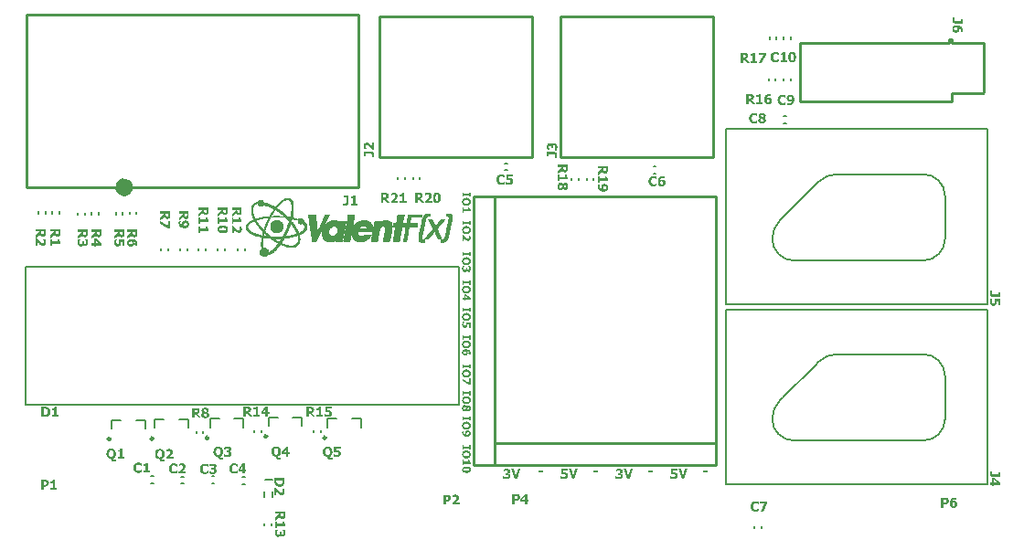
<source format=gto>
%FSLAX25Y25*%
%MOIN*%
G70*
G01*
G75*
G04 Layer_Color=65535*
%ADD10R,0.03150X0.03347*%
%ADD11R,0.02362X0.04724*%
%ADD12R,0.03347X0.03150*%
%ADD13R,0.08661X0.11024*%
%ADD14R,0.11024X0.11024*%
%ADD15C,0.00600*%
%ADD16C,0.01200*%
%ADD17C,0.00800*%
%ADD18C,0.06000*%
%ADD19R,0.05500X0.05500*%
%ADD20C,0.05500*%
%ADD21R,0.05500X0.05500*%
%ADD22C,0.05700*%
%ADD23R,0.05700X0.05700*%
%ADD24C,0.10236*%
%ADD25C,0.05118*%
%ADD26R,0.05118X0.05118*%
%ADD27C,0.04000*%
%ADD28C,0.06299*%
%ADD29R,0.06299X0.06299*%
%ADD30C,0.15748*%
%ADD31C,0.11575*%
%ADD32C,0.09843*%
%ADD33C,0.08300*%
%ADD34C,0.02700*%
%ADD35C,0.00984*%
%ADD36C,0.05906*%
%ADD37C,0.00600*%
%ADD38C,0.01000*%
%ADD39C,0.00100*%
%ADD40C,0.00787*%
%ADD41C,0.00591*%
G36*
X77793Y33474D02*
X77854D01*
X77920Y33468D01*
X78053Y33452D01*
X78059D01*
X78081Y33446D01*
X78114Y33441D01*
X78159Y33435D01*
X78209Y33424D01*
X78264Y33413D01*
X78386Y33385D01*
X78392D01*
X78409Y33380D01*
X78431Y33369D01*
X78464Y33358D01*
X78503Y33346D01*
X78553Y33324D01*
X78653Y33285D01*
X78658D01*
X78675Y33274D01*
X78703Y33263D01*
X78736Y33247D01*
X78814Y33213D01*
X78891Y33174D01*
Y32320D01*
X78791D01*
X78786Y32331D01*
X78753Y32359D01*
X78697Y32397D01*
X78631Y32453D01*
X78625Y32458D01*
X78614Y32469D01*
X78592Y32481D01*
X78564Y32503D01*
X78531Y32525D01*
X78497Y32553D01*
X78409Y32608D01*
X78403Y32614D01*
X78386Y32619D01*
X78359Y32636D01*
X78325Y32653D01*
X78281Y32675D01*
X78237Y32697D01*
X78126Y32741D01*
X78120D01*
X78098Y32753D01*
X78070Y32758D01*
X78031Y32769D01*
X77981Y32780D01*
X77931Y32786D01*
X77815Y32797D01*
X77781D01*
X77743Y32791D01*
X77693D01*
X77637Y32780D01*
X77576Y32769D01*
X77515Y32753D01*
X77454Y32730D01*
X77448D01*
X77426Y32719D01*
X77393Y32703D01*
X77354Y32680D01*
X77310Y32653D01*
X77254Y32614D01*
X77199Y32570D01*
X77143Y32520D01*
X77138Y32514D01*
X77121Y32492D01*
X77093Y32464D01*
X77065Y32420D01*
X77027Y32370D01*
X76993Y32303D01*
X76955Y32231D01*
X76921Y32148D01*
X76916Y32136D01*
X76910Y32109D01*
X76893Y32059D01*
X76882Y31992D01*
X76866Y31909D01*
X76849Y31815D01*
X76844Y31709D01*
X76838Y31593D01*
Y31587D01*
Y31576D01*
Y31559D01*
Y31537D01*
X76844Y31476D01*
X76849Y31398D01*
X76860Y31310D01*
X76877Y31215D01*
X76899Y31121D01*
X76927Y31032D01*
X76932Y31021D01*
X76943Y30993D01*
X76960Y30954D01*
X76988Y30899D01*
X77021Y30843D01*
X77065Y30782D01*
X77110Y30721D01*
X77160Y30666D01*
X77165Y30660D01*
X77182Y30644D01*
X77215Y30621D01*
X77249Y30588D01*
X77299Y30555D01*
X77349Y30522D01*
X77410Y30494D01*
X77471Y30466D01*
X77476D01*
X77504Y30455D01*
X77537Y30449D01*
X77582Y30438D01*
X77632Y30427D01*
X77693Y30422D01*
X77820Y30411D01*
X77848D01*
X77887Y30416D01*
X77931D01*
X77981Y30422D01*
X78037Y30433D01*
X78159Y30466D01*
X78164Y30472D01*
X78187Y30477D01*
X78214Y30488D01*
X78253Y30505D01*
X78342Y30549D01*
X78431Y30599D01*
X78436Y30605D01*
X78453Y30610D01*
X78475Y30627D01*
X78503Y30644D01*
X78570Y30694D01*
X78642Y30749D01*
X78647Y30755D01*
X78658Y30760D01*
X78675Y30777D01*
X78697Y30793D01*
X78753Y30838D01*
X78808Y30888D01*
X78891D01*
Y30033D01*
X78886D01*
X78875Y30028D01*
X78853Y30016D01*
X78825Y30005D01*
X78791Y29989D01*
X78753Y29972D01*
X78658Y29928D01*
X78653D01*
X78636Y29917D01*
X78608Y29906D01*
X78575Y29894D01*
X78536Y29878D01*
X78492Y29861D01*
X78392Y29828D01*
X78386D01*
X78364Y29822D01*
X78331Y29811D01*
X78286Y29800D01*
X78237Y29789D01*
X78181Y29778D01*
X78070Y29756D01*
X78065D01*
X78042Y29750D01*
X78009Y29744D01*
X77965D01*
X77909Y29739D01*
X77837Y29733D01*
X77759Y29728D01*
X77632D01*
X77587Y29733D01*
X77532D01*
X77465Y29744D01*
X77382Y29756D01*
X77293Y29767D01*
X77199Y29789D01*
X77099Y29817D01*
X76993Y29850D01*
X76888Y29889D01*
X76782Y29933D01*
X76671Y29989D01*
X76572Y30055D01*
X76472Y30133D01*
X76377Y30216D01*
X76372Y30222D01*
X76355Y30239D01*
X76333Y30266D01*
X76305Y30305D01*
X76266Y30355D01*
X76227Y30416D01*
X76183Y30488D01*
X76139Y30571D01*
X76094Y30666D01*
X76050Y30766D01*
X76011Y30882D01*
X75972Y31004D01*
X75944Y31137D01*
X75922Y31282D01*
X75906Y31437D01*
X75900Y31598D01*
Y31609D01*
Y31637D01*
X75906Y31681D01*
Y31743D01*
X75917Y31815D01*
X75928Y31898D01*
X75939Y31992D01*
X75961Y32092D01*
X75983Y32198D01*
X76016Y32309D01*
X76055Y32425D01*
X76100Y32542D01*
X76155Y32653D01*
X76222Y32764D01*
X76294Y32869D01*
X76377Y32969D01*
X76383Y32975D01*
X76399Y32991D01*
X76427Y33019D01*
X76466Y33047D01*
X76511Y33086D01*
X76572Y33130D01*
X76638Y33174D01*
X76716Y33224D01*
X76805Y33274D01*
X76899Y33319D01*
X77010Y33363D01*
X77121Y33402D01*
X77243Y33435D01*
X77376Y33457D01*
X77515Y33474D01*
X77665Y33480D01*
X77743D01*
X77793Y33474D01*
D02*
G37*
G36*
X46172Y30733D02*
X46916D01*
Y30100D01*
X44530D01*
Y30733D01*
X45290D01*
Y32636D01*
X44530D01*
Y33225D01*
X44635D01*
X44685Y33230D01*
X44741D01*
X44857Y33241D01*
X44863D01*
X44885Y33247D01*
X44913Y33252D01*
X44952Y33258D01*
X45040Y33280D01*
X45085Y33297D01*
X45124Y33314D01*
X45129Y33319D01*
X45140Y33325D01*
X45162Y33336D01*
X45190Y33358D01*
X45246Y33402D01*
X45301Y33469D01*
X45307Y33474D01*
X45312Y33485D01*
X45323Y33508D01*
X45334Y33535D01*
X45351Y33574D01*
X45362Y33619D01*
X45373Y33663D01*
X45379Y33719D01*
X46172D01*
Y30733D01*
D02*
G37*
G36*
X81628Y31293D02*
X82116D01*
Y30644D01*
X81628D01*
Y29789D01*
X80745D01*
Y30644D01*
X79163D01*
Y31315D01*
X80712Y33413D01*
X81628D01*
Y31293D01*
D02*
G37*
G36*
X69973Y33385D02*
X70045D01*
X70134Y33374D01*
X70228Y33363D01*
X70323Y33352D01*
X70411Y33330D01*
X70423D01*
X70450Y33319D01*
X70495Y33307D01*
X70550Y33291D01*
X70617Y33269D01*
X70683Y33241D01*
X70750Y33208D01*
X70817Y33169D01*
X70822Y33163D01*
X70844Y33147D01*
X70878Y33124D01*
X70922Y33091D01*
X70966Y33052D01*
X71011Y33002D01*
X71055Y32941D01*
X71094Y32880D01*
X71100Y32875D01*
X71111Y32847D01*
X71122Y32814D01*
X71144Y32764D01*
X71161Y32703D01*
X71172Y32636D01*
X71183Y32564D01*
X71188Y32480D01*
Y32475D01*
Y32469D01*
Y32453D01*
Y32431D01*
X71177Y32370D01*
X71166Y32297D01*
X71144Y32214D01*
X71111Y32125D01*
X71066Y32031D01*
X71005Y31942D01*
X71000Y31931D01*
X70972Y31903D01*
X70933Y31865D01*
X70883Y31820D01*
X70811Y31765D01*
X70733Y31720D01*
X70645Y31676D01*
X70539Y31642D01*
Y31609D01*
X70545D01*
X70561Y31604D01*
X70583Y31598D01*
X70617Y31593D01*
X70656Y31582D01*
X70700Y31570D01*
X70789Y31543D01*
X70794D01*
X70811Y31532D01*
X70833Y31520D01*
X70867Y31509D01*
X70939Y31459D01*
X70983Y31432D01*
X71027Y31393D01*
X71033Y31387D01*
X71044Y31376D01*
X71066Y31354D01*
X71094Y31326D01*
X71122Y31293D01*
X71150Y31249D01*
X71183Y31204D01*
X71211Y31149D01*
X71216Y31143D01*
X71222Y31121D01*
X71233Y31093D01*
X71250Y31049D01*
X71261Y30999D01*
X71272Y30938D01*
X71277Y30865D01*
X71283Y30793D01*
Y30788D01*
Y30782D01*
Y30749D01*
X71277Y30699D01*
X71272Y30632D01*
X71261Y30555D01*
X71238Y30477D01*
X71216Y30388D01*
X71183Y30305D01*
X71177Y30294D01*
X71166Y30272D01*
X71144Y30227D01*
X71111Y30177D01*
X71066Y30122D01*
X71022Y30055D01*
X70961Y29994D01*
X70894Y29933D01*
X70883Y29928D01*
X70861Y29911D01*
X70817Y29883D01*
X70767Y29850D01*
X70700Y29811D01*
X70622Y29772D01*
X70534Y29733D01*
X70439Y29700D01*
X70434D01*
X70428Y29695D01*
X70411D01*
X70395Y29689D01*
X70339Y29678D01*
X70267Y29661D01*
X70173Y29645D01*
X70067Y29633D01*
X69945Y29628D01*
X69812Y29622D01*
X69707D01*
X69662Y29628D01*
X69562Y29633D01*
X69451Y29639D01*
X69329Y29656D01*
X69207Y29672D01*
X69090Y29695D01*
X69085D01*
X69079Y29700D01*
X69063D01*
X69041Y29706D01*
X68985Y29722D01*
X68919Y29739D01*
X68841Y29761D01*
X68758Y29789D01*
X68680Y29817D01*
X68602Y29850D01*
Y30632D01*
X68685D01*
X68696Y30627D01*
X68719Y30610D01*
X68763Y30588D01*
X68819Y30555D01*
X68885Y30516D01*
X68968Y30483D01*
X69057Y30444D01*
X69152Y30405D01*
X69157D01*
X69163Y30399D01*
X69196Y30394D01*
X69252Y30377D01*
X69318Y30360D01*
X69390Y30344D01*
X69473Y30333D01*
X69562Y30322D01*
X69646Y30316D01*
X69696D01*
X69729Y30322D01*
X69773D01*
X69818Y30327D01*
X69929Y30338D01*
X69934D01*
X69956Y30344D01*
X69984Y30349D01*
X70017Y30360D01*
X70106Y30388D01*
X70189Y30438D01*
X70195Y30444D01*
X70206Y30449D01*
X70239Y30483D01*
X70278Y30527D01*
X70323Y30588D01*
Y30593D01*
X70328Y30605D01*
X70339Y30627D01*
X70350Y30655D01*
X70356Y30694D01*
X70367Y30738D01*
X70373Y30788D01*
Y30843D01*
Y30849D01*
Y30871D01*
X70367Y30899D01*
X70362Y30938D01*
X70345Y31021D01*
X70323Y31060D01*
X70301Y31093D01*
X70295Y31099D01*
X70289Y31110D01*
X70273Y31121D01*
X70250Y31143D01*
X70189Y31182D01*
X70112Y31221D01*
X70106D01*
X70090Y31226D01*
X70067Y31237D01*
X70034Y31243D01*
X69995Y31254D01*
X69945Y31260D01*
X69895Y31265D01*
X69834Y31271D01*
X69779D01*
X69740Y31276D01*
X69396D01*
Y31909D01*
X69634D01*
X69679Y31914D01*
X69729D01*
X69834Y31920D01*
X69840D01*
X69856Y31925D01*
X69884D01*
X69918Y31937D01*
X69995Y31953D01*
X70073Y31981D01*
X70078D01*
X70090Y31992D01*
X70106Y31998D01*
X70128Y32014D01*
X70178Y32053D01*
X70223Y32109D01*
Y32114D01*
X70234Y32125D01*
X70239Y32142D01*
X70250Y32170D01*
X70262Y32197D01*
X70267Y32236D01*
X70278Y32281D01*
Y32331D01*
Y32336D01*
Y32347D01*
Y32370D01*
X70273Y32397D01*
X70256Y32453D01*
X70223Y32508D01*
Y32514D01*
X70212Y32519D01*
X70189Y32547D01*
X70151Y32586D01*
X70101Y32619D01*
X70095D01*
X70084Y32625D01*
X70067Y32636D01*
X70040Y32642D01*
X69978Y32664D01*
X69895Y32680D01*
X69890D01*
X69879Y32686D01*
X69856D01*
X69829Y32691D01*
X69762Y32697D01*
X69646D01*
X69612Y32691D01*
X69573D01*
X69524Y32686D01*
X69424Y32664D01*
X69418D01*
X69401Y32658D01*
X69374Y32653D01*
X69340Y32642D01*
X69301Y32630D01*
X69257Y32614D01*
X69157Y32581D01*
X69152D01*
X69140Y32575D01*
X69118Y32564D01*
X69096Y32553D01*
X69024Y32519D01*
X68946Y32480D01*
X68941D01*
X68930Y32469D01*
X68907Y32458D01*
X68885Y32447D01*
X68830Y32419D01*
X68780Y32392D01*
X68708D01*
Y33163D01*
X68719Y33169D01*
X68741Y33174D01*
X68780Y33191D01*
X68841Y33213D01*
X68913Y33235D01*
X68996Y33257D01*
X69096Y33285D01*
X69207Y33313D01*
X69213D01*
X69224Y33319D01*
X69240D01*
X69263Y33324D01*
X69290Y33330D01*
X69324Y33335D01*
X69407Y33352D01*
X69507Y33369D01*
X69612Y33380D01*
X69734Y33385D01*
X69856Y33391D01*
X69912D01*
X69973Y33385D01*
D02*
G37*
G36*
X67093Y33374D02*
X67154D01*
X67220Y33369D01*
X67353Y33352D01*
X67359D01*
X67381Y33346D01*
X67414Y33341D01*
X67459Y33335D01*
X67509Y33324D01*
X67564Y33313D01*
X67686Y33285D01*
X67692D01*
X67709Y33280D01*
X67731Y33269D01*
X67764Y33257D01*
X67803Y33246D01*
X67853Y33224D01*
X67953Y33185D01*
X67958D01*
X67975Y33174D01*
X68003Y33163D01*
X68036Y33147D01*
X68114Y33113D01*
X68191Y33074D01*
Y32220D01*
X68091D01*
X68086Y32231D01*
X68053Y32259D01*
X67997Y32297D01*
X67931Y32353D01*
X67925Y32358D01*
X67914Y32370D01*
X67892Y32381D01*
X67864Y32403D01*
X67831Y32425D01*
X67797Y32453D01*
X67709Y32508D01*
X67703Y32514D01*
X67686Y32519D01*
X67659Y32536D01*
X67625Y32553D01*
X67581Y32575D01*
X67536Y32597D01*
X67426Y32642D01*
X67420D01*
X67398Y32653D01*
X67370Y32658D01*
X67331Y32669D01*
X67281Y32680D01*
X67231Y32686D01*
X67115Y32697D01*
X67081D01*
X67043Y32691D01*
X66993D01*
X66937Y32680D01*
X66876Y32669D01*
X66815Y32653D01*
X66754Y32630D01*
X66748D01*
X66726Y32619D01*
X66693Y32603D01*
X66654Y32581D01*
X66610Y32553D01*
X66554Y32514D01*
X66499Y32469D01*
X66443Y32419D01*
X66438Y32414D01*
X66421Y32392D01*
X66393Y32364D01*
X66365Y32320D01*
X66327Y32270D01*
X66293Y32203D01*
X66255Y32131D01*
X66221Y32048D01*
X66216Y32037D01*
X66210Y32009D01*
X66193Y31959D01*
X66182Y31892D01*
X66166Y31809D01*
X66149Y31715D01*
X66144Y31609D01*
X66138Y31493D01*
Y31487D01*
Y31476D01*
Y31459D01*
Y31437D01*
X66144Y31376D01*
X66149Y31298D01*
X66160Y31210D01*
X66177Y31115D01*
X66199Y31021D01*
X66227Y30932D01*
X66232Y30921D01*
X66243Y30893D01*
X66260Y30854D01*
X66288Y30799D01*
X66321Y30743D01*
X66365Y30682D01*
X66410Y30621D01*
X66460Y30566D01*
X66465Y30560D01*
X66482Y30544D01*
X66515Y30521D01*
X66549Y30488D01*
X66599Y30455D01*
X66649Y30422D01*
X66710Y30394D01*
X66771Y30366D01*
X66776D01*
X66804Y30355D01*
X66837Y30349D01*
X66882Y30338D01*
X66932Y30327D01*
X66993Y30322D01*
X67120Y30310D01*
X67148D01*
X67187Y30316D01*
X67231D01*
X67281Y30322D01*
X67337Y30333D01*
X67459Y30366D01*
X67464Y30372D01*
X67487Y30377D01*
X67514Y30388D01*
X67553Y30405D01*
X67642Y30449D01*
X67731Y30499D01*
X67736Y30505D01*
X67753Y30510D01*
X67775Y30527D01*
X67803Y30544D01*
X67870Y30593D01*
X67942Y30649D01*
X67947Y30655D01*
X67958Y30660D01*
X67975Y30677D01*
X67997Y30694D01*
X68053Y30738D01*
X68108Y30788D01*
X68191D01*
Y29933D01*
X68186D01*
X68175Y29928D01*
X68153Y29916D01*
X68125Y29905D01*
X68091Y29889D01*
X68053Y29872D01*
X67958Y29828D01*
X67953D01*
X67936Y29817D01*
X67908Y29805D01*
X67875Y29794D01*
X67836Y29778D01*
X67792Y29761D01*
X67692Y29728D01*
X67686D01*
X67664Y29722D01*
X67631Y29711D01*
X67586Y29700D01*
X67536Y29689D01*
X67481Y29678D01*
X67370Y29656D01*
X67365D01*
X67342Y29650D01*
X67309Y29645D01*
X67265D01*
X67209Y29639D01*
X67137Y29633D01*
X67059Y29628D01*
X66932D01*
X66887Y29633D01*
X66832D01*
X66765Y29645D01*
X66682Y29656D01*
X66593Y29667D01*
X66499Y29689D01*
X66399Y29717D01*
X66293Y29750D01*
X66188Y29789D01*
X66082Y29833D01*
X65971Y29889D01*
X65872Y29955D01*
X65772Y30033D01*
X65677Y30116D01*
X65672Y30122D01*
X65655Y30138D01*
X65633Y30166D01*
X65605Y30205D01*
X65566Y30255D01*
X65527Y30316D01*
X65483Y30388D01*
X65439Y30471D01*
X65394Y30566D01*
X65350Y30666D01*
X65311Y30782D01*
X65272Y30904D01*
X65244Y31038D01*
X65222Y31182D01*
X65206Y31337D01*
X65200Y31498D01*
Y31509D01*
Y31537D01*
X65206Y31582D01*
Y31642D01*
X65217Y31715D01*
X65228Y31798D01*
X65239Y31892D01*
X65261Y31992D01*
X65283Y32098D01*
X65316Y32209D01*
X65355Y32325D01*
X65400Y32442D01*
X65455Y32553D01*
X65522Y32664D01*
X65594Y32769D01*
X65677Y32869D01*
X65683Y32875D01*
X65699Y32891D01*
X65727Y32919D01*
X65766Y32947D01*
X65811Y32986D01*
X65872Y33030D01*
X65938Y33074D01*
X66016Y33124D01*
X66105Y33174D01*
X66199Y33219D01*
X66310Y33263D01*
X66421Y33302D01*
X66543Y33335D01*
X66676Y33358D01*
X66815Y33374D01*
X66965Y33380D01*
X67043D01*
X67093Y33374D01*
D02*
G37*
G36*
X42792Y33774D02*
X42854D01*
X42920Y33768D01*
X43053Y33752D01*
X43059D01*
X43081Y33746D01*
X43114Y33741D01*
X43159Y33735D01*
X43209Y33724D01*
X43264Y33713D01*
X43386Y33685D01*
X43392D01*
X43409Y33680D01*
X43431Y33669D01*
X43464Y33658D01*
X43503Y33646D01*
X43553Y33624D01*
X43653Y33585D01*
X43658D01*
X43675Y33574D01*
X43703Y33563D01*
X43736Y33547D01*
X43814Y33513D01*
X43891Y33474D01*
Y32620D01*
X43792D01*
X43786Y32631D01*
X43753Y32659D01*
X43697Y32697D01*
X43631Y32753D01*
X43625Y32758D01*
X43614Y32770D01*
X43592Y32781D01*
X43564Y32803D01*
X43531Y32825D01*
X43497Y32853D01*
X43409Y32908D01*
X43403Y32914D01*
X43386Y32919D01*
X43359Y32936D01*
X43325Y32953D01*
X43281Y32975D01*
X43237Y32997D01*
X43126Y33042D01*
X43120D01*
X43098Y33053D01*
X43070Y33058D01*
X43031Y33069D01*
X42981Y33080D01*
X42931Y33086D01*
X42815Y33097D01*
X42781D01*
X42743Y33091D01*
X42693D01*
X42637Y33080D01*
X42576Y33069D01*
X42515Y33053D01*
X42454Y33030D01*
X42448D01*
X42426Y33019D01*
X42393Y33003D01*
X42354Y32980D01*
X42310Y32953D01*
X42254Y32914D01*
X42199Y32869D01*
X42143Y32820D01*
X42138Y32814D01*
X42121Y32792D01*
X42093Y32764D01*
X42066Y32720D01*
X42027Y32670D01*
X41993Y32603D01*
X41954Y32531D01*
X41921Y32448D01*
X41916Y32436D01*
X41910Y32409D01*
X41894Y32359D01*
X41882Y32292D01*
X41866Y32209D01*
X41849Y32115D01*
X41844Y32009D01*
X41838Y31893D01*
Y31887D01*
Y31876D01*
Y31859D01*
Y31837D01*
X41844Y31776D01*
X41849Y31698D01*
X41860Y31610D01*
X41877Y31515D01*
X41899Y31421D01*
X41927Y31332D01*
X41932Y31321D01*
X41943Y31293D01*
X41960Y31254D01*
X41988Y31199D01*
X42021Y31143D01*
X42066Y31082D01*
X42110Y31021D01*
X42160Y30966D01*
X42165Y30960D01*
X42182Y30944D01*
X42215Y30921D01*
X42249Y30888D01*
X42299Y30855D01*
X42349Y30821D01*
X42410Y30794D01*
X42471Y30766D01*
X42476D01*
X42504Y30755D01*
X42537Y30749D01*
X42582Y30738D01*
X42632Y30727D01*
X42693Y30722D01*
X42820Y30711D01*
X42848D01*
X42887Y30716D01*
X42931D01*
X42981Y30722D01*
X43037Y30733D01*
X43159Y30766D01*
X43164Y30772D01*
X43187Y30777D01*
X43214Y30788D01*
X43253Y30805D01*
X43342Y30849D01*
X43431Y30899D01*
X43436Y30905D01*
X43453Y30910D01*
X43475Y30927D01*
X43503Y30944D01*
X43569Y30994D01*
X43642Y31049D01*
X43647Y31055D01*
X43658Y31060D01*
X43675Y31077D01*
X43697Y31093D01*
X43753Y31138D01*
X43808Y31188D01*
X43891D01*
Y30333D01*
X43886D01*
X43875Y30328D01*
X43853Y30316D01*
X43825Y30305D01*
X43792Y30289D01*
X43753Y30272D01*
X43658Y30228D01*
X43653D01*
X43636Y30217D01*
X43608Y30206D01*
X43575Y30194D01*
X43536Y30178D01*
X43492Y30161D01*
X43392Y30128D01*
X43386D01*
X43364Y30122D01*
X43331Y30111D01*
X43286Y30100D01*
X43237Y30089D01*
X43181Y30078D01*
X43070Y30056D01*
X43064D01*
X43042Y30050D01*
X43009Y30044D01*
X42965D01*
X42909Y30039D01*
X42837Y30033D01*
X42759Y30028D01*
X42632D01*
X42587Y30033D01*
X42532D01*
X42465Y30044D01*
X42382Y30056D01*
X42293Y30067D01*
X42199Y30089D01*
X42099Y30117D01*
X41993Y30150D01*
X41888Y30189D01*
X41783Y30233D01*
X41671Y30289D01*
X41572Y30355D01*
X41472Y30433D01*
X41377Y30516D01*
X41372Y30522D01*
X41355Y30538D01*
X41333Y30566D01*
X41305Y30605D01*
X41266Y30655D01*
X41227Y30716D01*
X41183Y30788D01*
X41139Y30871D01*
X41094Y30966D01*
X41050Y31066D01*
X41011Y31182D01*
X40972Y31304D01*
X40944Y31438D01*
X40922Y31582D01*
X40905Y31737D01*
X40900Y31898D01*
Y31909D01*
Y31937D01*
X40905Y31982D01*
Y32043D01*
X40917Y32115D01*
X40928Y32198D01*
X40939Y32292D01*
X40961Y32392D01*
X40983Y32498D01*
X41017Y32609D01*
X41055Y32725D01*
X41100Y32842D01*
X41155Y32953D01*
X41222Y33064D01*
X41294Y33169D01*
X41377Y33269D01*
X41383Y33275D01*
X41399Y33291D01*
X41427Y33319D01*
X41466Y33347D01*
X41510Y33386D01*
X41572Y33430D01*
X41638Y33474D01*
X41716Y33524D01*
X41805Y33574D01*
X41899Y33619D01*
X42010Y33663D01*
X42121Y33702D01*
X42243Y33735D01*
X42376Y33757D01*
X42515Y33774D01*
X42665Y33780D01*
X42743D01*
X42792Y33774D01*
D02*
G37*
G36*
X340551Y21027D02*
X340606D01*
X340667Y21022D01*
X340795Y21005D01*
X340801D01*
X340823Y21000D01*
X340856D01*
X340895Y20994D01*
X340973Y20983D01*
X341012Y20977D01*
X341039Y20972D01*
Y20261D01*
X340967D01*
X340962Y20267D01*
X340945Y20272D01*
X340923Y20278D01*
X340889Y20289D01*
X340856Y20300D01*
X340812Y20317D01*
X340762Y20328D01*
X340756D01*
X340734Y20334D01*
X340706Y20345D01*
X340667Y20350D01*
X340617Y20361D01*
X340562Y20367D01*
X340495Y20372D01*
X340390D01*
X340362Y20367D01*
X340323D01*
X340284Y20361D01*
X340190Y20345D01*
X340085Y20317D01*
X339974Y20278D01*
X339868Y20222D01*
X339774Y20145D01*
X339763Y20134D01*
X339735Y20106D01*
X339702Y20051D01*
X339652Y19984D01*
X339607Y19890D01*
X339557Y19784D01*
X339518Y19656D01*
X339491Y19507D01*
X339496Y19512D01*
X339524Y19523D01*
X339557Y19545D01*
X339602Y19573D01*
X339657Y19601D01*
X339718Y19629D01*
X339851Y19684D01*
X339863Y19690D01*
X339885Y19695D01*
X339924Y19706D01*
X339974Y19723D01*
X340035Y19734D01*
X340107Y19745D01*
X340184Y19751D01*
X340268Y19756D01*
X340340D01*
X340384Y19751D01*
X340440Y19745D01*
X340501Y19734D01*
X340629Y19701D01*
X340634D01*
X340656Y19690D01*
X340690Y19679D01*
X340734Y19662D01*
X340778Y19640D01*
X340828Y19618D01*
X340934Y19551D01*
X340945Y19545D01*
X340967Y19523D01*
X341000Y19496D01*
X341045Y19451D01*
X341089Y19396D01*
X341139Y19329D01*
X341189Y19257D01*
X341233Y19174D01*
X341239Y19162D01*
X341250Y19129D01*
X341267Y19079D01*
X341289Y19013D01*
X341311Y18924D01*
X341328Y18824D01*
X341339Y18707D01*
X341344Y18580D01*
Y18574D01*
Y18552D01*
Y18524D01*
X341339Y18485D01*
X341333Y18435D01*
X341328Y18380D01*
X341317Y18319D01*
X341300Y18247D01*
X341256Y18102D01*
X341228Y18019D01*
X341189Y17942D01*
X341150Y17864D01*
X341100Y17786D01*
X341045Y17714D01*
X340978Y17642D01*
X340973Y17636D01*
X340962Y17625D01*
X340939Y17608D01*
X340912Y17586D01*
X340878Y17559D01*
X340834Y17525D01*
X340778Y17492D01*
X340717Y17459D01*
X340651Y17425D01*
X340579Y17392D01*
X340495Y17359D01*
X340412Y17331D01*
X340312Y17309D01*
X340212Y17292D01*
X340107Y17281D01*
X339990Y17276D01*
X339935D01*
X339879Y17281D01*
X339802Y17287D01*
X339713Y17298D01*
X339618Y17314D01*
X339518Y17336D01*
X339424Y17364D01*
X339413Y17370D01*
X339385Y17381D01*
X339335Y17403D01*
X339280Y17431D01*
X339213Y17470D01*
X339147Y17514D01*
X339074Y17570D01*
X339008Y17631D01*
X338997Y17642D01*
X338975Y17670D01*
X338936Y17714D01*
X338891Y17775D01*
X338841Y17853D01*
X338786Y17947D01*
X338736Y18053D01*
X338692Y18169D01*
Y18175D01*
X338686Y18186D01*
X338681Y18202D01*
X338675Y18230D01*
X338669Y18258D01*
X338658Y18297D01*
X338647Y18341D01*
X338642Y18391D01*
X338619Y18508D01*
X338603Y18641D01*
X338592Y18791D01*
X338586Y18957D01*
Y18963D01*
Y18979D01*
Y19002D01*
Y19040D01*
X338592Y19079D01*
Y19129D01*
X338597Y19185D01*
Y19240D01*
X338608Y19373D01*
X338631Y19512D01*
X338653Y19662D01*
X338686Y19801D01*
Y19806D01*
X338692Y19817D01*
X338697Y19840D01*
X338708Y19862D01*
X338714Y19895D01*
X338730Y19934D01*
X338764Y20023D01*
X338814Y20123D01*
X338869Y20234D01*
X338936Y20345D01*
X339019Y20456D01*
Y20461D01*
X339030Y20467D01*
X339058Y20500D01*
X339108Y20550D01*
X339174Y20611D01*
X339252Y20678D01*
X339352Y20750D01*
X339463Y20816D01*
X339591Y20877D01*
X339596D01*
X339607Y20883D01*
X339630Y20894D01*
X339657Y20900D01*
X339690Y20916D01*
X339729Y20927D01*
X339779Y20938D01*
X339835Y20955D01*
X339890Y20972D01*
X339957Y20983D01*
X340101Y21011D01*
X340262Y21027D01*
X340440Y21033D01*
X340506D01*
X340551Y21027D01*
D02*
G37*
G36*
X184567Y20193D02*
X185055D01*
Y19544D01*
X184567D01*
Y18689D01*
X183684D01*
Y19544D01*
X182103D01*
Y20215D01*
X183651Y22313D01*
X184567D01*
Y20193D01*
D02*
G37*
G36*
X336965Y20961D02*
X337043D01*
X337126Y20950D01*
X337215Y20938D01*
X337304Y20927D01*
X337393Y20905D01*
X337404D01*
X337432Y20894D01*
X337476Y20883D01*
X337532Y20861D01*
X337593Y20839D01*
X337665Y20805D01*
X337737Y20772D01*
X337809Y20728D01*
X337820Y20722D01*
X337842Y20700D01*
X337876Y20672D01*
X337926Y20628D01*
X337976Y20578D01*
X338026Y20517D01*
X338075Y20445D01*
X338120Y20361D01*
X338125Y20350D01*
X338137Y20322D01*
X338159Y20272D01*
X338181Y20211D01*
X338198Y20128D01*
X338220Y20039D01*
X338231Y19934D01*
X338236Y19823D01*
Y19812D01*
Y19779D01*
X338231Y19734D01*
X338225Y19668D01*
X338214Y19595D01*
X338203Y19512D01*
X338181Y19429D01*
X338153Y19340D01*
X338148Y19329D01*
X338137Y19301D01*
X338120Y19262D01*
X338098Y19207D01*
X338064Y19146D01*
X338020Y19085D01*
X337976Y19024D01*
X337920Y18963D01*
X337915Y18957D01*
X337903Y18946D01*
X337887Y18929D01*
X337865Y18907D01*
X337798Y18846D01*
X337720Y18785D01*
X337715Y18779D01*
X337704Y18774D01*
X337676Y18757D01*
X337648Y18741D01*
X337615Y18719D01*
X337570Y18696D01*
X337476Y18652D01*
X337471D01*
X337454Y18641D01*
X337426Y18635D01*
X337387Y18619D01*
X337349Y18608D01*
X337298Y18591D01*
X337182Y18563D01*
X337176D01*
X337154Y18557D01*
X337121Y18552D01*
X337082D01*
X337027Y18546D01*
X336971Y18541D01*
X336904Y18535D01*
X336361D01*
Y17353D01*
X335456D01*
Y20966D01*
X336910D01*
X336965Y20961D01*
D02*
G37*
G36*
X58712Y33474D02*
X58767Y33468D01*
X58828Y33463D01*
X58895Y33457D01*
X58973Y33446D01*
X59128Y33408D01*
X59289Y33358D01*
X59372Y33324D01*
X59444Y33285D01*
X59517Y33241D01*
X59583Y33191D01*
X59589Y33185D01*
X59600Y33180D01*
X59617Y33163D01*
X59633Y33136D01*
X59661Y33108D01*
X59689Y33075D01*
X59716Y33030D01*
X59750Y32980D01*
X59783Y32930D01*
X59811Y32869D01*
X59838Y32803D01*
X59866Y32730D01*
X59883Y32653D01*
X59899Y32570D01*
X59911Y32481D01*
X59916Y32386D01*
Y32381D01*
Y32370D01*
Y32353D01*
Y32331D01*
X59911Y32303D01*
Y32270D01*
X59899Y32186D01*
X59877Y32092D01*
X59850Y31987D01*
X59811Y31876D01*
X59761Y31759D01*
Y31754D01*
X59755Y31748D01*
X59744Y31731D01*
X59733Y31704D01*
X59716Y31676D01*
X59694Y31643D01*
X59644Y31565D01*
X59572Y31465D01*
X59489Y31354D01*
X59383Y31232D01*
X59261Y31104D01*
X59250Y31093D01*
X59223Y31065D01*
X59184Y31027D01*
X59128Y30977D01*
X59061Y30916D01*
X58995Y30849D01*
X58839Y30716D01*
X58828Y30710D01*
X58806Y30688D01*
X58767Y30660D01*
X58723Y30627D01*
X58629Y30549D01*
X58579Y30510D01*
X58540Y30483D01*
X60072D01*
Y29800D01*
X57419D01*
Y30388D01*
X57424Y30394D01*
X57435Y30399D01*
X57452Y30416D01*
X57474Y30433D01*
X57541Y30483D01*
X57618Y30549D01*
X57713Y30627D01*
X57813Y30710D01*
X57918Y30799D01*
X58018Y30888D01*
X58024Y30893D01*
X58029Y30899D01*
X58062Y30927D01*
X58113Y30977D01*
X58179Y31032D01*
X58257Y31104D01*
X58334Y31182D01*
X58418Y31260D01*
X58495Y31343D01*
X58501Y31348D01*
X58507Y31354D01*
X58540Y31387D01*
X58584Y31443D01*
X58645Y31509D01*
X58706Y31582D01*
X58767Y31665D01*
X58828Y31748D01*
X58878Y31831D01*
X58884Y31842D01*
X58895Y31870D01*
X58917Y31909D01*
X58939Y31964D01*
X58962Y32031D01*
X58984Y32103D01*
X58995Y32181D01*
X59000Y32264D01*
Y32270D01*
Y32275D01*
Y32303D01*
X58995Y32353D01*
X58984Y32408D01*
X58962Y32469D01*
X58934Y32531D01*
X58895Y32592D01*
X58845Y32647D01*
X58839Y32653D01*
X58817Y32669D01*
X58784Y32692D01*
X58740Y32719D01*
X58679Y32741D01*
X58606Y32764D01*
X58523Y32780D01*
X58429Y32786D01*
X58379D01*
X58346Y32780D01*
X58307Y32775D01*
X58262Y32769D01*
X58168Y32747D01*
X58162D01*
X58146Y32741D01*
X58124Y32736D01*
X58090Y32725D01*
X58051Y32714D01*
X58012Y32697D01*
X57918Y32664D01*
X57913D01*
X57896Y32653D01*
X57874Y32642D01*
X57846Y32631D01*
X57779Y32592D01*
X57707Y32547D01*
X57702D01*
X57691Y32536D01*
X57657Y32514D01*
X57613Y32486D01*
X57574Y32464D01*
X57507D01*
Y33252D01*
X57513Y33258D01*
X57535Y33263D01*
X57574Y33280D01*
X57624Y33296D01*
X57691Y33319D01*
X57768Y33346D01*
X57868Y33374D01*
X57979Y33402D01*
X57985D01*
X57996Y33408D01*
X58012D01*
X58035Y33413D01*
X58062Y33419D01*
X58101Y33424D01*
X58179Y33441D01*
X58279Y33457D01*
X58384Y33468D01*
X58495Y33474D01*
X58606Y33480D01*
X58667D01*
X58712Y33474D01*
D02*
G37*
G36*
X55793D02*
X55854D01*
X55920Y33468D01*
X56053Y33452D01*
X56059D01*
X56081Y33446D01*
X56114Y33441D01*
X56159Y33435D01*
X56209Y33424D01*
X56264Y33413D01*
X56386Y33385D01*
X56392D01*
X56409Y33380D01*
X56431Y33369D01*
X56464Y33358D01*
X56503Y33346D01*
X56553Y33324D01*
X56653Y33285D01*
X56658D01*
X56675Y33274D01*
X56703Y33263D01*
X56736Y33247D01*
X56814Y33213D01*
X56891Y33174D01*
Y32320D01*
X56792D01*
X56786Y32331D01*
X56753Y32359D01*
X56697Y32397D01*
X56631Y32453D01*
X56625Y32458D01*
X56614Y32469D01*
X56592Y32481D01*
X56564Y32503D01*
X56531Y32525D01*
X56497Y32553D01*
X56409Y32608D01*
X56403Y32614D01*
X56386Y32619D01*
X56359Y32636D01*
X56325Y32653D01*
X56281Y32675D01*
X56236Y32697D01*
X56125Y32741D01*
X56120D01*
X56098Y32753D01*
X56070Y32758D01*
X56031Y32769D01*
X55981Y32780D01*
X55931Y32786D01*
X55815Y32797D01*
X55781D01*
X55743Y32791D01*
X55693D01*
X55637Y32780D01*
X55576Y32769D01*
X55515Y32753D01*
X55454Y32730D01*
X55449D01*
X55426Y32719D01*
X55393Y32703D01*
X55354Y32680D01*
X55310Y32653D01*
X55254Y32614D01*
X55199Y32570D01*
X55143Y32520D01*
X55138Y32514D01*
X55121Y32492D01*
X55093Y32464D01*
X55066Y32420D01*
X55027Y32370D01*
X54993Y32303D01*
X54954Y32231D01*
X54921Y32148D01*
X54916Y32136D01*
X54910Y32109D01*
X54893Y32059D01*
X54882Y31992D01*
X54866Y31909D01*
X54849Y31815D01*
X54843Y31709D01*
X54838Y31593D01*
Y31587D01*
Y31576D01*
Y31559D01*
Y31537D01*
X54843Y31476D01*
X54849Y31398D01*
X54860Y31310D01*
X54877Y31215D01*
X54899Y31121D01*
X54927Y31032D01*
X54932Y31021D01*
X54943Y30993D01*
X54960Y30954D01*
X54988Y30899D01*
X55021Y30843D01*
X55066Y30782D01*
X55110Y30721D01*
X55160Y30666D01*
X55165Y30660D01*
X55182Y30644D01*
X55215Y30621D01*
X55249Y30588D01*
X55299Y30555D01*
X55349Y30522D01*
X55410Y30494D01*
X55471Y30466D01*
X55476D01*
X55504Y30455D01*
X55537Y30449D01*
X55582Y30438D01*
X55632Y30427D01*
X55693Y30422D01*
X55820Y30411D01*
X55848D01*
X55887Y30416D01*
X55931D01*
X55981Y30422D01*
X56037Y30433D01*
X56159Y30466D01*
X56164Y30472D01*
X56187Y30477D01*
X56214Y30488D01*
X56253Y30505D01*
X56342Y30549D01*
X56431Y30599D01*
X56436Y30605D01*
X56453Y30610D01*
X56475Y30627D01*
X56503Y30644D01*
X56570Y30694D01*
X56642Y30749D01*
X56647Y30755D01*
X56658Y30760D01*
X56675Y30777D01*
X56697Y30793D01*
X56753Y30838D01*
X56808Y30888D01*
X56891D01*
Y30033D01*
X56886D01*
X56875Y30028D01*
X56853Y30016D01*
X56825Y30005D01*
X56792Y29989D01*
X56753Y29972D01*
X56658Y29928D01*
X56653D01*
X56636Y29917D01*
X56608Y29906D01*
X56575Y29894D01*
X56536Y29878D01*
X56492Y29861D01*
X56392Y29828D01*
X56386D01*
X56364Y29822D01*
X56331Y29811D01*
X56287Y29800D01*
X56236Y29789D01*
X56181Y29778D01*
X56070Y29756D01*
X56064D01*
X56042Y29750D01*
X56009Y29744D01*
X55965D01*
X55909Y29739D01*
X55837Y29733D01*
X55759Y29728D01*
X55632D01*
X55587Y29733D01*
X55532D01*
X55465Y29744D01*
X55382Y29756D01*
X55293Y29767D01*
X55199Y29789D01*
X55099Y29817D01*
X54993Y29850D01*
X54888Y29889D01*
X54782Y29933D01*
X54672Y29989D01*
X54572Y30055D01*
X54472Y30133D01*
X54377Y30216D01*
X54372Y30222D01*
X54355Y30239D01*
X54333Y30266D01*
X54305Y30305D01*
X54266Y30355D01*
X54227Y30416D01*
X54183Y30488D01*
X54139Y30571D01*
X54094Y30666D01*
X54050Y30766D01*
X54011Y30882D01*
X53972Y31004D01*
X53944Y31137D01*
X53922Y31282D01*
X53906Y31437D01*
X53900Y31598D01*
Y31609D01*
Y31637D01*
X53906Y31681D01*
Y31743D01*
X53917Y31815D01*
X53928Y31898D01*
X53939Y31992D01*
X53961Y32092D01*
X53983Y32198D01*
X54017Y32309D01*
X54055Y32425D01*
X54100Y32542D01*
X54155Y32653D01*
X54222Y32764D01*
X54294Y32869D01*
X54377Y32969D01*
X54383Y32975D01*
X54400Y32991D01*
X54427Y33019D01*
X54466Y33047D01*
X54510Y33086D01*
X54572Y33130D01*
X54638Y33174D01*
X54716Y33224D01*
X54805Y33274D01*
X54899Y33319D01*
X55010Y33363D01*
X55121Y33402D01*
X55243Y33435D01*
X55376Y33457D01*
X55515Y33474D01*
X55665Y33480D01*
X55743D01*
X55793Y33474D01*
D02*
G37*
G36*
X199313Y141046D02*
Y141040D01*
Y141035D01*
Y141018D01*
Y140996D01*
Y140940D01*
X199308Y140868D01*
X199302Y140785D01*
X199296Y140702D01*
X199285Y140607D01*
X199274Y140524D01*
Y140513D01*
X199269Y140485D01*
X199258Y140446D01*
X199241Y140391D01*
X199219Y140324D01*
X199191Y140258D01*
X199158Y140186D01*
X199119Y140113D01*
X199113Y140102D01*
X199097Y140080D01*
X199069Y140047D01*
X199030Y140003D01*
X198986Y139953D01*
X198930Y139903D01*
X198869Y139847D01*
X198802Y139803D01*
X198791Y139797D01*
X198769Y139786D01*
X198725Y139764D01*
X198669Y139742D01*
X198603Y139725D01*
X198519Y139703D01*
X198425Y139692D01*
X198320Y139686D01*
X198253D01*
X198214Y139692D01*
X198175Y139697D01*
X198081Y139708D01*
X197970Y139731D01*
X197859Y139764D01*
X197748Y139814D01*
X197643Y139875D01*
X197631Y139886D01*
X197598Y139908D01*
X197554Y139953D01*
X197498Y140008D01*
X197432Y140080D01*
X197359Y140169D01*
X197293Y140269D01*
X197232Y140380D01*
X195700Y139159D01*
Y140263D01*
X197026Y141273D01*
Y141595D01*
X195700D01*
Y142500D01*
X199313D01*
Y141046D01*
D02*
G37*
G36*
X151681Y132285D02*
X151720D01*
X151808Y132274D01*
X151908Y132257D01*
X152019Y132235D01*
X152130Y132208D01*
X152230Y132163D01*
X152236D01*
X152241Y132158D01*
X152275Y132141D01*
X152319Y132113D01*
X152380Y132074D01*
X152447Y132019D01*
X152519Y131958D01*
X152591Y131886D01*
X152658Y131797D01*
X152663Y131786D01*
X152685Y131752D01*
X152713Y131702D01*
X152752Y131636D01*
X152791Y131553D01*
X152830Y131453D01*
X152863Y131336D01*
X152896Y131209D01*
Y131203D01*
X152902Y131192D01*
Y131175D01*
X152907Y131148D01*
X152913Y131114D01*
X152919Y131075D01*
X152929Y131031D01*
X152935Y130975D01*
X152952Y130859D01*
X152963Y130720D01*
X152968Y130570D01*
X152974Y130404D01*
Y130398D01*
Y130382D01*
Y130359D01*
Y130326D01*
Y130287D01*
X152968Y130237D01*
Y130187D01*
X152963Y130126D01*
X152957Y129999D01*
X152941Y129860D01*
X152924Y129721D01*
X152896Y129582D01*
Y129577D01*
X152891Y129566D01*
Y129549D01*
X152880Y129527D01*
X152863Y129460D01*
X152835Y129377D01*
X152802Y129283D01*
X152763Y129188D01*
X152713Y129088D01*
X152658Y128994D01*
X152652Y128983D01*
X152630Y128955D01*
X152591Y128916D01*
X152541Y128861D01*
X152480Y128805D01*
X152402Y128744D01*
X152319Y128689D01*
X152225Y128639D01*
X152219D01*
X152214Y128633D01*
X152197Y128628D01*
X152180Y128622D01*
X152125Y128600D01*
X152047Y128583D01*
X151953Y128561D01*
X151842Y128539D01*
X151720Y128528D01*
X151581Y128522D01*
X151520D01*
X151487Y128528D01*
X151448D01*
X151359Y128539D01*
X151253Y128550D01*
X151148Y128572D01*
X151037Y128600D01*
X150932Y128639D01*
X150926D01*
X150920Y128644D01*
X150887Y128661D01*
X150843Y128689D01*
X150782Y128728D01*
X150709Y128783D01*
X150637Y128844D01*
X150565Y128916D01*
X150499Y129000D01*
Y129005D01*
X150493Y129011D01*
X150471Y129044D01*
X150443Y129094D01*
X150410Y129160D01*
X150371Y129249D01*
X150332Y129349D01*
X150293Y129460D01*
X150260Y129588D01*
Y129594D01*
X150254Y129604D01*
Y129621D01*
X150249Y129649D01*
X150243Y129682D01*
X150238Y129721D01*
X150232Y129771D01*
X150227Y129821D01*
X150210Y129943D01*
X150199Y130082D01*
X150193Y130237D01*
X150188Y130404D01*
Y130409D01*
Y130426D01*
Y130448D01*
Y130487D01*
Y130526D01*
X150193Y130576D01*
Y130631D01*
X150199Y130687D01*
X150205Y130815D01*
X150221Y130953D01*
X150238Y131092D01*
X150260Y131225D01*
Y131231D01*
X150266Y131242D01*
Y131258D01*
X150277Y131281D01*
X150293Y131347D01*
X150315Y131425D01*
X150349Y131519D01*
X150393Y131614D01*
X150443Y131719D01*
X150504Y131813D01*
Y131819D01*
X150510Y131825D01*
X150538Y131852D01*
X150571Y131897D01*
X150626Y131947D01*
X150687Y132008D01*
X150759Y132063D01*
X150848Y132119D01*
X150943Y132169D01*
X150948D01*
X150954Y132174D01*
X150970Y132180D01*
X150993Y132185D01*
X151048Y132208D01*
X151120Y132230D01*
X151215Y132252D01*
X151326Y132274D01*
X151448Y132285D01*
X151581Y132291D01*
X151647D01*
X151681Y132285D01*
D02*
G37*
G36*
X145232Y132208D02*
X145315Y132202D01*
X145398Y132196D01*
X145493Y132185D01*
X145576Y132174D01*
X145587D01*
X145615Y132169D01*
X145653Y132158D01*
X145709Y132141D01*
X145776Y132119D01*
X145842Y132091D01*
X145914Y132058D01*
X145986Y132019D01*
X145998Y132013D01*
X146020Y131997D01*
X146053Y131969D01*
X146098Y131930D01*
X146148Y131886D01*
X146197Y131830D01*
X146253Y131769D01*
X146297Y131702D01*
X146303Y131691D01*
X146314Y131669D01*
X146336Y131625D01*
X146358Y131569D01*
X146375Y131503D01*
X146397Y131419D01*
X146408Y131325D01*
X146414Y131220D01*
Y131214D01*
Y131203D01*
Y131181D01*
Y131153D01*
X146408Y131114D01*
X146403Y131075D01*
X146392Y130981D01*
X146370Y130870D01*
X146336Y130759D01*
X146286Y130648D01*
X146225Y130543D01*
X146214Y130531D01*
X146192Y130498D01*
X146148Y130454D01*
X146092Y130398D01*
X146020Y130332D01*
X145931Y130259D01*
X145831Y130193D01*
X145720Y130132D01*
X146941Y128600D01*
X145837D01*
X144826Y129926D01*
X144505D01*
Y128600D01*
X143600D01*
Y132213D01*
X145159D01*
X145232Y132208D01*
D02*
G37*
G36*
X139719Y129133D02*
X140463D01*
Y128500D01*
X138076D01*
Y129133D01*
X138837D01*
Y131036D01*
X138076D01*
Y131625D01*
X138182D01*
X138232Y131630D01*
X138287D01*
X138404Y131641D01*
X138409D01*
X138432Y131647D01*
X138459Y131652D01*
X138498Y131658D01*
X138587Y131680D01*
X138631Y131697D01*
X138670Y131713D01*
X138676Y131719D01*
X138687Y131725D01*
X138709Y131736D01*
X138737Y131758D01*
X138792Y131802D01*
X138848Y131869D01*
X138853Y131874D01*
X138859Y131886D01*
X138870Y131908D01*
X138881Y131935D01*
X138898Y131974D01*
X138909Y132019D01*
X138920Y132063D01*
X138926Y132119D01*
X139719D01*
Y129133D01*
D02*
G37*
G36*
X132832Y132107D02*
X132915Y132102D01*
X132998Y132096D01*
X133093Y132085D01*
X133176Y132074D01*
X133187D01*
X133215Y132069D01*
X133254Y132057D01*
X133309Y132041D01*
X133376Y132019D01*
X133442Y131991D01*
X133514Y131958D01*
X133587Y131919D01*
X133598Y131913D01*
X133620Y131897D01*
X133653Y131869D01*
X133697Y131830D01*
X133747Y131786D01*
X133797Y131730D01*
X133853Y131669D01*
X133897Y131602D01*
X133903Y131591D01*
X133914Y131569D01*
X133936Y131525D01*
X133958Y131469D01*
X133975Y131403D01*
X133997Y131319D01*
X134008Y131225D01*
X134014Y131120D01*
Y131114D01*
Y131103D01*
Y131081D01*
Y131053D01*
X134008Y131014D01*
X134003Y130975D01*
X133992Y130881D01*
X133969Y130770D01*
X133936Y130659D01*
X133886Y130548D01*
X133825Y130443D01*
X133814Y130431D01*
X133792Y130398D01*
X133747Y130354D01*
X133692Y130298D01*
X133620Y130232D01*
X133531Y130159D01*
X133431Y130093D01*
X133320Y130032D01*
X134541Y128500D01*
X133437D01*
X132427Y129826D01*
X132105D01*
Y128500D01*
X131200D01*
Y132113D01*
X132759D01*
X132832Y132107D01*
D02*
G37*
G36*
X136095Y132174D02*
X136151Y132169D01*
X136212Y132163D01*
X136278Y132157D01*
X136356Y132146D01*
X136511Y132107D01*
X136672Y132057D01*
X136756Y132024D01*
X136828Y131985D01*
X136900Y131941D01*
X136967Y131891D01*
X136972Y131886D01*
X136983Y131880D01*
X137000Y131863D01*
X137016Y131835D01*
X137044Y131808D01*
X137072Y131774D01*
X137100Y131730D01*
X137133Y131680D01*
X137166Y131630D01*
X137194Y131569D01*
X137222Y131502D01*
X137250Y131430D01*
X137266Y131353D01*
X137283Y131270D01*
X137294Y131181D01*
X137300Y131086D01*
Y131081D01*
Y131070D01*
Y131053D01*
Y131031D01*
X137294Y131003D01*
Y130970D01*
X137283Y130886D01*
X137261Y130792D01*
X137233Y130687D01*
X137194Y130576D01*
X137144Y130459D01*
Y130454D01*
X137138Y130448D01*
X137127Y130431D01*
X137116Y130404D01*
X137100Y130376D01*
X137077Y130343D01*
X137028Y130265D01*
X136955Y130165D01*
X136872Y130054D01*
X136767Y129932D01*
X136645Y129804D01*
X136633Y129793D01*
X136606Y129765D01*
X136567Y129727D01*
X136511Y129677D01*
X136445Y129616D01*
X136378Y129549D01*
X136223Y129416D01*
X136212Y129410D01*
X136189Y129388D01*
X136151Y129360D01*
X136106Y129327D01*
X136012Y129249D01*
X135962Y129210D01*
X135923Y129183D01*
X137455D01*
Y128500D01*
X134802D01*
Y129088D01*
X134808Y129094D01*
X134819Y129099D01*
X134835Y129116D01*
X134857Y129133D01*
X134924Y129183D01*
X135002Y129249D01*
X135096Y129327D01*
X135196Y129410D01*
X135301Y129499D01*
X135401Y129588D01*
X135407Y129593D01*
X135412Y129599D01*
X135446Y129627D01*
X135496Y129677D01*
X135562Y129732D01*
X135640Y129804D01*
X135718Y129882D01*
X135801Y129960D01*
X135879Y130043D01*
X135884Y130049D01*
X135890Y130054D01*
X135923Y130087D01*
X135968Y130143D01*
X136029Y130209D01*
X136090Y130281D01*
X136151Y130365D01*
X136212Y130448D01*
X136262Y130531D01*
X136267Y130542D01*
X136278Y130570D01*
X136301Y130609D01*
X136323Y130665D01*
X136345Y130731D01*
X136367Y130803D01*
X136378Y130881D01*
X136384Y130964D01*
Y130970D01*
Y130975D01*
Y131003D01*
X136378Y131053D01*
X136367Y131108D01*
X136345Y131170D01*
X136317Y131231D01*
X136278Y131292D01*
X136228Y131347D01*
X136223Y131353D01*
X136200Y131369D01*
X136167Y131392D01*
X136123Y131419D01*
X136062Y131441D01*
X135990Y131464D01*
X135906Y131480D01*
X135812Y131486D01*
X135762D01*
X135729Y131480D01*
X135690Y131475D01*
X135646Y131469D01*
X135551Y131447D01*
X135546D01*
X135529Y131441D01*
X135507Y131436D01*
X135474Y131425D01*
X135435Y131414D01*
X135396Y131397D01*
X135301Y131364D01*
X135296D01*
X135279Y131353D01*
X135257Y131342D01*
X135229Y131331D01*
X135163Y131292D01*
X135091Y131247D01*
X135085D01*
X135074Y131236D01*
X135041Y131214D01*
X134996Y131186D01*
X134957Y131164D01*
X134891D01*
Y131952D01*
X134896Y131958D01*
X134918Y131963D01*
X134957Y131980D01*
X135007Y131997D01*
X135074Y132019D01*
X135152Y132046D01*
X135251Y132074D01*
X135363Y132102D01*
X135368D01*
X135379Y132107D01*
X135396D01*
X135418Y132113D01*
X135446Y132119D01*
X135485Y132124D01*
X135562Y132141D01*
X135662Y132157D01*
X135768Y132169D01*
X135879Y132174D01*
X135990Y132180D01*
X136051D01*
X136095Y132174D01*
D02*
G37*
G36*
X148495Y132274D02*
X148551Y132269D01*
X148612Y132263D01*
X148678Y132257D01*
X148756Y132246D01*
X148911Y132208D01*
X149072Y132158D01*
X149155Y132124D01*
X149228Y132085D01*
X149300Y132041D01*
X149366Y131991D01*
X149372Y131985D01*
X149383Y131980D01*
X149400Y131963D01*
X149416Y131936D01*
X149444Y131908D01*
X149472Y131875D01*
X149500Y131830D01*
X149533Y131780D01*
X149566Y131730D01*
X149594Y131669D01*
X149622Y131603D01*
X149650Y131530D01*
X149666Y131453D01*
X149683Y131369D01*
X149694Y131281D01*
X149699Y131186D01*
Y131181D01*
Y131170D01*
Y131153D01*
Y131131D01*
X149694Y131103D01*
Y131070D01*
X149683Y130986D01*
X149661Y130892D01*
X149633Y130787D01*
X149594Y130676D01*
X149544Y130559D01*
Y130554D01*
X149539Y130548D01*
X149527Y130531D01*
X149516Y130504D01*
X149500Y130476D01*
X149477Y130443D01*
X149427Y130365D01*
X149355Y130265D01*
X149272Y130154D01*
X149167Y130032D01*
X149045Y129904D01*
X149033Y129893D01*
X149006Y129865D01*
X148967Y129826D01*
X148911Y129777D01*
X148845Y129716D01*
X148778Y129649D01*
X148623Y129516D01*
X148612Y129510D01*
X148590Y129488D01*
X148551Y129460D01*
X148506Y129427D01*
X148412Y129349D01*
X148362Y129310D01*
X148323Y129283D01*
X149855D01*
Y128600D01*
X147202D01*
Y129188D01*
X147207Y129194D01*
X147219Y129199D01*
X147235Y129216D01*
X147257Y129233D01*
X147324Y129283D01*
X147402Y129349D01*
X147496Y129427D01*
X147596Y129510D01*
X147701Y129599D01*
X147801Y129688D01*
X147807Y129693D01*
X147812Y129699D01*
X147846Y129727D01*
X147896Y129777D01*
X147962Y129832D01*
X148040Y129904D01*
X148118Y129982D01*
X148201Y130060D01*
X148279Y130143D01*
X148284Y130148D01*
X148290Y130154D01*
X148323Y130187D01*
X148368Y130243D01*
X148428Y130309D01*
X148490Y130382D01*
X148551Y130465D01*
X148612Y130548D01*
X148662Y130631D01*
X148667Y130642D01*
X148678Y130670D01*
X148700Y130709D01*
X148723Y130764D01*
X148745Y130831D01*
X148767Y130903D01*
X148778Y130981D01*
X148784Y131064D01*
Y131070D01*
Y131075D01*
Y131103D01*
X148778Y131153D01*
X148767Y131209D01*
X148745Y131270D01*
X148717Y131331D01*
X148678Y131392D01*
X148628Y131447D01*
X148623Y131453D01*
X148600Y131469D01*
X148567Y131492D01*
X148523Y131519D01*
X148462Y131542D01*
X148390Y131564D01*
X148306Y131580D01*
X148212Y131586D01*
X148162D01*
X148129Y131580D01*
X148090Y131575D01*
X148046Y131569D01*
X147951Y131547D01*
X147946D01*
X147929Y131542D01*
X147907Y131536D01*
X147873Y131525D01*
X147835Y131514D01*
X147796Y131497D01*
X147701Y131464D01*
X147696D01*
X147679Y131453D01*
X147657Y131442D01*
X147629Y131430D01*
X147563Y131392D01*
X147491Y131347D01*
X147485D01*
X147474Y131336D01*
X147441Y131314D01*
X147396Y131286D01*
X147357Y131264D01*
X147291D01*
Y132052D01*
X147296Y132058D01*
X147318Y132063D01*
X147357Y132080D01*
X147407Y132097D01*
X147474Y132119D01*
X147552Y132147D01*
X147652Y132174D01*
X147763Y132202D01*
X147768D01*
X147779Y132208D01*
X147796D01*
X147818Y132213D01*
X147846Y132219D01*
X147885Y132224D01*
X147962Y132241D01*
X148062Y132257D01*
X148168Y132269D01*
X148279Y132274D01*
X148390Y132280D01*
X148451D01*
X148495Y132274D01*
D02*
G37*
G36*
X196721Y135940D02*
X196782Y135934D01*
X196854Y135923D01*
X196932Y135907D01*
X197021Y135873D01*
X197104Y135834D01*
X197187Y135779D01*
X197198Y135773D01*
X197221Y135746D01*
X197259Y135707D01*
X197310Y135651D01*
X197359Y135585D01*
X197421Y135496D01*
X197476Y135396D01*
X197531Y135285D01*
X197548D01*
Y135291D01*
X197554Y135296D01*
X197565Y135313D01*
X197576Y135335D01*
X197609Y135390D01*
X197654Y135457D01*
X197709Y135535D01*
X197770Y135607D01*
X197842Y135673D01*
X197920Y135729D01*
X197931Y135734D01*
X197959Y135746D01*
X198003Y135768D01*
X198064Y135790D01*
X198136Y135812D01*
X198220Y135834D01*
X198314Y135846D01*
X198414Y135851D01*
X198447D01*
X198486Y135846D01*
X198536Y135840D01*
X198592Y135829D01*
X198653Y135818D01*
X198719Y135796D01*
X198786Y135768D01*
X198791Y135762D01*
X198814Y135751D01*
X198847Y135729D01*
X198891Y135701D01*
X198941Y135662D01*
X198997Y135618D01*
X199047Y135568D01*
X199102Y135507D01*
X199108Y135501D01*
X199124Y135479D01*
X199147Y135440D01*
X199174Y135390D01*
X199208Y135329D01*
X199241Y135263D01*
X199274Y135179D01*
X199308Y135091D01*
Y135085D01*
X199313Y135080D01*
X199319Y135046D01*
X199335Y134991D01*
X199352Y134924D01*
X199363Y134841D01*
X199380Y134741D01*
X199385Y134636D01*
X199391Y134519D01*
Y134514D01*
Y134502D01*
Y134486D01*
Y134464D01*
X199385Y134403D01*
X199380Y134319D01*
X199374Y134230D01*
X199363Y134131D01*
X199341Y134031D01*
X199319Y133936D01*
Y133931D01*
X199313Y133925D01*
X199308Y133892D01*
X199291Y133848D01*
X199269Y133792D01*
X199241Y133726D01*
X199208Y133659D01*
X199174Y133592D01*
X199130Y133531D01*
X199124Y133526D01*
X199108Y133503D01*
X199080Y133476D01*
X199047Y133437D01*
X199008Y133398D01*
X198958Y133354D01*
X198902Y133315D01*
X198841Y133276D01*
X198836Y133270D01*
X198814Y133259D01*
X198780Y133248D01*
X198736Y133231D01*
X198680Y133215D01*
X198619Y133198D01*
X198547Y133193D01*
X198475Y133187D01*
X198431D01*
X198381Y133193D01*
X198320Y133204D01*
X198248Y133226D01*
X198170Y133248D01*
X198092Y133287D01*
X198009Y133337D01*
X197998Y133343D01*
X197976Y133365D01*
X197937Y133398D01*
X197887Y133448D01*
X197837Y133515D01*
X197776Y133592D01*
X197720Y133687D01*
X197665Y133792D01*
X197648D01*
Y133786D01*
X197643Y133775D01*
X197631Y133759D01*
X197620Y133731D01*
X197593Y133670D01*
X197548Y133592D01*
X197493Y133509D01*
X197426Y133420D01*
X197348Y133337D01*
X197265Y133265D01*
X197254Y133259D01*
X197226Y133237D01*
X197176Y133209D01*
X197110Y133176D01*
X197026Y133148D01*
X196932Y133121D01*
X196821Y133098D01*
X196704Y133093D01*
X196666D01*
X196621Y133098D01*
X196566Y133104D01*
X196499Y133115D01*
X196422Y133137D01*
X196349Y133159D01*
X196272Y133193D01*
X196260Y133198D01*
X196238Y133209D01*
X196200Y133231D01*
X196155Y133265D01*
X196100Y133304D01*
X196039Y133348D01*
X195977Y133404D01*
X195922Y133470D01*
X195916Y133476D01*
X195900Y133503D01*
X195872Y133542D01*
X195839Y133592D01*
X195805Y133659D01*
X195767Y133737D01*
X195733Y133825D01*
X195700Y133920D01*
Y133925D01*
X195694Y133931D01*
Y133948D01*
X195689Y133964D01*
X195672Y134020D01*
X195661Y134097D01*
X195644Y134186D01*
X195628Y134286D01*
X195622Y134403D01*
X195617Y134525D01*
Y134530D01*
Y134541D01*
Y134558D01*
Y134586D01*
Y134619D01*
X195622Y134652D01*
X195628Y134741D01*
X195639Y134841D01*
X195650Y134947D01*
X195672Y135057D01*
X195700Y135163D01*
Y135169D01*
X195705Y135174D01*
X195717Y135207D01*
X195733Y135257D01*
X195761Y135318D01*
X195789Y135390D01*
X195828Y135468D01*
X195872Y135540D01*
X195922Y135612D01*
X195928Y135618D01*
X195950Y135640D01*
X195977Y135673D01*
X196016Y135707D01*
X196066Y135751D01*
X196127Y135790D01*
X196188Y135834D01*
X196260Y135868D01*
X196272Y135873D01*
X196294Y135879D01*
X196333Y135890D01*
X196383Y135907D01*
X196444Y135923D01*
X196516Y135934D01*
X196594Y135940D01*
X196671Y135945D01*
X196699D01*
X196721Y135940D01*
D02*
G37*
G36*
X198825Y138781D02*
Y138759D01*
Y138726D01*
Y138682D01*
X198830Y138632D01*
Y138576D01*
X198841Y138460D01*
Y138454D01*
X198847Y138432D01*
X198852Y138404D01*
X198858Y138365D01*
X198880Y138276D01*
X198897Y138232D01*
X198913Y138193D01*
X198919Y138188D01*
X198925Y138177D01*
X198936Y138154D01*
X198958Y138127D01*
X199002Y138071D01*
X199069Y138016D01*
X199074Y138010D01*
X199085Y138005D01*
X199108Y137993D01*
X199135Y137982D01*
X199174Y137966D01*
X199219Y137954D01*
X199263Y137943D01*
X199319Y137938D01*
Y137144D01*
X196333D01*
Y136400D01*
X195700D01*
Y138787D01*
X196333D01*
Y138027D01*
X198236D01*
Y138787D01*
X198825D01*
Y138781D01*
D02*
G37*
G36*
X213913Y140546D02*
Y140540D01*
Y140535D01*
Y140518D01*
Y140496D01*
Y140440D01*
X213908Y140368D01*
X213902Y140285D01*
X213896Y140202D01*
X213885Y140107D01*
X213874Y140024D01*
Y140013D01*
X213869Y139985D01*
X213858Y139946D01*
X213841Y139891D01*
X213819Y139824D01*
X213791Y139758D01*
X213758Y139686D01*
X213719Y139613D01*
X213713Y139602D01*
X213697Y139580D01*
X213669Y139547D01*
X213630Y139503D01*
X213586Y139453D01*
X213530Y139403D01*
X213469Y139347D01*
X213402Y139303D01*
X213391Y139297D01*
X213369Y139286D01*
X213325Y139264D01*
X213269Y139242D01*
X213203Y139225D01*
X213119Y139203D01*
X213025Y139192D01*
X212920Y139186D01*
X212853D01*
X212814Y139192D01*
X212775Y139197D01*
X212681Y139208D01*
X212570Y139231D01*
X212459Y139264D01*
X212348Y139314D01*
X212243Y139375D01*
X212231Y139386D01*
X212198Y139408D01*
X212154Y139453D01*
X212098Y139508D01*
X212032Y139580D01*
X211960Y139669D01*
X211893Y139769D01*
X211832Y139880D01*
X210300Y138659D01*
Y139763D01*
X211627Y140773D01*
Y141095D01*
X210300D01*
Y142000D01*
X213913D01*
Y140546D01*
D02*
G37*
G36*
X212775Y135429D02*
X212847Y135423D01*
X212925Y135412D01*
X213014Y135396D01*
X213108Y135373D01*
X213197Y135340D01*
X213203D01*
X213208Y135334D01*
X213236Y135323D01*
X213280Y135301D01*
X213341Y135268D01*
X213402Y135234D01*
X213475Y135185D01*
X213547Y135129D01*
X213613Y135068D01*
X213619Y135063D01*
X213641Y135035D01*
X213674Y135001D01*
X213713Y134951D01*
X213758Y134890D01*
X213808Y134813D01*
X213852Y134730D01*
X213891Y134641D01*
Y134635D01*
X213896Y134630D01*
X213908Y134596D01*
X213924Y134541D01*
X213941Y134474D01*
X213958Y134391D01*
X213974Y134297D01*
X213985Y134186D01*
X213991Y134075D01*
Y134069D01*
Y134058D01*
Y134041D01*
Y134019D01*
X213985Y133964D01*
X213980Y133886D01*
X213969Y133797D01*
X213952Y133703D01*
X213930Y133608D01*
X213902Y133514D01*
Y133509D01*
X213896Y133503D01*
X213885Y133475D01*
X213863Y133425D01*
X213835Y133370D01*
X213796Y133303D01*
X213752Y133231D01*
X213697Y133159D01*
X213630Y133092D01*
X213619Y133081D01*
X213591Y133059D01*
X213547Y133020D01*
X213486Y132976D01*
X213408Y132926D01*
X213314Y132876D01*
X213208Y132826D01*
X213092Y132781D01*
X213086D01*
X213075Y132776D01*
X213058Y132770D01*
X213036Y132765D01*
X213003Y132759D01*
X212964Y132748D01*
X212920Y132737D01*
X212875Y132726D01*
X212759Y132709D01*
X212626Y132693D01*
X212476Y132682D01*
X212309Y132676D01*
X212231D01*
X212193Y132682D01*
X212143D01*
X212087Y132687D01*
X212032D01*
X211898Y132704D01*
X211754Y132720D01*
X211610Y132748D01*
X211460Y132787D01*
X211454D01*
X211443Y132793D01*
X211421Y132798D01*
X211393Y132809D01*
X211366Y132820D01*
X211327Y132831D01*
X211232Y132870D01*
X211133Y132915D01*
X211021Y132970D01*
X210911Y133042D01*
X210805Y133120D01*
X210800D01*
X210794Y133131D01*
X210761Y133159D01*
X210705Y133214D01*
X210644Y133281D01*
X210578Y133364D01*
X210505Y133464D01*
X210433Y133575D01*
X210372Y133697D01*
Y133703D01*
X210367Y133714D01*
X210361Y133730D01*
X210350Y133758D01*
X210339Y133792D01*
X210328Y133830D01*
X210311Y133880D01*
X210300Y133930D01*
X210289Y133991D01*
X210272Y134058D01*
X210250Y134202D01*
X210233Y134363D01*
X210228Y134546D01*
Y134552D01*
Y134574D01*
Y134607D01*
X210233Y134652D01*
Y134707D01*
X210239Y134768D01*
X210250Y134901D01*
Y134907D01*
X210256Y134929D01*
Y134963D01*
X210261Y135001D01*
X210278Y135079D01*
X210283Y135112D01*
X210289Y135140D01*
X210999D01*
Y135074D01*
Y135068D01*
X210994Y135063D01*
X210983Y135046D01*
X210977Y135024D01*
X210966Y134996D01*
X210949Y134968D01*
X210922Y134885D01*
Y134879D01*
X210916Y134863D01*
X210911Y134835D01*
X210905Y134791D01*
X210899Y134741D01*
X210894Y134685D01*
X210888Y134613D01*
Y134535D01*
Y134530D01*
Y134508D01*
Y134469D01*
X210894Y134424D01*
X210899Y134374D01*
X210905Y134319D01*
X210933Y134197D01*
Y134191D01*
X210944Y134169D01*
X210955Y134136D01*
X210971Y134097D01*
X210994Y134052D01*
X211016Y134002D01*
X211083Y133908D01*
X211088Y133903D01*
X211099Y133886D01*
X211127Y133864D01*
X211155Y133836D01*
X211194Y133803D01*
X211238Y133769D01*
X211293Y133736D01*
X211349Y133703D01*
X211354Y133697D01*
X211377Y133692D01*
X211416Y133675D01*
X211460Y133658D01*
X211521Y133636D01*
X211588Y133619D01*
X211665Y133603D01*
X211754Y133592D01*
X211749Y133603D01*
X211732Y133625D01*
X211710Y133664D01*
X211687Y133708D01*
X211654Y133764D01*
X211621Y133825D01*
X211565Y133952D01*
Y133958D01*
X211554Y133980D01*
X211549Y134019D01*
X211538Y134063D01*
X211526Y134125D01*
X211515Y134197D01*
X211510Y134274D01*
X211504Y134363D01*
Y134369D01*
Y134397D01*
Y134430D01*
X211510Y134480D01*
X211515Y134535D01*
X211521Y134596D01*
X211549Y134724D01*
Y134730D01*
X211560Y134752D01*
X211571Y134785D01*
X211588Y134824D01*
X211610Y134874D01*
X211638Y134924D01*
X211704Y135035D01*
X211710Y135040D01*
X211732Y135063D01*
X211765Y135096D01*
X211810Y135140D01*
X211859Y135185D01*
X211926Y135234D01*
X211998Y135284D01*
X212082Y135329D01*
X212093Y135334D01*
X212120Y135346D01*
X212170Y135362D01*
X212243Y135379D01*
X212326Y135401D01*
X212426Y135418D01*
X212542Y135429D01*
X212675Y135434D01*
X212725D01*
X212775Y135429D01*
D02*
G37*
G36*
X213425Y138282D02*
Y138259D01*
Y138226D01*
Y138182D01*
X213430Y138132D01*
Y138076D01*
X213441Y137960D01*
Y137954D01*
X213447Y137932D01*
X213452Y137904D01*
X213458Y137865D01*
X213480Y137776D01*
X213497Y137732D01*
X213513Y137693D01*
X213519Y137688D01*
X213525Y137677D01*
X213536Y137654D01*
X213558Y137627D01*
X213602Y137571D01*
X213669Y137516D01*
X213674Y137510D01*
X213685Y137504D01*
X213708Y137493D01*
X213735Y137482D01*
X213774Y137466D01*
X213819Y137454D01*
X213863Y137443D01*
X213919Y137438D01*
Y136644D01*
X210933D01*
Y135900D01*
X210300D01*
Y138287D01*
X210933D01*
Y137527D01*
X212836D01*
Y138287D01*
X213425D01*
Y138282D01*
D02*
G37*
G36*
X93026Y39685D02*
X93081D01*
X93154Y39674D01*
X93231Y39663D01*
X93320Y39646D01*
X93414Y39630D01*
X93514Y39602D01*
X93620Y39569D01*
X93725Y39524D01*
X93836Y39480D01*
X93942Y39419D01*
X94042Y39352D01*
X94142Y39274D01*
X94230Y39186D01*
X94236Y39180D01*
X94253Y39164D01*
X94275Y39136D01*
X94302Y39091D01*
X94341Y39041D01*
X94380Y38980D01*
X94424Y38908D01*
X94469Y38825D01*
X94508Y38731D01*
X94552Y38625D01*
X94591Y38514D01*
X94630Y38392D01*
X94658Y38259D01*
X94680Y38115D01*
X94696Y37965D01*
X94702Y37804D01*
Y37798D01*
Y37776D01*
Y37743D01*
X94696Y37698D01*
Y37643D01*
X94691Y37576D01*
X94680Y37504D01*
X94669Y37426D01*
X94635Y37254D01*
X94591Y37071D01*
X94525Y36882D01*
X94480Y36794D01*
X94436Y36705D01*
X94430Y36699D01*
X94424Y36683D01*
X94408Y36660D01*
X94386Y36633D01*
X94358Y36594D01*
X94325Y36549D01*
X94286Y36505D01*
X94241Y36455D01*
X94191Y36400D01*
X94136Y36344D01*
X94008Y36239D01*
X93858Y36139D01*
X93775Y36094D01*
X93686Y36055D01*
Y36050D01*
Y36044D01*
Y36011D01*
X93692Y35967D01*
X93703Y35911D01*
X93714Y35856D01*
X93731Y35795D01*
X93759Y35739D01*
X93797Y35695D01*
X93803Y35689D01*
X93820Y35678D01*
X93847Y35662D01*
X93892Y35645D01*
X93947Y35623D01*
X94014Y35606D01*
X94097Y35595D01*
X94197Y35589D01*
X94241D01*
X94269Y35595D01*
X94302D01*
X94341Y35606D01*
X94430Y35623D01*
X94436D01*
X94452Y35628D01*
X94469Y35634D01*
X94497Y35645D01*
X94552Y35662D01*
X94580Y35673D01*
X94602Y35684D01*
X94696D01*
Y35045D01*
X94691D01*
X94669Y35040D01*
X94641Y35034D01*
X94602Y35029D01*
X94558Y35018D01*
X94508Y35012D01*
X94397Y34995D01*
X94391D01*
X94369Y34990D01*
X94336D01*
X94286Y34984D01*
X94225Y34979D01*
X94142D01*
X94053Y34973D01*
X93892D01*
X93842Y34979D01*
X93775Y34984D01*
X93698Y34990D01*
X93614Y35006D01*
X93531Y35023D01*
X93453Y35045D01*
X93442Y35051D01*
X93420Y35056D01*
X93381Y35073D01*
X93337Y35101D01*
X93287Y35129D01*
X93231Y35162D01*
X93176Y35206D01*
X93120Y35251D01*
X93115Y35256D01*
X93098Y35273D01*
X93076Y35301D01*
X93048Y35340D01*
X93015Y35384D01*
X92982Y35434D01*
X92948Y35489D01*
X92921Y35556D01*
Y35561D01*
X92909Y35589D01*
X92898Y35623D01*
X92887Y35673D01*
X92876Y35728D01*
X92860Y35789D01*
X92854Y35861D01*
X92848Y35933D01*
X92837D01*
X92815Y35939D01*
X92776D01*
X92721Y35950D01*
X92654Y35956D01*
X92582Y35972D01*
X92499Y35989D01*
X92410Y36017D01*
X92316Y36044D01*
X92216Y36083D01*
X92116Y36122D01*
X92010Y36172D01*
X91910Y36233D01*
X91816Y36300D01*
X91722Y36377D01*
X91638Y36466D01*
X91633Y36472D01*
X91622Y36488D01*
X91600Y36516D01*
X91572Y36555D01*
X91539Y36605D01*
X91500Y36666D01*
X91461Y36738D01*
X91422Y36821D01*
X91378Y36910D01*
X91339Y37010D01*
X91300Y37121D01*
X91267Y37238D01*
X91239Y37365D01*
X91217Y37504D01*
X91206Y37648D01*
X91200Y37804D01*
Y37815D01*
Y37843D01*
X91206Y37887D01*
Y37948D01*
X91217Y38020D01*
X91222Y38109D01*
X91239Y38203D01*
X91255Y38303D01*
X91283Y38409D01*
X91311Y38525D01*
X91350Y38636D01*
X91394Y38753D01*
X91450Y38864D01*
X91511Y38975D01*
X91577Y39080D01*
X91661Y39180D01*
X91666Y39186D01*
X91683Y39202D01*
X91711Y39230D01*
X91744Y39258D01*
X91794Y39297D01*
X91849Y39341D01*
X91922Y39386D01*
X91999Y39435D01*
X92082Y39485D01*
X92182Y39530D01*
X92288Y39574D01*
X92399Y39613D01*
X92526Y39646D01*
X92660Y39669D01*
X92798Y39685D01*
X92948Y39691D01*
X92987D01*
X93026Y39685D01*
D02*
G37*
G36*
X97438Y37493D02*
X97927D01*
Y36844D01*
X97438D01*
Y35989D01*
X96556D01*
Y36844D01*
X94974D01*
Y37515D01*
X96522Y39613D01*
X97438D01*
Y37493D01*
D02*
G37*
G36*
X116499Y38830D02*
X114962D01*
Y38225D01*
X114989D01*
X115012Y38231D01*
X115067D01*
X115134Y38236D01*
X115167D01*
X115189Y38242D01*
X115384D01*
X115450Y38236D01*
X115522Y38231D01*
X115605Y38220D01*
X115772Y38187D01*
X115783D01*
X115811Y38175D01*
X115850Y38164D01*
X115905Y38148D01*
X115966Y38126D01*
X116027Y38098D01*
X116094Y38065D01*
X116161Y38026D01*
X116172Y38020D01*
X116194Y38003D01*
X116233Y37970D01*
X116277Y37931D01*
X116327Y37881D01*
X116383Y37815D01*
X116438Y37748D01*
X116482Y37665D01*
X116488Y37654D01*
X116499Y37626D01*
X116521Y37576D01*
X116543Y37515D01*
X116560Y37437D01*
X116582Y37343D01*
X116593Y37238D01*
X116599Y37121D01*
Y37115D01*
Y37110D01*
Y37093D01*
Y37071D01*
X116593Y37021D01*
X116588Y36949D01*
X116577Y36866D01*
X116554Y36777D01*
X116532Y36688D01*
X116499Y36594D01*
X116493Y36583D01*
X116482Y36555D01*
X116460Y36511D01*
X116427Y36455D01*
X116388Y36388D01*
X116338Y36322D01*
X116277Y36250D01*
X116210Y36183D01*
X116199Y36178D01*
X116177Y36155D01*
X116138Y36122D01*
X116083Y36083D01*
X116016Y36044D01*
X115944Y36000D01*
X115855Y35956D01*
X115761Y35917D01*
X115755D01*
X115750Y35911D01*
X115733Y35906D01*
X115717Y35900D01*
X115661Y35889D01*
X115583Y35872D01*
X115489Y35850D01*
X115384Y35839D01*
X115256Y35828D01*
X115123Y35822D01*
X115056D01*
X115023Y35828D01*
X114978D01*
X114884Y35833D01*
X114773Y35844D01*
X114662Y35856D01*
X114540Y35872D01*
X114429Y35895D01*
X114423D01*
X114418Y35900D01*
X114401D01*
X114379Y35906D01*
X114329Y35917D01*
X114262Y35933D01*
X114185Y35956D01*
X114107Y35983D01*
X114024Y36011D01*
X113952Y36039D01*
Y36827D01*
X114035D01*
X114040Y36821D01*
X114074Y36799D01*
X114124Y36766D01*
X114185Y36733D01*
X114190D01*
X114201Y36727D01*
X114218Y36716D01*
X114246Y36705D01*
X114274Y36688D01*
X114312Y36671D01*
X114357Y36655D01*
X114407Y36633D01*
X114412D01*
X114429Y36627D01*
X114457Y36616D01*
X114490Y36605D01*
X114529Y36588D01*
X114573Y36577D01*
X114668Y36549D01*
X114673D01*
X114690Y36544D01*
X114717Y36538D01*
X114756Y36533D01*
X114801Y36527D01*
X114851Y36522D01*
X114962Y36516D01*
X115017D01*
X115056Y36522D01*
X115101D01*
X115150Y36533D01*
X115267Y36549D01*
X115272D01*
X115295Y36555D01*
X115322Y36566D01*
X115361Y36577D01*
X115450Y36616D01*
X115489Y36644D01*
X115528Y36677D01*
X115533Y36683D01*
X115539Y36688D01*
X115572Y36727D01*
X115611Y36777D01*
X115644Y36838D01*
Y36843D01*
X115650Y36855D01*
X115661Y36877D01*
X115667Y36905D01*
X115678Y36938D01*
X115683Y36982D01*
X115689Y37032D01*
Y37088D01*
Y37093D01*
Y37110D01*
Y37132D01*
X115683Y37165D01*
X115667Y37232D01*
X115633Y37304D01*
Y37310D01*
X115622Y37321D01*
X115611Y37337D01*
X115600Y37360D01*
X115556Y37410D01*
X115495Y37454D01*
X115489Y37460D01*
X115472Y37465D01*
X115445Y37482D01*
X115411Y37498D01*
X115367Y37515D01*
X115317Y37532D01*
X115261Y37548D01*
X115195Y37559D01*
X115189D01*
X115167Y37565D01*
X115134Y37571D01*
X115095Y37576D01*
X115045D01*
X114995Y37582D01*
X114895Y37587D01*
X114823D01*
X114773Y37582D01*
X114712D01*
X114645Y37576D01*
X114507Y37554D01*
X114501D01*
X114473Y37548D01*
X114440Y37543D01*
X114396Y37532D01*
X114346Y37521D01*
X114290Y37510D01*
X114185Y37487D01*
X114107D01*
Y39513D01*
X116499D01*
Y38830D01*
D02*
G37*
G36*
X75384Y39585D02*
X75456D01*
X75545Y39574D01*
X75639Y39563D01*
X75733Y39552D01*
X75822Y39530D01*
X75833D01*
X75861Y39519D01*
X75905Y39507D01*
X75961Y39491D01*
X76027Y39469D01*
X76094Y39441D01*
X76161Y39408D01*
X76227Y39369D01*
X76233Y39363D01*
X76255Y39347D01*
X76288Y39324D01*
X76333Y39291D01*
X76377Y39252D01*
X76421Y39202D01*
X76466Y39141D01*
X76505Y39080D01*
X76510Y39075D01*
X76521Y39047D01*
X76532Y39013D01*
X76555Y38964D01*
X76571Y38903D01*
X76582Y38836D01*
X76594Y38764D01*
X76599Y38680D01*
Y38675D01*
Y38669D01*
Y38653D01*
Y38631D01*
X76588Y38570D01*
X76577Y38497D01*
X76555Y38414D01*
X76521Y38325D01*
X76477Y38231D01*
X76416Y38142D01*
X76410Y38131D01*
X76383Y38103D01*
X76344Y38065D01*
X76294Y38020D01*
X76222Y37965D01*
X76144Y37920D01*
X76055Y37876D01*
X75950Y37843D01*
Y37809D01*
X75955D01*
X75972Y37804D01*
X75994Y37798D01*
X76027Y37793D01*
X76066Y37782D01*
X76111Y37770D01*
X76200Y37743D01*
X76205D01*
X76222Y37732D01*
X76244Y37720D01*
X76277Y37709D01*
X76349Y37659D01*
X76394Y37632D01*
X76438Y37593D01*
X76444Y37587D01*
X76455Y37576D01*
X76477Y37554D01*
X76505Y37526D01*
X76532Y37493D01*
X76560Y37448D01*
X76594Y37404D01*
X76621Y37349D01*
X76627Y37343D01*
X76632Y37321D01*
X76643Y37293D01*
X76660Y37249D01*
X76671Y37199D01*
X76682Y37138D01*
X76688Y37066D01*
X76693Y36993D01*
Y36988D01*
Y36982D01*
Y36949D01*
X76688Y36899D01*
X76682Y36832D01*
X76671Y36755D01*
X76649Y36677D01*
X76627Y36588D01*
X76594Y36505D01*
X76588Y36494D01*
X76577Y36472D01*
X76555Y36427D01*
X76521Y36377D01*
X76477Y36322D01*
X76433Y36255D01*
X76372Y36194D01*
X76305Y36133D01*
X76294Y36128D01*
X76272Y36111D01*
X76227Y36083D01*
X76177Y36050D01*
X76111Y36011D01*
X76033Y35972D01*
X75944Y35933D01*
X75850Y35900D01*
X75844D01*
X75839Y35895D01*
X75822D01*
X75805Y35889D01*
X75750Y35878D01*
X75678Y35861D01*
X75583Y35844D01*
X75478Y35833D01*
X75356Y35828D01*
X75223Y35822D01*
X75117D01*
X75073Y35828D01*
X74973Y35833D01*
X74862Y35839D01*
X74740Y35856D01*
X74618Y35872D01*
X74501Y35895D01*
X74496D01*
X74490Y35900D01*
X74473D01*
X74451Y35906D01*
X74396Y35922D01*
X74329Y35939D01*
X74251Y35961D01*
X74168Y35989D01*
X74090Y36017D01*
X74013Y36050D01*
Y36832D01*
X74096D01*
X74107Y36827D01*
X74129Y36810D01*
X74174Y36788D01*
X74229Y36755D01*
X74296Y36716D01*
X74379Y36683D01*
X74468Y36644D01*
X74562Y36605D01*
X74568D01*
X74573Y36599D01*
X74607Y36594D01*
X74662Y36577D01*
X74729Y36560D01*
X74801Y36544D01*
X74884Y36533D01*
X74973Y36522D01*
X75056Y36516D01*
X75106D01*
X75139Y36522D01*
X75184D01*
X75228Y36527D01*
X75339Y36538D01*
X75345D01*
X75367Y36544D01*
X75395Y36549D01*
X75428Y36560D01*
X75517Y36588D01*
X75600Y36638D01*
X75606Y36644D01*
X75617Y36649D01*
X75650Y36683D01*
X75689Y36727D01*
X75733Y36788D01*
Y36794D01*
X75739Y36805D01*
X75750Y36827D01*
X75761Y36855D01*
X75766Y36893D01*
X75778Y36938D01*
X75783Y36988D01*
Y37043D01*
Y37049D01*
Y37071D01*
X75778Y37099D01*
X75772Y37138D01*
X75755Y37221D01*
X75733Y37260D01*
X75711Y37293D01*
X75705Y37299D01*
X75700Y37310D01*
X75683Y37321D01*
X75661Y37343D01*
X75600Y37382D01*
X75522Y37421D01*
X75517D01*
X75500Y37426D01*
X75478Y37437D01*
X75445Y37443D01*
X75406Y37454D01*
X75356Y37460D01*
X75306Y37465D01*
X75245Y37471D01*
X75189D01*
X75151Y37476D01*
X74806D01*
Y38109D01*
X75045D01*
X75089Y38114D01*
X75139D01*
X75245Y38120D01*
X75250D01*
X75267Y38126D01*
X75295D01*
X75328Y38137D01*
X75406Y38153D01*
X75484Y38181D01*
X75489D01*
X75500Y38192D01*
X75517Y38198D01*
X75539Y38214D01*
X75589Y38253D01*
X75633Y38309D01*
Y38314D01*
X75644Y38325D01*
X75650Y38342D01*
X75661Y38370D01*
X75672Y38397D01*
X75678Y38436D01*
X75689Y38481D01*
Y38531D01*
Y38536D01*
Y38547D01*
Y38570D01*
X75683Y38597D01*
X75667Y38653D01*
X75633Y38708D01*
Y38714D01*
X75622Y38719D01*
X75600Y38747D01*
X75561Y38786D01*
X75511Y38819D01*
X75506D01*
X75495Y38825D01*
X75478Y38836D01*
X75450Y38842D01*
X75389Y38864D01*
X75306Y38880D01*
X75300D01*
X75289Y38886D01*
X75267D01*
X75239Y38891D01*
X75173Y38897D01*
X75056D01*
X75023Y38891D01*
X74984D01*
X74934Y38886D01*
X74834Y38864D01*
X74829D01*
X74812Y38858D01*
X74784Y38853D01*
X74751Y38842D01*
X74712Y38830D01*
X74668Y38814D01*
X74568Y38781D01*
X74562D01*
X74551Y38775D01*
X74529Y38764D01*
X74507Y38753D01*
X74435Y38719D01*
X74357Y38680D01*
X74351D01*
X74340Y38669D01*
X74318Y38658D01*
X74296Y38647D01*
X74240Y38620D01*
X74190Y38592D01*
X74118D01*
Y39363D01*
X74129Y39369D01*
X74151Y39374D01*
X74190Y39391D01*
X74251Y39413D01*
X74324Y39435D01*
X74407Y39457D01*
X74507Y39485D01*
X74618Y39513D01*
X74623D01*
X74634Y39519D01*
X74651D01*
X74673Y39524D01*
X74701Y39530D01*
X74734Y39535D01*
X74818Y39552D01*
X74917Y39568D01*
X75023Y39580D01*
X75145Y39585D01*
X75267Y39591D01*
X75323D01*
X75384Y39585D01*
D02*
G37*
G36*
X111826D02*
X111881D01*
X111954Y39574D01*
X112031Y39563D01*
X112120Y39546D01*
X112215Y39530D01*
X112314Y39502D01*
X112420Y39469D01*
X112525Y39424D01*
X112636Y39380D01*
X112742Y39319D01*
X112842Y39252D01*
X112942Y39175D01*
X113030Y39086D01*
X113036Y39080D01*
X113052Y39064D01*
X113075Y39036D01*
X113102Y38991D01*
X113141Y38941D01*
X113180Y38880D01*
X113224Y38808D01*
X113269Y38725D01*
X113308Y38631D01*
X113352Y38525D01*
X113391Y38414D01*
X113430Y38292D01*
X113458Y38159D01*
X113480Y38015D01*
X113496Y37865D01*
X113502Y37704D01*
Y37698D01*
Y37676D01*
Y37643D01*
X113496Y37598D01*
Y37543D01*
X113491Y37476D01*
X113480Y37404D01*
X113469Y37326D01*
X113435Y37154D01*
X113391Y36971D01*
X113324Y36783D01*
X113280Y36694D01*
X113236Y36605D01*
X113230Y36599D01*
X113224Y36583D01*
X113208Y36560D01*
X113186Y36533D01*
X113158Y36494D01*
X113125Y36450D01*
X113086Y36405D01*
X113041Y36355D01*
X112991Y36300D01*
X112936Y36244D01*
X112808Y36139D01*
X112658Y36039D01*
X112575Y35994D01*
X112486Y35956D01*
Y35950D01*
Y35944D01*
Y35911D01*
X112492Y35867D01*
X112503Y35811D01*
X112514Y35756D01*
X112531Y35695D01*
X112558Y35639D01*
X112597Y35595D01*
X112603Y35589D01*
X112620Y35578D01*
X112647Y35561D01*
X112692Y35545D01*
X112747Y35523D01*
X112814Y35506D01*
X112897Y35495D01*
X112997Y35489D01*
X113041D01*
X113069Y35495D01*
X113102D01*
X113141Y35506D01*
X113230Y35523D01*
X113236D01*
X113252Y35528D01*
X113269Y35534D01*
X113297Y35545D01*
X113352Y35561D01*
X113380Y35573D01*
X113402Y35584D01*
X113496D01*
Y34945D01*
X113491D01*
X113469Y34940D01*
X113441Y34934D01*
X113402Y34929D01*
X113358Y34918D01*
X113308Y34912D01*
X113197Y34895D01*
X113191D01*
X113169Y34890D01*
X113136D01*
X113086Y34884D01*
X113025Y34879D01*
X112942D01*
X112853Y34873D01*
X112692D01*
X112642Y34879D01*
X112575Y34884D01*
X112497Y34890D01*
X112414Y34907D01*
X112331Y34923D01*
X112253Y34945D01*
X112242Y34951D01*
X112220Y34956D01*
X112181Y34973D01*
X112137Y35001D01*
X112087Y35029D01*
X112031Y35062D01*
X111976Y35106D01*
X111920Y35151D01*
X111915Y35156D01*
X111898Y35173D01*
X111876Y35201D01*
X111848Y35240D01*
X111815Y35284D01*
X111782Y35334D01*
X111748Y35389D01*
X111721Y35456D01*
Y35462D01*
X111709Y35489D01*
X111698Y35523D01*
X111687Y35573D01*
X111676Y35628D01*
X111659Y35689D01*
X111654Y35761D01*
X111648Y35833D01*
X111637D01*
X111615Y35839D01*
X111576D01*
X111521Y35850D01*
X111454Y35856D01*
X111382Y35872D01*
X111299Y35889D01*
X111210Y35917D01*
X111116Y35944D01*
X111016Y35983D01*
X110916Y36022D01*
X110810Y36072D01*
X110710Y36133D01*
X110616Y36200D01*
X110522Y36277D01*
X110438Y36366D01*
X110433Y36372D01*
X110422Y36388D01*
X110400Y36416D01*
X110372Y36455D01*
X110339Y36505D01*
X110300Y36566D01*
X110261Y36638D01*
X110222Y36721D01*
X110178Y36810D01*
X110139Y36910D01*
X110100Y37021D01*
X110067Y37138D01*
X110039Y37265D01*
X110017Y37404D01*
X110005Y37548D01*
X110000Y37704D01*
Y37715D01*
Y37743D01*
X110005Y37787D01*
Y37848D01*
X110017Y37920D01*
X110022Y38009D01*
X110039Y38103D01*
X110055Y38203D01*
X110083Y38309D01*
X110111Y38425D01*
X110150Y38536D01*
X110194Y38653D01*
X110250Y38764D01*
X110311Y38875D01*
X110377Y38980D01*
X110461Y39080D01*
X110466Y39086D01*
X110483Y39102D01*
X110511Y39130D01*
X110544Y39158D01*
X110594Y39197D01*
X110649Y39241D01*
X110722Y39285D01*
X110799Y39335D01*
X110882Y39385D01*
X110982Y39430D01*
X111088Y39474D01*
X111199Y39513D01*
X111326Y39546D01*
X111460Y39568D01*
X111598Y39585D01*
X111748Y39591D01*
X111787D01*
X111826Y39585D01*
D02*
G37*
G36*
X50626Y38785D02*
X50682D01*
X50754Y38774D01*
X50831Y38763D01*
X50920Y38746D01*
X51014Y38730D01*
X51114Y38702D01*
X51220Y38669D01*
X51325Y38624D01*
X51436Y38580D01*
X51542Y38519D01*
X51642Y38452D01*
X51741Y38375D01*
X51830Y38286D01*
X51836Y38280D01*
X51853Y38263D01*
X51875Y38236D01*
X51902Y38191D01*
X51941Y38141D01*
X51980Y38080D01*
X52025Y38008D01*
X52069Y37925D01*
X52108Y37831D01*
X52152Y37725D01*
X52191Y37614D01*
X52230Y37492D01*
X52258Y37359D01*
X52280Y37215D01*
X52297Y37065D01*
X52302Y36904D01*
Y36898D01*
Y36876D01*
Y36843D01*
X52297Y36798D01*
Y36743D01*
X52291Y36676D01*
X52280Y36604D01*
X52269Y36526D01*
X52236Y36354D01*
X52191Y36171D01*
X52125Y35982D01*
X52080Y35894D01*
X52036Y35805D01*
X52030Y35799D01*
X52025Y35783D01*
X52008Y35760D01*
X51986Y35733D01*
X51958Y35694D01*
X51925Y35649D01*
X51886Y35605D01*
X51841Y35555D01*
X51791Y35500D01*
X51736Y35444D01*
X51608Y35339D01*
X51459Y35239D01*
X51375Y35194D01*
X51286Y35155D01*
Y35150D01*
Y35144D01*
Y35111D01*
X51292Y35067D01*
X51303Y35011D01*
X51314Y34956D01*
X51331Y34895D01*
X51359Y34839D01*
X51397Y34795D01*
X51403Y34789D01*
X51420Y34778D01*
X51447Y34762D01*
X51492Y34745D01*
X51547Y34723D01*
X51614Y34706D01*
X51697Y34695D01*
X51797Y34689D01*
X51841D01*
X51869Y34695D01*
X51902D01*
X51941Y34706D01*
X52030Y34723D01*
X52036D01*
X52052Y34728D01*
X52069Y34734D01*
X52097Y34745D01*
X52152Y34762D01*
X52180Y34773D01*
X52202Y34784D01*
X52297D01*
Y34145D01*
X52291D01*
X52269Y34140D01*
X52241Y34134D01*
X52202Y34129D01*
X52158Y34118D01*
X52108Y34112D01*
X51997Y34095D01*
X51991D01*
X51969Y34090D01*
X51936D01*
X51886Y34084D01*
X51825Y34079D01*
X51741D01*
X51653Y34073D01*
X51492D01*
X51442Y34079D01*
X51375Y34084D01*
X51297Y34090D01*
X51214Y34106D01*
X51131Y34123D01*
X51053Y34145D01*
X51042Y34151D01*
X51020Y34157D01*
X50981Y34173D01*
X50937Y34201D01*
X50887Y34229D01*
X50831Y34262D01*
X50776Y34306D01*
X50720Y34351D01*
X50715Y34356D01*
X50698Y34373D01*
X50676Y34401D01*
X50648Y34440D01*
X50615Y34484D01*
X50582Y34534D01*
X50548Y34589D01*
X50520Y34656D01*
Y34661D01*
X50509Y34689D01*
X50498Y34723D01*
X50487Y34773D01*
X50476Y34828D01*
X50459Y34889D01*
X50454Y34961D01*
X50448Y35033D01*
X50437D01*
X50415Y35039D01*
X50376D01*
X50321Y35050D01*
X50254Y35056D01*
X50182Y35072D01*
X50099Y35089D01*
X50010Y35117D01*
X49916Y35144D01*
X49816Y35183D01*
X49716Y35222D01*
X49610Y35272D01*
X49510Y35333D01*
X49416Y35400D01*
X49322Y35477D01*
X49238Y35566D01*
X49233Y35572D01*
X49222Y35588D01*
X49200Y35616D01*
X49172Y35655D01*
X49139Y35705D01*
X49100Y35766D01*
X49061Y35838D01*
X49022Y35921D01*
X48978Y36010D01*
X48939Y36110D01*
X48900Y36221D01*
X48867Y36338D01*
X48839Y36465D01*
X48817Y36604D01*
X48805Y36748D01*
X48800Y36904D01*
Y36915D01*
Y36943D01*
X48805Y36987D01*
Y37048D01*
X48817Y37120D01*
X48822Y37209D01*
X48839Y37303D01*
X48856Y37403D01*
X48883Y37509D01*
X48911Y37625D01*
X48950Y37736D01*
X48994Y37853D01*
X49050Y37964D01*
X49111Y38075D01*
X49177Y38180D01*
X49261Y38280D01*
X49266Y38286D01*
X49283Y38302D01*
X49311Y38330D01*
X49344Y38358D01*
X49394Y38397D01*
X49449Y38441D01*
X49521Y38486D01*
X49599Y38535D01*
X49683Y38585D01*
X49782Y38630D01*
X49888Y38674D01*
X49999Y38713D01*
X50126Y38746D01*
X50260Y38769D01*
X50398Y38785D01*
X50548Y38791D01*
X50587D01*
X50626Y38785D01*
D02*
G37*
G36*
X67881Y120018D02*
Y119996D01*
Y119963D01*
Y119918D01*
X67886Y119868D01*
Y119813D01*
X67897Y119696D01*
Y119691D01*
X67903Y119668D01*
X67908Y119641D01*
X67914Y119602D01*
X67936Y119513D01*
X67953Y119469D01*
X67969Y119430D01*
X67975Y119424D01*
X67980Y119413D01*
X67992Y119391D01*
X68014Y119363D01*
X68058Y119308D01*
X68125Y119252D01*
X68130Y119247D01*
X68141Y119241D01*
X68164Y119230D01*
X68191Y119219D01*
X68230Y119202D01*
X68275Y119191D01*
X68319Y119180D01*
X68375Y119174D01*
Y118381D01*
X65389D01*
Y117637D01*
X64756D01*
Y120024D01*
X65389D01*
Y119263D01*
X67292D01*
Y120024D01*
X67881D01*
Y120018D01*
D02*
G37*
G36*
Y123181D02*
Y123159D01*
Y123126D01*
Y123082D01*
X67886Y123032D01*
Y122976D01*
X67897Y122860D01*
Y122854D01*
X67903Y122832D01*
X67908Y122804D01*
X67914Y122765D01*
X67936Y122676D01*
X67953Y122632D01*
X67969Y122593D01*
X67975Y122588D01*
X67980Y122576D01*
X67992Y122554D01*
X68014Y122527D01*
X68058Y122471D01*
X68125Y122416D01*
X68130Y122410D01*
X68141Y122405D01*
X68164Y122393D01*
X68191Y122382D01*
X68230Y122366D01*
X68275Y122354D01*
X68319Y122344D01*
X68375Y122338D01*
Y121544D01*
X65389D01*
Y120800D01*
X64756D01*
Y123187D01*
X65389D01*
Y122427D01*
X67292D01*
Y123187D01*
X67881D01*
Y123181D01*
D02*
G37*
G36*
X36883Y35833D02*
X37627D01*
Y35200D01*
X35240D01*
Y35833D01*
X36001D01*
Y37736D01*
X35240D01*
Y38325D01*
X35346D01*
X35396Y38330D01*
X35451D01*
X35568Y38341D01*
X35573D01*
X35596Y38347D01*
X35623Y38352D01*
X35662Y38358D01*
X35751Y38380D01*
X35795Y38397D01*
X35834Y38414D01*
X35840Y38419D01*
X35851Y38425D01*
X35873Y38436D01*
X35901Y38458D01*
X35956Y38502D01*
X36012Y38569D01*
X36017Y38574D01*
X36023Y38585D01*
X36034Y38608D01*
X36045Y38635D01*
X36062Y38674D01*
X36073Y38719D01*
X36084Y38763D01*
X36089Y38819D01*
X36883D01*
Y35833D01*
D02*
G37*
G36*
X54123Y38774D02*
X54178Y38769D01*
X54239Y38763D01*
X54306Y38758D01*
X54383Y38746D01*
X54539Y38708D01*
X54700Y38658D01*
X54783Y38624D01*
X54855Y38585D01*
X54927Y38541D01*
X54994Y38491D01*
X54999Y38486D01*
X55010Y38480D01*
X55027Y38463D01*
X55044Y38436D01*
X55072Y38408D01*
X55099Y38375D01*
X55127Y38330D01*
X55160Y38280D01*
X55194Y38230D01*
X55221Y38169D01*
X55249Y38103D01*
X55277Y38030D01*
X55294Y37953D01*
X55310Y37870D01*
X55321Y37781D01*
X55327Y37686D01*
Y37681D01*
Y37670D01*
Y37653D01*
Y37631D01*
X55321Y37603D01*
Y37570D01*
X55310Y37486D01*
X55288Y37392D01*
X55260Y37287D01*
X55221Y37176D01*
X55171Y37059D01*
Y37054D01*
X55166Y37048D01*
X55155Y37031D01*
X55144Y37004D01*
X55127Y36976D01*
X55105Y36943D01*
X55055Y36865D01*
X54983Y36765D01*
X54900Y36654D01*
X54794Y36532D01*
X54672Y36404D01*
X54661Y36393D01*
X54633Y36365D01*
X54594Y36327D01*
X54539Y36277D01*
X54472Y36216D01*
X54405Y36149D01*
X54250Y36016D01*
X54239Y36010D01*
X54217Y35988D01*
X54178Y35960D01*
X54134Y35927D01*
X54039Y35849D01*
X53989Y35810D01*
X53950Y35783D01*
X55482D01*
Y35100D01*
X52829D01*
Y35688D01*
X52835Y35694D01*
X52846Y35699D01*
X52863Y35716D01*
X52885Y35733D01*
X52951Y35783D01*
X53029Y35849D01*
X53123Y35927D01*
X53223Y36010D01*
X53329Y36099D01*
X53429Y36188D01*
X53434Y36193D01*
X53440Y36199D01*
X53473Y36227D01*
X53523Y36277D01*
X53590Y36332D01*
X53667Y36404D01*
X53745Y36482D01*
X53828Y36560D01*
X53906Y36643D01*
X53912Y36648D01*
X53917Y36654D01*
X53950Y36687D01*
X53995Y36743D01*
X54056Y36809D01*
X54117Y36882D01*
X54178Y36965D01*
X54239Y37048D01*
X54289Y37131D01*
X54295Y37142D01*
X54306Y37170D01*
X54328Y37209D01*
X54350Y37264D01*
X54372Y37331D01*
X54394Y37403D01*
X54405Y37481D01*
X54411Y37564D01*
Y37570D01*
Y37575D01*
Y37603D01*
X54405Y37653D01*
X54394Y37709D01*
X54372Y37769D01*
X54344Y37831D01*
X54306Y37892D01*
X54256Y37947D01*
X54250Y37953D01*
X54228Y37969D01*
X54195Y37992D01*
X54150Y38019D01*
X54089Y38041D01*
X54017Y38064D01*
X53934Y38080D01*
X53839Y38086D01*
X53789D01*
X53756Y38080D01*
X53717Y38075D01*
X53673Y38069D01*
X53579Y38047D01*
X53573D01*
X53556Y38041D01*
X53534Y38036D01*
X53501Y38025D01*
X53462Y38014D01*
X53423Y37997D01*
X53329Y37964D01*
X53323D01*
X53307Y37953D01*
X53284Y37942D01*
X53257Y37931D01*
X53190Y37892D01*
X53118Y37847D01*
X53112D01*
X53101Y37836D01*
X53068Y37814D01*
X53024Y37786D01*
X52985Y37764D01*
X52918D01*
Y38552D01*
X52924Y38558D01*
X52946Y38563D01*
X52985Y38580D01*
X53035Y38596D01*
X53101Y38619D01*
X53179Y38646D01*
X53279Y38674D01*
X53390Y38702D01*
X53395D01*
X53407Y38708D01*
X53423D01*
X53445Y38713D01*
X53473Y38719D01*
X53512Y38724D01*
X53590Y38741D01*
X53689Y38758D01*
X53795Y38769D01*
X53906Y38774D01*
X54017Y38780D01*
X54078D01*
X54123Y38774D01*
D02*
G37*
G36*
X32926Y38885D02*
X32982D01*
X33054Y38874D01*
X33131Y38863D01*
X33220Y38846D01*
X33314Y38830D01*
X33414Y38802D01*
X33520Y38769D01*
X33625Y38724D01*
X33736Y38680D01*
X33842Y38619D01*
X33942Y38552D01*
X34042Y38475D01*
X34130Y38386D01*
X34136Y38380D01*
X34152Y38364D01*
X34175Y38336D01*
X34202Y38291D01*
X34241Y38241D01*
X34280Y38180D01*
X34324Y38108D01*
X34369Y38025D01*
X34408Y37931D01*
X34452Y37825D01*
X34491Y37714D01*
X34530Y37592D01*
X34558Y37459D01*
X34580Y37315D01*
X34596Y37165D01*
X34602Y37004D01*
Y36998D01*
Y36976D01*
Y36943D01*
X34596Y36898D01*
Y36843D01*
X34591Y36776D01*
X34580Y36704D01*
X34569Y36626D01*
X34535Y36454D01*
X34491Y36271D01*
X34424Y36083D01*
X34380Y35994D01*
X34336Y35905D01*
X34330Y35899D01*
X34324Y35883D01*
X34308Y35860D01*
X34286Y35833D01*
X34258Y35794D01*
X34225Y35750D01*
X34186Y35705D01*
X34141Y35655D01*
X34091Y35600D01*
X34036Y35544D01*
X33908Y35439D01*
X33758Y35339D01*
X33675Y35294D01*
X33586Y35256D01*
Y35250D01*
Y35244D01*
Y35211D01*
X33592Y35167D01*
X33603Y35111D01*
X33614Y35056D01*
X33631Y34995D01*
X33659Y34939D01*
X33697Y34895D01*
X33703Y34889D01*
X33720Y34878D01*
X33747Y34861D01*
X33792Y34845D01*
X33847Y34823D01*
X33914Y34806D01*
X33997Y34795D01*
X34097Y34789D01*
X34141D01*
X34169Y34795D01*
X34202D01*
X34241Y34806D01*
X34330Y34823D01*
X34336D01*
X34352Y34828D01*
X34369Y34834D01*
X34397Y34845D01*
X34452Y34861D01*
X34480Y34873D01*
X34502Y34884D01*
X34596D01*
Y34245D01*
X34591D01*
X34569Y34240D01*
X34541Y34234D01*
X34502Y34229D01*
X34458Y34218D01*
X34408Y34212D01*
X34297Y34195D01*
X34291D01*
X34269Y34190D01*
X34236D01*
X34186Y34184D01*
X34125Y34179D01*
X34042D01*
X33953Y34173D01*
X33792D01*
X33742Y34179D01*
X33675Y34184D01*
X33597Y34190D01*
X33514Y34207D01*
X33431Y34223D01*
X33353Y34245D01*
X33342Y34251D01*
X33320Y34257D01*
X33281Y34273D01*
X33237Y34301D01*
X33187Y34329D01*
X33131Y34362D01*
X33076Y34406D01*
X33020Y34451D01*
X33015Y34456D01*
X32998Y34473D01*
X32976Y34501D01*
X32948Y34540D01*
X32915Y34584D01*
X32882Y34634D01*
X32848Y34689D01*
X32820Y34756D01*
Y34762D01*
X32809Y34789D01*
X32798Y34823D01*
X32787Y34873D01*
X32776Y34928D01*
X32759Y34989D01*
X32754Y35061D01*
X32748Y35133D01*
X32737D01*
X32715Y35139D01*
X32676D01*
X32621Y35150D01*
X32554Y35156D01*
X32482Y35172D01*
X32399Y35189D01*
X32310Y35217D01*
X32216Y35244D01*
X32116Y35283D01*
X32016Y35322D01*
X31910Y35372D01*
X31810Y35433D01*
X31716Y35500D01*
X31622Y35577D01*
X31539Y35666D01*
X31533Y35672D01*
X31522Y35688D01*
X31500Y35716D01*
X31472Y35755D01*
X31438Y35805D01*
X31400Y35866D01*
X31361Y35938D01*
X31322Y36021D01*
X31278Y36110D01*
X31239Y36210D01*
X31200Y36321D01*
X31167Y36438D01*
X31139Y36565D01*
X31117Y36704D01*
X31106Y36848D01*
X31100Y37004D01*
Y37015D01*
Y37043D01*
X31106Y37087D01*
Y37148D01*
X31117Y37220D01*
X31122Y37309D01*
X31139Y37403D01*
X31155Y37503D01*
X31183Y37609D01*
X31211Y37725D01*
X31250Y37836D01*
X31294Y37953D01*
X31350Y38064D01*
X31411Y38175D01*
X31477Y38280D01*
X31561Y38380D01*
X31566Y38386D01*
X31583Y38402D01*
X31611Y38430D01*
X31644Y38458D01*
X31694Y38497D01*
X31749Y38541D01*
X31822Y38585D01*
X31899Y38635D01*
X31982Y38685D01*
X32082Y38730D01*
X32188Y38774D01*
X32299Y38813D01*
X32426Y38846D01*
X32560Y38868D01*
X32698Y38885D01*
X32848Y38891D01*
X32887D01*
X32926Y38885D01*
D02*
G37*
G36*
X71926Y39585D02*
X71981D01*
X72054Y39574D01*
X72131Y39563D01*
X72220Y39546D01*
X72314Y39530D01*
X72414Y39502D01*
X72520Y39469D01*
X72625Y39424D01*
X72736Y39380D01*
X72842Y39319D01*
X72942Y39252D01*
X73041Y39175D01*
X73130Y39086D01*
X73136Y39080D01*
X73153Y39064D01*
X73175Y39036D01*
X73202Y38991D01*
X73241Y38941D01*
X73280Y38880D01*
X73325Y38808D01*
X73369Y38725D01*
X73408Y38631D01*
X73452Y38525D01*
X73491Y38414D01*
X73530Y38292D01*
X73558Y38159D01*
X73580Y38015D01*
X73597Y37865D01*
X73602Y37704D01*
Y37698D01*
Y37676D01*
Y37643D01*
X73597Y37598D01*
Y37543D01*
X73591Y37476D01*
X73580Y37404D01*
X73569Y37326D01*
X73536Y37154D01*
X73491Y36971D01*
X73425Y36783D01*
X73380Y36694D01*
X73336Y36605D01*
X73330Y36599D01*
X73325Y36583D01*
X73308Y36560D01*
X73286Y36533D01*
X73258Y36494D01*
X73225Y36450D01*
X73186Y36405D01*
X73141Y36355D01*
X73091Y36300D01*
X73036Y36244D01*
X72908Y36139D01*
X72759Y36039D01*
X72675Y35994D01*
X72586Y35956D01*
Y35950D01*
Y35944D01*
Y35911D01*
X72592Y35867D01*
X72603Y35811D01*
X72614Y35756D01*
X72631Y35695D01*
X72659Y35639D01*
X72697Y35595D01*
X72703Y35589D01*
X72720Y35578D01*
X72747Y35561D01*
X72792Y35545D01*
X72847Y35523D01*
X72914Y35506D01*
X72997Y35495D01*
X73097Y35489D01*
X73141D01*
X73169Y35495D01*
X73202D01*
X73241Y35506D01*
X73330Y35523D01*
X73336D01*
X73352Y35528D01*
X73369Y35534D01*
X73397Y35545D01*
X73452Y35561D01*
X73480Y35573D01*
X73502Y35584D01*
X73597D01*
Y34945D01*
X73591D01*
X73569Y34940D01*
X73541Y34934D01*
X73502Y34929D01*
X73458Y34918D01*
X73408Y34912D01*
X73297Y34895D01*
X73291D01*
X73269Y34890D01*
X73236D01*
X73186Y34884D01*
X73125Y34879D01*
X73041D01*
X72953Y34873D01*
X72792D01*
X72742Y34879D01*
X72675Y34884D01*
X72597Y34890D01*
X72514Y34907D01*
X72431Y34923D01*
X72353Y34945D01*
X72342Y34951D01*
X72320Y34956D01*
X72281Y34973D01*
X72237Y35001D01*
X72187Y35029D01*
X72131Y35062D01*
X72076Y35106D01*
X72020Y35151D01*
X72015Y35156D01*
X71998Y35173D01*
X71976Y35201D01*
X71948Y35240D01*
X71915Y35284D01*
X71882Y35334D01*
X71848Y35389D01*
X71820Y35456D01*
Y35462D01*
X71809Y35489D01*
X71798Y35523D01*
X71787Y35573D01*
X71776Y35628D01*
X71759Y35689D01*
X71754Y35761D01*
X71748Y35833D01*
X71737D01*
X71715Y35839D01*
X71676D01*
X71621Y35850D01*
X71554Y35856D01*
X71482Y35872D01*
X71399Y35889D01*
X71310Y35917D01*
X71215Y35944D01*
X71116Y35983D01*
X71016Y36022D01*
X70910Y36072D01*
X70810Y36133D01*
X70716Y36200D01*
X70622Y36277D01*
X70539Y36366D01*
X70533Y36372D01*
X70522Y36388D01*
X70500Y36416D01*
X70472Y36455D01*
X70438Y36505D01*
X70400Y36566D01*
X70361Y36638D01*
X70322Y36721D01*
X70278Y36810D01*
X70239Y36910D01*
X70200Y37021D01*
X70167Y37138D01*
X70139Y37265D01*
X70117Y37404D01*
X70106Y37548D01*
X70100Y37704D01*
Y37715D01*
Y37743D01*
X70106Y37787D01*
Y37848D01*
X70117Y37920D01*
X70122Y38009D01*
X70139Y38103D01*
X70156Y38203D01*
X70183Y38309D01*
X70211Y38425D01*
X70250Y38536D01*
X70294Y38653D01*
X70350Y38764D01*
X70411Y38875D01*
X70477Y38980D01*
X70561Y39080D01*
X70566Y39086D01*
X70583Y39102D01*
X70611Y39130D01*
X70644Y39158D01*
X70694Y39197D01*
X70749Y39241D01*
X70821Y39285D01*
X70899Y39335D01*
X70982Y39385D01*
X71082Y39430D01*
X71188Y39474D01*
X71299Y39513D01*
X71426Y39546D01*
X71560Y39568D01*
X71698Y39585D01*
X71848Y39591D01*
X71887D01*
X71926Y39585D01*
D02*
G37*
G36*
X8866Y27457D02*
X8943D01*
X9026Y27446D01*
X9115Y27435D01*
X9204Y27424D01*
X9293Y27402D01*
X9304D01*
X9332Y27391D01*
X9376Y27380D01*
X9432Y27358D01*
X9493Y27335D01*
X9565Y27302D01*
X9637Y27269D01*
X9709Y27224D01*
X9720Y27219D01*
X9742Y27197D01*
X9776Y27169D01*
X9826Y27125D01*
X9876Y27075D01*
X9926Y27013D01*
X9975Y26941D01*
X10020Y26858D01*
X10025Y26847D01*
X10036Y26819D01*
X10059Y26769D01*
X10081Y26708D01*
X10098Y26625D01*
X10120Y26536D01*
X10131Y26431D01*
X10137Y26320D01*
Y26309D01*
Y26275D01*
X10131Y26231D01*
X10125Y26164D01*
X10114Y26092D01*
X10103Y26009D01*
X10081Y25926D01*
X10053Y25837D01*
X10048Y25826D01*
X10036Y25798D01*
X10020Y25759D01*
X9998Y25704D01*
X9964Y25643D01*
X9920Y25582D01*
X9876Y25521D01*
X9820Y25460D01*
X9815Y25454D01*
X9803Y25443D01*
X9787Y25426D01*
X9765Y25404D01*
X9698Y25343D01*
X9620Y25282D01*
X9615Y25276D01*
X9604Y25271D01*
X9576Y25254D01*
X9548Y25238D01*
X9515Y25215D01*
X9470Y25193D01*
X9376Y25149D01*
X9371D01*
X9354Y25138D01*
X9326Y25132D01*
X9287Y25115D01*
X9248Y25104D01*
X9199Y25088D01*
X9082Y25060D01*
X9076D01*
X9054Y25054D01*
X9021Y25049D01*
X8982D01*
X8927Y25043D01*
X8871Y25038D01*
X8804Y25032D01*
X8261D01*
Y23850D01*
X7356D01*
Y27463D01*
X8810D01*
X8866Y27457D01*
D02*
G37*
G36*
X12368Y24483D02*
X13111D01*
Y23850D01*
X10725D01*
Y24483D01*
X11485D01*
Y26386D01*
X10725D01*
Y26975D01*
X10830D01*
X10880Y26980D01*
X10936D01*
X11052Y26991D01*
X11058D01*
X11080Y26997D01*
X11108Y27002D01*
X11147Y27008D01*
X11235Y27030D01*
X11280Y27047D01*
X11319Y27064D01*
X11324Y27069D01*
X11335Y27075D01*
X11357Y27086D01*
X11385Y27108D01*
X11441Y27152D01*
X11496Y27219D01*
X11502Y27224D01*
X11507Y27235D01*
X11518Y27258D01*
X11530Y27285D01*
X11546Y27324D01*
X11557Y27369D01*
X11568Y27413D01*
X11574Y27469D01*
X12368D01*
Y24483D01*
D02*
G37*
G36*
X158451Y22074D02*
X158507Y22069D01*
X158568Y22063D01*
X158634Y22058D01*
X158712Y22046D01*
X158867Y22007D01*
X159028Y21958D01*
X159111Y21924D01*
X159184Y21885D01*
X159256Y21841D01*
X159322Y21791D01*
X159328Y21786D01*
X159339Y21780D01*
X159356Y21763D01*
X159372Y21736D01*
X159400Y21708D01*
X159428Y21675D01*
X159456Y21630D01*
X159489Y21580D01*
X159522Y21530D01*
X159550Y21469D01*
X159578Y21403D01*
X159605Y21330D01*
X159622Y21253D01*
X159639Y21170D01*
X159650Y21081D01*
X159655Y20986D01*
Y20981D01*
Y20970D01*
Y20953D01*
Y20931D01*
X159650Y20903D01*
Y20870D01*
X159639Y20786D01*
X159616Y20692D01*
X159589Y20587D01*
X159550Y20476D01*
X159500Y20359D01*
Y20354D01*
X159494Y20348D01*
X159483Y20331D01*
X159472Y20304D01*
X159456Y20276D01*
X159433Y20243D01*
X159383Y20165D01*
X159311Y20065D01*
X159228Y19954D01*
X159123Y19832D01*
X159001Y19704D01*
X158989Y19693D01*
X158962Y19665D01*
X158923Y19627D01*
X158867Y19577D01*
X158801Y19515D01*
X158734Y19449D01*
X158579Y19316D01*
X158568Y19310D01*
X158545Y19288D01*
X158507Y19260D01*
X158462Y19227D01*
X158368Y19149D01*
X158318Y19110D01*
X158279Y19083D01*
X159811D01*
Y18400D01*
X157158D01*
Y18988D01*
X157163Y18994D01*
X157175Y18999D01*
X157191Y19016D01*
X157213Y19033D01*
X157280Y19083D01*
X157358Y19149D01*
X157452Y19227D01*
X157552Y19310D01*
X157657Y19399D01*
X157757Y19488D01*
X157763Y19493D01*
X157768Y19499D01*
X157802Y19527D01*
X157852Y19577D01*
X157918Y19632D01*
X157996Y19704D01*
X158074Y19782D01*
X158157Y19860D01*
X158235Y19943D01*
X158240Y19948D01*
X158246Y19954D01*
X158279Y19987D01*
X158323Y20043D01*
X158384Y20109D01*
X158446Y20181D01*
X158507Y20265D01*
X158568Y20348D01*
X158617Y20431D01*
X158623Y20442D01*
X158634Y20470D01*
X158656Y20509D01*
X158678Y20564D01*
X158701Y20631D01*
X158723Y20703D01*
X158734Y20781D01*
X158740Y20864D01*
Y20870D01*
Y20875D01*
Y20903D01*
X158734Y20953D01*
X158723Y21009D01*
X158701Y21070D01*
X158673Y21131D01*
X158634Y21192D01*
X158584Y21247D01*
X158579Y21253D01*
X158556Y21269D01*
X158523Y21292D01*
X158479Y21319D01*
X158418Y21341D01*
X158346Y21364D01*
X158262Y21380D01*
X158168Y21386D01*
X158118D01*
X158085Y21380D01*
X158046Y21375D01*
X158001Y21369D01*
X157907Y21347D01*
X157902D01*
X157885Y21341D01*
X157863Y21336D01*
X157829Y21325D01*
X157791Y21314D01*
X157752Y21297D01*
X157657Y21264D01*
X157652D01*
X157635Y21253D01*
X157613Y21242D01*
X157585Y21230D01*
X157519Y21192D01*
X157447Y21147D01*
X157441D01*
X157430Y21136D01*
X157396Y21114D01*
X157352Y21086D01*
X157313Y21064D01*
X157247D01*
Y21852D01*
X157252Y21858D01*
X157274Y21863D01*
X157313Y21880D01*
X157363Y21896D01*
X157430Y21919D01*
X157508Y21946D01*
X157607Y21974D01*
X157718Y22002D01*
X157724D01*
X157735Y22007D01*
X157752D01*
X157774Y22013D01*
X157802Y22019D01*
X157841Y22024D01*
X157918Y22041D01*
X158018Y22058D01*
X158124Y22069D01*
X158235Y22074D01*
X158346Y22080D01*
X158407D01*
X158451Y22074D01*
D02*
G37*
G36*
X180610Y22308D02*
X180687D01*
X180771Y22296D01*
X180859Y22285D01*
X180948Y22274D01*
X181037Y22252D01*
X181048D01*
X181076Y22241D01*
X181120Y22230D01*
X181176Y22208D01*
X181237Y22185D01*
X181309Y22152D01*
X181381Y22119D01*
X181453Y22074D01*
X181464Y22069D01*
X181486Y22047D01*
X181520Y22019D01*
X181570Y21974D01*
X181620Y21925D01*
X181670Y21863D01*
X181720Y21791D01*
X181764Y21708D01*
X181770Y21697D01*
X181781Y21669D01*
X181803Y21619D01*
X181825Y21558D01*
X181842Y21475D01*
X181864Y21386D01*
X181875Y21281D01*
X181880Y21170D01*
Y21159D01*
Y21125D01*
X181875Y21081D01*
X181869Y21014D01*
X181858Y20942D01*
X181847Y20859D01*
X181825Y20776D01*
X181797Y20687D01*
X181792Y20676D01*
X181781Y20648D01*
X181764Y20609D01*
X181742Y20554D01*
X181709Y20493D01*
X181664Y20432D01*
X181620Y20371D01*
X181564Y20310D01*
X181559Y20304D01*
X181548Y20293D01*
X181531Y20276D01*
X181509Y20254D01*
X181442Y20193D01*
X181364Y20132D01*
X181359Y20126D01*
X181348Y20121D01*
X181320Y20104D01*
X181292Y20087D01*
X181259Y20065D01*
X181215Y20043D01*
X181120Y19999D01*
X181115D01*
X181098Y19988D01*
X181070Y19982D01*
X181031Y19965D01*
X180993Y19954D01*
X180943Y19938D01*
X180826Y19910D01*
X180821D01*
X180798Y19904D01*
X180765Y19899D01*
X180726D01*
X180671Y19893D01*
X180615Y19888D01*
X180549Y19882D01*
X180005D01*
Y18700D01*
X179100D01*
Y22313D01*
X180554D01*
X180610Y22308D01*
D02*
G37*
G36*
X155410Y22007D02*
X155487D01*
X155571Y21996D01*
X155659Y21985D01*
X155748Y21974D01*
X155837Y21952D01*
X155848D01*
X155876Y21941D01*
X155920Y21930D01*
X155976Y21908D01*
X156037Y21885D01*
X156109Y21852D01*
X156181Y21819D01*
X156253Y21774D01*
X156264Y21769D01*
X156287Y21747D01*
X156320Y21719D01*
X156370Y21675D01*
X156420Y21624D01*
X156470Y21564D01*
X156520Y21491D01*
X156564Y21408D01*
X156570Y21397D01*
X156581Y21369D01*
X156603Y21319D01*
X156625Y21258D01*
X156642Y21175D01*
X156664Y21086D01*
X156675Y20981D01*
X156681Y20870D01*
Y20859D01*
Y20825D01*
X156675Y20781D01*
X156669Y20714D01*
X156658Y20642D01*
X156647Y20559D01*
X156625Y20476D01*
X156597Y20387D01*
X156592Y20376D01*
X156581Y20348D01*
X156564Y20309D01*
X156542Y20254D01*
X156509Y20193D01*
X156464Y20132D01*
X156420Y20071D01*
X156364Y20009D01*
X156359Y20004D01*
X156348Y19993D01*
X156331Y19976D01*
X156309Y19954D01*
X156242Y19893D01*
X156164Y19832D01*
X156159Y19826D01*
X156148Y19821D01*
X156120Y19804D01*
X156092Y19787D01*
X156059Y19765D01*
X156015Y19743D01*
X155920Y19699D01*
X155915D01*
X155898Y19688D01*
X155870Y19682D01*
X155831Y19665D01*
X155793Y19654D01*
X155743Y19638D01*
X155626Y19610D01*
X155621D01*
X155598Y19604D01*
X155565Y19599D01*
X155526D01*
X155471Y19593D01*
X155415Y19588D01*
X155349Y19582D01*
X154805D01*
Y18400D01*
X153900D01*
Y22013D01*
X155354D01*
X155410Y22007D01*
D02*
G37*
G36*
X194429Y147137D02*
X194484Y147131D01*
X194556Y147120D01*
X194629Y147109D01*
X194712Y147087D01*
X194790Y147059D01*
X194801Y147054D01*
X194823Y147042D01*
X194862Y147026D01*
X194912Y146998D01*
X194967Y146965D01*
X195023Y146926D01*
X195084Y146876D01*
X195139Y146815D01*
X195145Y146809D01*
X195167Y146782D01*
X195195Y146748D01*
X195234Y146693D01*
X195272Y146632D01*
X195311Y146560D01*
X195350Y146476D01*
X195383Y146388D01*
X195389Y146376D01*
X195395Y146343D01*
X195405Y146293D01*
X195417Y146227D01*
X195433Y146143D01*
X195444Y146043D01*
X195450Y145938D01*
X195456Y145821D01*
Y145810D01*
Y145782D01*
Y145733D01*
X195450Y145672D01*
Y145605D01*
X195444Y145527D01*
X195433Y145366D01*
Y145355D01*
X195428Y145333D01*
Y145294D01*
X195422Y145244D01*
X195417Y145183D01*
X195405Y145122D01*
X195389Y145000D01*
X194656D01*
Y145078D01*
Y145083D01*
X194662Y145094D01*
X194673Y145117D01*
X194684Y145150D01*
X194712Y145222D01*
X194740Y145305D01*
Y145311D01*
X194745Y145327D01*
X194751Y145355D01*
X194756Y145388D01*
X194762Y145433D01*
X194767Y145488D01*
X194773Y145549D01*
Y145616D01*
Y145622D01*
Y145627D01*
Y145655D01*
X194767Y145699D01*
X194762Y145749D01*
X194756Y145810D01*
X194745Y145871D01*
X194728Y145932D01*
X194706Y145982D01*
X194701Y145988D01*
X194695Y146004D01*
X194678Y146027D01*
X194656Y146054D01*
X194629Y146088D01*
X194601Y146116D01*
X194562Y146143D01*
X194518Y146166D01*
X194512D01*
X194495Y146177D01*
X194473Y146182D01*
X194440Y146193D01*
X194401Y146204D01*
X194351Y146215D01*
X194246Y146227D01*
X194218D01*
X194185Y146232D01*
X194090D01*
X194035Y146238D01*
X192447D01*
Y145411D01*
X191787D01*
Y147142D01*
X194379D01*
X194429Y147137D01*
D02*
G37*
G36*
X8810Y54107D02*
X8916Y54102D01*
X9038Y54091D01*
X9160Y54080D01*
X9287Y54063D01*
X9304D01*
X9321Y54058D01*
X9343Y54052D01*
X9376Y54046D01*
X9409Y54035D01*
X9493Y54013D01*
X9587Y53985D01*
X9692Y53941D01*
X9804Y53891D01*
X9915Y53825D01*
X9920D01*
X9931Y53813D01*
X9948Y53802D01*
X9976Y53786D01*
X10037Y53730D01*
X10120Y53663D01*
X10209Y53575D01*
X10303Y53469D01*
X10392Y53347D01*
X10475Y53208D01*
Y53203D01*
X10486Y53192D01*
X10497Y53170D01*
X10508Y53142D01*
X10525Y53103D01*
X10542Y53059D01*
X10558Y53009D01*
X10581Y52953D01*
X10603Y52886D01*
X10619Y52820D01*
X10653Y52665D01*
X10675Y52487D01*
X10686Y52298D01*
Y52293D01*
Y52276D01*
Y52248D01*
X10680Y52215D01*
Y52171D01*
X10675Y52115D01*
X10669Y52060D01*
X10658Y51999D01*
X10631Y51854D01*
X10592Y51704D01*
X10536Y51549D01*
X10464Y51394D01*
Y51388D01*
X10453Y51377D01*
X10442Y51355D01*
X10425Y51327D01*
X10403Y51294D01*
X10375Y51260D01*
X10309Y51172D01*
X10231Y51072D01*
X10137Y50972D01*
X10025Y50872D01*
X9903Y50783D01*
X9898D01*
X9892Y50778D01*
X9876Y50766D01*
X9854Y50755D01*
X9798Y50722D01*
X9720Y50683D01*
X9631Y50644D01*
X9526Y50605D01*
X9409Y50572D01*
X9287Y50550D01*
X9271D01*
X9254Y50544D01*
X9232D01*
X9199Y50539D01*
X9165Y50533D01*
X9076Y50528D01*
X8971Y50517D01*
X8855Y50506D01*
X8721Y50500D01*
X7456D01*
Y54113D01*
X8716D01*
X8810Y54107D01*
D02*
G37*
G36*
X12967Y51133D02*
X13711D01*
Y50500D01*
X11324D01*
Y51133D01*
X12085D01*
Y53036D01*
X11324D01*
Y53625D01*
X11430D01*
X11480Y53630D01*
X11535D01*
X11652Y53641D01*
X11657D01*
X11679Y53647D01*
X11707Y53652D01*
X11746Y53658D01*
X11835Y53680D01*
X11879Y53697D01*
X11918Y53714D01*
X11924Y53719D01*
X11935Y53724D01*
X11957Y53736D01*
X11985Y53758D01*
X12040Y53802D01*
X12096Y53869D01*
X12101Y53874D01*
X12107Y53886D01*
X12118Y53908D01*
X12129Y53935D01*
X12146Y53974D01*
X12157Y54019D01*
X12168Y54063D01*
X12173Y54119D01*
X12967D01*
Y51133D01*
D02*
G37*
G36*
X128600Y148036D02*
X128012D01*
X128006Y148042D01*
X128001Y148053D01*
X127984Y148069D01*
X127967Y148092D01*
X127917Y148158D01*
X127851Y148236D01*
X127773Y148330D01*
X127690Y148430D01*
X127601Y148536D01*
X127512Y148635D01*
X127507Y148641D01*
X127501Y148647D01*
X127473Y148680D01*
X127423Y148730D01*
X127368Y148796D01*
X127296Y148874D01*
X127218Y148952D01*
X127140Y149035D01*
X127057Y149113D01*
X127051Y149118D01*
X127046Y149124D01*
X127013Y149157D01*
X126957Y149202D01*
X126891Y149263D01*
X126819Y149324D01*
X126735Y149385D01*
X126652Y149446D01*
X126569Y149496D01*
X126558Y149501D01*
X126530Y149512D01*
X126491Y149534D01*
X126435Y149557D01*
X126369Y149579D01*
X126297Y149601D01*
X126219Y149612D01*
X126136Y149618D01*
X126097D01*
X126047Y149612D01*
X125991Y149601D01*
X125930Y149579D01*
X125869Y149551D01*
X125808Y149512D01*
X125753Y149462D01*
X125747Y149457D01*
X125731Y149435D01*
X125708Y149401D01*
X125681Y149357D01*
X125659Y149296D01*
X125636Y149224D01*
X125620Y149141D01*
X125614Y149046D01*
Y149041D01*
Y149024D01*
Y148996D01*
X125620Y148963D01*
X125625Y148924D01*
X125631Y148880D01*
X125653Y148785D01*
Y148780D01*
X125659Y148763D01*
X125664Y148741D01*
X125675Y148708D01*
X125686Y148669D01*
X125703Y148630D01*
X125736Y148536D01*
Y148530D01*
X125747Y148513D01*
X125758Y148491D01*
X125769Y148463D01*
X125808Y148397D01*
X125853Y148325D01*
Y148319D01*
X125864Y148308D01*
X125886Y148275D01*
X125914Y148230D01*
X125936Y148191D01*
Y148125D01*
X125148D01*
X125142Y148130D01*
X125137Y148153D01*
X125120Y148191D01*
X125103Y148241D01*
X125081Y148308D01*
X125054Y148386D01*
X125026Y148486D01*
X124998Y148597D01*
Y148602D01*
X124993Y148613D01*
Y148630D01*
X124987Y148652D01*
X124981Y148680D01*
X124976Y148719D01*
X124959Y148796D01*
X124943Y148896D01*
X124931Y149002D01*
X124926Y149113D01*
X124920Y149224D01*
Y149229D01*
Y149251D01*
Y149285D01*
X124926Y149329D01*
X124931Y149385D01*
X124937Y149446D01*
X124943Y149512D01*
X124954Y149590D01*
X124993Y149746D01*
X125042Y149906D01*
X125076Y149990D01*
X125115Y150062D01*
X125159Y150134D01*
X125209Y150200D01*
X125215Y150206D01*
X125220Y150217D01*
X125237Y150234D01*
X125265Y150250D01*
X125292Y150278D01*
X125326Y150306D01*
X125370Y150334D01*
X125420Y150367D01*
X125470Y150400D01*
X125531Y150428D01*
X125598Y150456D01*
X125670Y150484D01*
X125747Y150500D01*
X125830Y150517D01*
X125919Y150528D01*
X126014Y150533D01*
X126069D01*
X126097Y150528D01*
X126130D01*
X126214Y150517D01*
X126308Y150495D01*
X126413Y150467D01*
X126524Y150428D01*
X126641Y150378D01*
X126646D01*
X126652Y150373D01*
X126669Y150362D01*
X126696Y150350D01*
X126724Y150334D01*
X126757Y150312D01*
X126835Y150262D01*
X126935Y150189D01*
X127046Y150106D01*
X127168Y150001D01*
X127296Y149879D01*
X127307Y149868D01*
X127335Y149840D01*
X127374Y149801D01*
X127423Y149746D01*
X127484Y149679D01*
X127551Y149612D01*
X127684Y149457D01*
X127690Y149446D01*
X127712Y149424D01*
X127740Y149385D01*
X127773Y149340D01*
X127851Y149246D01*
X127890Y149196D01*
X127917Y149157D01*
Y150689D01*
X128600D01*
Y148036D01*
D02*
G37*
G36*
X194401Y150395D02*
X194468Y150389D01*
X194545Y150378D01*
X194623Y150356D01*
X194712Y150333D01*
X194795Y150300D01*
X194806Y150295D01*
X194828Y150284D01*
X194873Y150261D01*
X194923Y150228D01*
X194978Y150184D01*
X195045Y150139D01*
X195106Y150078D01*
X195167Y150012D01*
X195173Y150001D01*
X195189Y149978D01*
X195217Y149934D01*
X195250Y149884D01*
X195289Y149817D01*
X195328Y149740D01*
X195367Y149651D01*
X195400Y149557D01*
Y149551D01*
X195405Y149546D01*
Y149529D01*
X195411Y149512D01*
X195422Y149457D01*
X195439Y149384D01*
X195456Y149290D01*
X195467Y149185D01*
X195472Y149063D01*
X195478Y148929D01*
Y148924D01*
Y148913D01*
Y148891D01*
Y148857D01*
Y148824D01*
X195472Y148779D01*
X195467Y148680D01*
X195461Y148569D01*
X195444Y148447D01*
X195428Y148325D01*
X195405Y148208D01*
Y148202D01*
X195400Y148197D01*
Y148180D01*
X195395Y148158D01*
X195378Y148102D01*
X195361Y148036D01*
X195339Y147958D01*
X195311Y147875D01*
X195283Y147797D01*
X195250Y147720D01*
X194468D01*
Y147803D01*
X194473Y147814D01*
X194490Y147836D01*
X194512Y147880D01*
X194545Y147936D01*
X194584Y148003D01*
X194617Y148086D01*
X194656Y148175D01*
X194695Y148269D01*
Y148275D01*
X194701Y148280D01*
X194706Y148313D01*
X194723Y148369D01*
X194740Y148435D01*
X194756Y148508D01*
X194767Y148591D01*
X194778Y148680D01*
X194784Y148763D01*
Y148768D01*
Y148785D01*
Y148813D01*
X194778Y148846D01*
Y148891D01*
X194773Y148935D01*
X194762Y149046D01*
Y149051D01*
X194756Y149074D01*
X194751Y149101D01*
X194740Y149135D01*
X194712Y149224D01*
X194662Y149307D01*
X194656Y149312D01*
X194651Y149323D01*
X194617Y149357D01*
X194573Y149396D01*
X194512Y149440D01*
X194506D01*
X194495Y149446D01*
X194473Y149457D01*
X194445Y149468D01*
X194406Y149473D01*
X194362Y149484D01*
X194312Y149490D01*
X194229D01*
X194201Y149484D01*
X194162Y149479D01*
X194079Y149462D01*
X194040Y149440D01*
X194007Y149418D01*
X194001Y149412D01*
X193990Y149407D01*
X193979Y149390D01*
X193957Y149368D01*
X193918Y149307D01*
X193879Y149229D01*
Y149224D01*
X193874Y149207D01*
X193863Y149185D01*
X193857Y149151D01*
X193846Y149113D01*
X193841Y149063D01*
X193835Y149013D01*
X193829Y148952D01*
Y148946D01*
Y148924D01*
Y148896D01*
X193824Y148857D01*
Y148813D01*
Y148763D01*
Y148663D01*
Y148513D01*
X193191D01*
Y148652D01*
Y148657D01*
Y148680D01*
Y148713D01*
Y148752D01*
X193185Y148796D01*
Y148846D01*
X193180Y148952D01*
Y148957D01*
X193175Y148974D01*
Y149002D01*
X193163Y149035D01*
X193147Y149113D01*
X193119Y149190D01*
Y149196D01*
X193108Y149207D01*
X193102Y149224D01*
X193086Y149246D01*
X193047Y149296D01*
X192991Y149340D01*
X192986D01*
X192975Y149351D01*
X192958Y149357D01*
X192930Y149368D01*
X192903Y149379D01*
X192864Y149384D01*
X192819Y149396D01*
X192730D01*
X192703Y149390D01*
X192647Y149373D01*
X192592Y149340D01*
X192586D01*
X192581Y149329D01*
X192553Y149307D01*
X192514Y149268D01*
X192481Y149218D01*
Y149212D01*
X192475Y149201D01*
X192464Y149185D01*
X192458Y149157D01*
X192436Y149096D01*
X192420Y149013D01*
Y149007D01*
X192414Y148996D01*
Y148974D01*
X192409Y148946D01*
X192403Y148879D01*
Y148813D01*
Y148807D01*
Y148791D01*
Y148763D01*
X192409Y148730D01*
Y148691D01*
X192414Y148641D01*
X192436Y148541D01*
Y148535D01*
X192442Y148519D01*
X192447Y148491D01*
X192458Y148458D01*
X192470Y148419D01*
X192486Y148374D01*
X192520Y148275D01*
Y148269D01*
X192525Y148258D01*
X192536Y148236D01*
X192547Y148213D01*
X192581Y148141D01*
X192620Y148064D01*
Y148058D01*
X192631Y148047D01*
X192642Y148025D01*
X192653Y148003D01*
X192681Y147947D01*
X192708Y147897D01*
Y147825D01*
X191937D01*
X191931Y147836D01*
X191926Y147858D01*
X191909Y147897D01*
X191887Y147958D01*
X191865Y148030D01*
X191842Y148114D01*
X191815Y148213D01*
X191787Y148325D01*
Y148330D01*
X191781Y148341D01*
Y148358D01*
X191776Y148380D01*
X191770Y148408D01*
X191765Y148441D01*
X191748Y148524D01*
X191731Y148624D01*
X191720Y148730D01*
X191715Y148852D01*
X191709Y148974D01*
Y148979D01*
Y148990D01*
Y149007D01*
Y149029D01*
X191715Y149090D01*
Y149162D01*
X191726Y149251D01*
X191737Y149346D01*
X191748Y149440D01*
X191770Y149529D01*
Y149534D01*
Y149540D01*
X191781Y149568D01*
X191793Y149612D01*
X191809Y149668D01*
X191831Y149734D01*
X191859Y149801D01*
X191892Y149867D01*
X191931Y149934D01*
X191937Y149940D01*
X191953Y149962D01*
X191976Y149995D01*
X192009Y150039D01*
X192048Y150084D01*
X192098Y150128D01*
X192159Y150173D01*
X192220Y150211D01*
X192225Y150217D01*
X192253Y150228D01*
X192286Y150239D01*
X192336Y150261D01*
X192397Y150278D01*
X192464Y150289D01*
X192536Y150300D01*
X192620Y150306D01*
X192669D01*
X192730Y150295D01*
X192803Y150284D01*
X192886Y150261D01*
X192975Y150228D01*
X193069Y150184D01*
X193158Y150123D01*
X193169Y150117D01*
X193197Y150089D01*
X193236Y150050D01*
X193280Y150001D01*
X193335Y149928D01*
X193380Y149851D01*
X193424Y149762D01*
X193457Y149656D01*
X193491D01*
Y149662D01*
X193496Y149679D01*
X193502Y149701D01*
X193507Y149734D01*
X193519Y149773D01*
X193530Y149817D01*
X193557Y149906D01*
Y149912D01*
X193569Y149928D01*
X193580Y149951D01*
X193591Y149984D01*
X193641Y150056D01*
X193668Y150101D01*
X193707Y150145D01*
X193713Y150150D01*
X193724Y150162D01*
X193746Y150184D01*
X193774Y150211D01*
X193807Y150239D01*
X193851Y150267D01*
X193896Y150300D01*
X193951Y150328D01*
X193957Y150333D01*
X193979Y150339D01*
X194007Y150350D01*
X194051Y150367D01*
X194101Y150378D01*
X194162Y150389D01*
X194235Y150395D01*
X194307Y150400D01*
X194351D01*
X194401Y150395D01*
D02*
G37*
G36*
X127629Y147337D02*
X127684Y147331D01*
X127756Y147320D01*
X127829Y147309D01*
X127912Y147287D01*
X127989Y147259D01*
X128001Y147254D01*
X128023Y147242D01*
X128062Y147226D01*
X128112Y147198D01*
X128167Y147165D01*
X128223Y147126D01*
X128284Y147076D01*
X128339Y147015D01*
X128345Y147009D01*
X128367Y146982D01*
X128395Y146948D01*
X128434Y146893D01*
X128472Y146832D01*
X128511Y146759D01*
X128550Y146676D01*
X128583Y146588D01*
X128589Y146576D01*
X128595Y146543D01*
X128605Y146493D01*
X128617Y146426D01*
X128633Y146343D01*
X128644Y146243D01*
X128650Y146138D01*
X128656Y146021D01*
Y146010D01*
Y145983D01*
Y145933D01*
X128650Y145872D01*
Y145805D01*
X128644Y145727D01*
X128633Y145566D01*
Y145555D01*
X128628Y145533D01*
Y145494D01*
X128622Y145444D01*
X128617Y145383D01*
X128605Y145322D01*
X128589Y145200D01*
X127856D01*
Y145278D01*
Y145283D01*
X127862Y145294D01*
X127873Y145317D01*
X127884Y145350D01*
X127912Y145422D01*
X127940Y145505D01*
Y145511D01*
X127945Y145527D01*
X127951Y145555D01*
X127956Y145589D01*
X127962Y145633D01*
X127967Y145688D01*
X127973Y145749D01*
Y145816D01*
Y145822D01*
Y145827D01*
Y145855D01*
X127967Y145899D01*
X127962Y145949D01*
X127956Y146010D01*
X127945Y146071D01*
X127928Y146132D01*
X127906Y146182D01*
X127901Y146188D01*
X127895Y146204D01*
X127878Y146227D01*
X127856Y146255D01*
X127829Y146288D01*
X127801Y146316D01*
X127762Y146343D01*
X127718Y146365D01*
X127712D01*
X127695Y146377D01*
X127673Y146382D01*
X127640Y146393D01*
X127601Y146404D01*
X127551Y146415D01*
X127446Y146426D01*
X127418D01*
X127384Y146432D01*
X127290D01*
X127235Y146438D01*
X125647D01*
Y145611D01*
X124987D01*
Y147342D01*
X127579D01*
X127629Y147337D01*
D02*
G37*
G36*
X163847Y78698D02*
X163320D01*
Y79132D01*
X161366D01*
Y78698D01*
X160839D01*
Y80319D01*
X161366D01*
Y79885D01*
X163320D01*
Y80319D01*
X163847D01*
Y78698D01*
D02*
G37*
G36*
X161611Y85050D02*
Y85045D01*
X161606Y85040D01*
X161588Y85013D01*
X161560Y84971D01*
X161532Y84920D01*
Y84916D01*
X161528Y84907D01*
X161518Y84893D01*
X161509Y84869D01*
X161495Y84846D01*
X161481Y84814D01*
X161468Y84777D01*
X161449Y84736D01*
Y84731D01*
X161444Y84717D01*
X161435Y84694D01*
X161426Y84666D01*
X161412Y84634D01*
X161403Y84597D01*
X161380Y84518D01*
Y84514D01*
X161375Y84500D01*
X161371Y84477D01*
X161366Y84444D01*
X161361Y84408D01*
X161357Y84366D01*
X161352Y84274D01*
Y84269D01*
Y84250D01*
Y84227D01*
X161357Y84195D01*
Y84158D01*
X161366Y84117D01*
X161380Y84020D01*
Y84015D01*
X161384Y83996D01*
X161394Y83973D01*
X161403Y83941D01*
X161435Y83867D01*
X161458Y83835D01*
X161486Y83802D01*
X161491Y83798D01*
X161495Y83793D01*
X161528Y83765D01*
X161569Y83733D01*
X161620Y83705D01*
X161625D01*
X161634Y83701D01*
X161652Y83691D01*
X161675Y83687D01*
X161703Y83678D01*
X161740Y83673D01*
X161782Y83668D01*
X161865D01*
X161893Y83673D01*
X161948Y83687D01*
X162008Y83714D01*
X162013D01*
X162022Y83724D01*
X162036Y83733D01*
X162054Y83742D01*
X162096Y83779D01*
X162133Y83830D01*
X162137Y83835D01*
X162142Y83849D01*
X162156Y83872D01*
X162170Y83899D01*
X162184Y83936D01*
X162197Y83978D01*
X162211Y84024D01*
X162221Y84079D01*
Y84084D01*
X162225Y84103D01*
X162230Y84130D01*
X162234Y84163D01*
Y84204D01*
X162239Y84246D01*
X162244Y84329D01*
Y84338D01*
Y84357D01*
Y84389D01*
X162239Y84431D01*
Y84482D01*
X162234Y84537D01*
X162216Y84652D01*
Y84657D01*
X162211Y84680D01*
X162207Y84708D01*
X162197Y84745D01*
X162188Y84786D01*
X162179Y84833D01*
X162161Y84920D01*
Y84985D01*
X163847D01*
Y82994D01*
X163279D01*
Y84274D01*
X162775D01*
Y84269D01*
Y84264D01*
Y84250D01*
X162780Y84232D01*
Y84186D01*
X162784Y84130D01*
Y84126D01*
Y84117D01*
Y84103D01*
X162789Y84084D01*
Y84043D01*
Y84001D01*
Y83996D01*
Y83992D01*
Y83964D01*
Y83922D01*
X162784Y83867D01*
X162780Y83807D01*
X162770Y83738D01*
X162743Y83599D01*
Y83590D01*
X162733Y83567D01*
X162724Y83534D01*
X162710Y83488D01*
X162692Y83437D01*
X162669Y83386D01*
X162641Y83331D01*
X162609Y83276D01*
X162604Y83266D01*
X162590Y83248D01*
X162563Y83216D01*
X162530Y83179D01*
X162489Y83137D01*
X162433Y83091D01*
X162378Y83045D01*
X162308Y83008D01*
X162299Y83003D01*
X162276Y82994D01*
X162234Y82975D01*
X162184Y82957D01*
X162119Y82943D01*
X162040Y82924D01*
X161953Y82915D01*
X161856Y82911D01*
X161814D01*
X161773Y82915D01*
X161712Y82920D01*
X161643Y82929D01*
X161569Y82948D01*
X161495Y82966D01*
X161417Y82994D01*
X161407Y82998D01*
X161384Y83008D01*
X161347Y83026D01*
X161301Y83054D01*
X161246Y83086D01*
X161190Y83128D01*
X161130Y83179D01*
X161075Y83234D01*
X161070Y83243D01*
X161052Y83262D01*
X161024Y83294D01*
X160992Y83340D01*
X160959Y83396D01*
X160922Y83456D01*
X160885Y83530D01*
X160853Y83608D01*
Y83613D01*
X160848Y83618D01*
X160844Y83631D01*
X160839Y83645D01*
X160830Y83691D01*
X160816Y83756D01*
X160798Y83835D01*
X160788Y83922D01*
X160779Y84029D01*
X160775Y84140D01*
Y84144D01*
Y84153D01*
Y84172D01*
Y84195D01*
X160779Y84223D01*
Y84260D01*
X160784Y84338D01*
X160793Y84431D01*
X160802Y84523D01*
X160816Y84625D01*
X160835Y84717D01*
Y84722D01*
X160839Y84726D01*
Y84740D01*
X160844Y84759D01*
X160853Y84800D01*
X160867Y84856D01*
X160885Y84920D01*
X160908Y84985D01*
X160932Y85054D01*
X160955Y85114D01*
X161611D01*
Y85050D01*
D02*
G37*
G36*
X162410Y78369D02*
X162461D01*
X162521Y78360D01*
X162595Y78356D01*
X162673Y78342D01*
X162757Y78328D01*
X162844Y78305D01*
X162941Y78282D01*
X163034Y78249D01*
X163131Y78212D01*
X163223Y78166D01*
X163315Y78115D01*
X163403Y78060D01*
X163487Y77991D01*
X163491Y77986D01*
X163505Y77972D01*
X163528Y77949D01*
X163551Y77921D01*
X163584Y77880D01*
X163620Y77834D01*
X163657Y77773D01*
X163699Y77709D01*
X163741Y77640D01*
X163777Y77556D01*
X163814Y77469D01*
X163847Y77376D01*
X163874Y77270D01*
X163893Y77159D01*
X163907Y77044D01*
X163911Y76919D01*
Y76910D01*
Y76886D01*
X163907Y76854D01*
Y76808D01*
X163898Y76748D01*
X163888Y76683D01*
X163874Y76609D01*
X163861Y76531D01*
X163838Y76448D01*
X163810Y76360D01*
X163773Y76272D01*
X163736Y76180D01*
X163685Y76092D01*
X163630Y76009D01*
X163565Y75925D01*
X163491Y75852D01*
X163487Y75847D01*
X163473Y75833D01*
X163450Y75815D01*
X163413Y75792D01*
X163371Y75759D01*
X163320Y75727D01*
X163260Y75690D01*
X163191Y75653D01*
X163112Y75621D01*
X163024Y75584D01*
X162932Y75551D01*
X162830Y75519D01*
X162720Y75496D01*
X162599Y75477D01*
X162475Y75463D01*
X162341Y75459D01*
X162308D01*
X162271Y75463D01*
X162221D01*
X162161Y75473D01*
X162087Y75477D01*
X162008Y75491D01*
X161925Y75510D01*
X161832Y75528D01*
X161740Y75556D01*
X161643Y75588D01*
X161546Y75625D01*
X161454Y75671D01*
X161361Y75722D01*
X161274Y75782D01*
X161190Y75852D01*
X161186Y75856D01*
X161172Y75870D01*
X161153Y75893D01*
X161126Y75921D01*
X161093Y75963D01*
X161061Y76009D01*
X161019Y76064D01*
X160982Y76129D01*
X160945Y76203D01*
X160908Y76281D01*
X160872Y76369D01*
X160839Y76466D01*
X160811Y76568D01*
X160793Y76679D01*
X160779Y76794D01*
X160775Y76919D01*
Y76928D01*
Y76947D01*
X160779Y76983D01*
Y77030D01*
X160788Y77090D01*
X160798Y77154D01*
X160811Y77228D01*
X160825Y77307D01*
X160848Y77395D01*
X160876Y77482D01*
X160913Y77570D01*
X160950Y77658D01*
X161001Y77746D01*
X161056Y77834D01*
X161121Y77917D01*
X161195Y77991D01*
X161200Y77995D01*
X161213Y78009D01*
X161241Y78028D01*
X161274Y78051D01*
X161315Y78079D01*
X161366Y78111D01*
X161431Y78148D01*
X161500Y78180D01*
X161574Y78217D01*
X161662Y78254D01*
X161754Y78286D01*
X161856Y78314D01*
X161967Y78337D01*
X162087Y78356D01*
X162211Y78369D01*
X162341Y78374D01*
X162373D01*
X162410Y78369D01*
D02*
G37*
G36*
X163847Y68068D02*
X163320D01*
Y68503D01*
X161366D01*
Y68068D01*
X160839D01*
Y69690D01*
X161366D01*
Y69256D01*
X163320D01*
Y69690D01*
X163847D01*
Y68068D01*
D02*
G37*
G36*
X162276Y75122D02*
X162318D01*
X162364Y75117D01*
X162410D01*
X162521Y75108D01*
X162636Y75089D01*
X162761Y75071D01*
X162877Y75043D01*
X162881D01*
X162891Y75038D01*
X162909Y75034D01*
X162927Y75025D01*
X162955Y75020D01*
X162987Y75006D01*
X163061Y74978D01*
X163145Y74937D01*
X163237Y74891D01*
X163329Y74835D01*
X163422Y74766D01*
X163426D01*
X163431Y74757D01*
X163459Y74734D01*
X163500Y74692D01*
X163551Y74637D01*
X163607Y74572D01*
X163667Y74489D01*
X163722Y74396D01*
X163773Y74290D01*
Y74285D01*
X163777Y74276D01*
X163787Y74258D01*
X163791Y74235D01*
X163805Y74207D01*
X163814Y74175D01*
X163824Y74133D01*
X163838Y74087D01*
X163851Y74041D01*
X163861Y73985D01*
X163884Y73865D01*
X163898Y73731D01*
X163902Y73583D01*
Y73579D01*
Y73555D01*
Y73528D01*
X163898Y73491D01*
Y73445D01*
X163893Y73394D01*
X163879Y73287D01*
Y73283D01*
X163874Y73264D01*
Y73237D01*
X163870Y73204D01*
X163861Y73140D01*
X163856Y73107D01*
X163851Y73084D01*
X163260D01*
Y73140D01*
Y73144D01*
X163265Y73149D01*
X163269Y73163D01*
X163274Y73181D01*
X163283Y73209D01*
X163292Y73237D01*
X163306Y73274D01*
X163315Y73315D01*
Y73320D01*
X163320Y73338D01*
X163329Y73361D01*
X163334Y73394D01*
X163343Y73435D01*
X163348Y73482D01*
X163353Y73537D01*
Y73592D01*
Y73597D01*
Y73606D01*
Y73625D01*
X163348Y73648D01*
Y73680D01*
X163343Y73713D01*
X163329Y73791D01*
X163306Y73879D01*
X163274Y73971D01*
X163228Y74059D01*
X163163Y74138D01*
X163154Y74147D01*
X163131Y74170D01*
X163084Y74198D01*
X163029Y74239D01*
X162951Y74276D01*
X162863Y74318D01*
X162757Y74350D01*
X162632Y74373D01*
X162636Y74369D01*
X162646Y74345D01*
X162664Y74318D01*
X162687Y74281D01*
X162710Y74235D01*
X162733Y74184D01*
X162780Y74073D01*
X162784Y74064D01*
X162789Y74045D01*
X162798Y74013D01*
X162812Y73971D01*
X162821Y73921D01*
X162830Y73860D01*
X162835Y73796D01*
X162840Y73726D01*
Y73717D01*
Y73699D01*
Y73666D01*
X162835Y73629D01*
X162830Y73583D01*
X162821Y73532D01*
X162794Y73426D01*
Y73422D01*
X162784Y73403D01*
X162775Y73375D01*
X162761Y73338D01*
X162743Y73301D01*
X162724Y73260D01*
X162669Y73172D01*
X162664Y73163D01*
X162646Y73144D01*
X162622Y73117D01*
X162586Y73080D01*
X162539Y73043D01*
X162484Y73001D01*
X162424Y72960D01*
X162355Y72922D01*
X162345Y72918D01*
X162318Y72909D01*
X162276Y72895D01*
X162221Y72876D01*
X162147Y72858D01*
X162064Y72844D01*
X161967Y72835D01*
X161860Y72830D01*
X161814D01*
X161782Y72835D01*
X161740Y72839D01*
X161694Y72844D01*
X161643Y72853D01*
X161583Y72867D01*
X161463Y72904D01*
X161394Y72927D01*
X161329Y72960D01*
X161264Y72992D01*
X161200Y73033D01*
X161140Y73080D01*
X161079Y73135D01*
X161075Y73140D01*
X161066Y73149D01*
X161052Y73167D01*
X161033Y73190D01*
X161010Y73218D01*
X160982Y73255D01*
X160955Y73301D01*
X160927Y73352D01*
X160899Y73408D01*
X160872Y73468D01*
X160844Y73537D01*
X160821Y73606D01*
X160802Y73690D01*
X160788Y73773D01*
X160779Y73860D01*
X160775Y73957D01*
Y73962D01*
Y73971D01*
Y73985D01*
Y74004D01*
X160779Y74050D01*
X160784Y74115D01*
X160793Y74188D01*
X160807Y74267D01*
X160825Y74350D01*
X160848Y74429D01*
X160853Y74438D01*
X160862Y74461D01*
X160881Y74503D01*
X160904Y74549D01*
X160936Y74604D01*
X160973Y74660D01*
X161019Y74720D01*
X161070Y74775D01*
X161079Y74784D01*
X161102Y74803D01*
X161140Y74835D01*
X161190Y74872D01*
X161255Y74914D01*
X161334Y74960D01*
X161421Y75002D01*
X161518Y75038D01*
X161523D01*
X161532Y75043D01*
X161546Y75048D01*
X161569Y75052D01*
X161592Y75057D01*
X161625Y75066D01*
X161662Y75076D01*
X161703Y75080D01*
X161800Y75099D01*
X161911Y75112D01*
X162036Y75122D01*
X162174Y75126D01*
X162244D01*
X162276Y75122D01*
D02*
G37*
G36*
X162410Y88399D02*
X162461D01*
X162521Y88390D01*
X162595Y88385D01*
X162673Y88371D01*
X162757Y88358D01*
X162844Y88335D01*
X162941Y88311D01*
X163034Y88279D01*
X163131Y88242D01*
X163223Y88196D01*
X163315Y88145D01*
X163403Y88090D01*
X163487Y88020D01*
X163491Y88016D01*
X163505Y88002D01*
X163528Y87979D01*
X163551Y87951D01*
X163584Y87910D01*
X163620Y87863D01*
X163657Y87803D01*
X163699Y87739D01*
X163741Y87669D01*
X163777Y87586D01*
X163814Y87498D01*
X163847Y87406D01*
X163874Y87300D01*
X163893Y87189D01*
X163907Y87073D01*
X163911Y86949D01*
Y86939D01*
Y86916D01*
X163907Y86884D01*
Y86838D01*
X163898Y86778D01*
X163888Y86713D01*
X163874Y86639D01*
X163861Y86560D01*
X163838Y86477D01*
X163810Y86389D01*
X163773Y86302D01*
X163736Y86209D01*
X163685Y86122D01*
X163630Y86038D01*
X163565Y85955D01*
X163491Y85881D01*
X163487Y85877D01*
X163473Y85863D01*
X163450Y85844D01*
X163413Y85821D01*
X163371Y85789D01*
X163320Y85757D01*
X163260Y85720D01*
X163191Y85683D01*
X163112Y85650D01*
X163024Y85613D01*
X162932Y85581D01*
X162830Y85549D01*
X162720Y85526D01*
X162599Y85507D01*
X162475Y85493D01*
X162341Y85489D01*
X162308D01*
X162271Y85493D01*
X162221D01*
X162161Y85502D01*
X162087Y85507D01*
X162008Y85521D01*
X161925Y85539D01*
X161832Y85558D01*
X161740Y85586D01*
X161643Y85618D01*
X161546Y85655D01*
X161454Y85701D01*
X161361Y85752D01*
X161274Y85812D01*
X161190Y85881D01*
X161186Y85886D01*
X161172Y85900D01*
X161153Y85923D01*
X161126Y85951D01*
X161093Y85992D01*
X161061Y86038D01*
X161019Y86094D01*
X160982Y86159D01*
X160945Y86232D01*
X160908Y86311D01*
X160872Y86399D01*
X160839Y86496D01*
X160811Y86597D01*
X160793Y86708D01*
X160779Y86824D01*
X160775Y86949D01*
Y86958D01*
Y86976D01*
X160779Y87013D01*
Y87059D01*
X160788Y87120D01*
X160798Y87184D01*
X160811Y87258D01*
X160825Y87337D01*
X160848Y87424D01*
X160876Y87512D01*
X160913Y87600D01*
X160950Y87688D01*
X161001Y87775D01*
X161056Y87863D01*
X161121Y87946D01*
X161195Y88020D01*
X161200Y88025D01*
X161213Y88039D01*
X161241Y88057D01*
X161274Y88080D01*
X161315Y88108D01*
X161366Y88140D01*
X161431Y88178D01*
X161500Y88210D01*
X161574Y88247D01*
X161662Y88284D01*
X161754Y88316D01*
X161856Y88344D01*
X161967Y88367D01*
X162087Y88385D01*
X162211Y88399D01*
X162341Y88404D01*
X162373D01*
X162410Y88399D01*
D02*
G37*
G36*
X163847Y98712D02*
X163320D01*
Y99146D01*
X161366D01*
Y98712D01*
X160839D01*
Y100333D01*
X161366D01*
Y99899D01*
X163320D01*
Y100333D01*
X163847D01*
Y98712D01*
D02*
G37*
G36*
X161615Y105411D02*
X161611Y105402D01*
X161597Y105383D01*
X161578Y105346D01*
X161551Y105300D01*
X161518Y105245D01*
X161491Y105175D01*
X161458Y105101D01*
X161426Y105023D01*
Y105018D01*
X161421Y105014D01*
X161417Y104986D01*
X161403Y104940D01*
X161389Y104884D01*
X161375Y104824D01*
X161366Y104755D01*
X161357Y104681D01*
X161352Y104612D01*
Y104607D01*
Y104593D01*
Y104570D01*
X161357Y104542D01*
Y104505D01*
X161361Y104469D01*
X161371Y104376D01*
Y104371D01*
X161375Y104353D01*
X161380Y104330D01*
X161389Y104302D01*
X161412Y104228D01*
X161454Y104159D01*
X161458Y104154D01*
X161463Y104145D01*
X161491Y104117D01*
X161528Y104085D01*
X161578Y104048D01*
X161583D01*
X161592Y104043D01*
X161611Y104034D01*
X161634Y104025D01*
X161666Y104020D01*
X161703Y104011D01*
X161745Y104007D01*
X161814D01*
X161837Y104011D01*
X161870Y104016D01*
X161939Y104030D01*
X161971Y104048D01*
X161999Y104067D01*
X162003Y104071D01*
X162013Y104076D01*
X162022Y104090D01*
X162040Y104108D01*
X162073Y104159D01*
X162105Y104224D01*
Y104228D01*
X162110Y104242D01*
X162119Y104261D01*
X162124Y104288D01*
X162133Y104321D01*
X162137Y104362D01*
X162142Y104404D01*
X162147Y104455D01*
Y104459D01*
Y104478D01*
Y104501D01*
X162151Y104533D01*
Y104570D01*
Y104612D01*
Y104695D01*
Y104820D01*
X162678D01*
Y104704D01*
Y104700D01*
Y104681D01*
Y104653D01*
Y104621D01*
X162683Y104584D01*
Y104542D01*
X162687Y104455D01*
Y104450D01*
X162692Y104436D01*
Y104413D01*
X162701Y104385D01*
X162715Y104321D01*
X162738Y104256D01*
Y104251D01*
X162747Y104242D01*
X162752Y104228D01*
X162766Y104210D01*
X162798Y104168D01*
X162844Y104131D01*
X162849D01*
X162858Y104122D01*
X162872Y104117D01*
X162895Y104108D01*
X162918Y104099D01*
X162951Y104094D01*
X162987Y104085D01*
X163061D01*
X163084Y104090D01*
X163131Y104104D01*
X163177Y104131D01*
X163181D01*
X163186Y104140D01*
X163209Y104159D01*
X163242Y104191D01*
X163269Y104233D01*
Y104237D01*
X163274Y104247D01*
X163283Y104261D01*
X163288Y104284D01*
X163306Y104334D01*
X163320Y104404D01*
Y104408D01*
X163325Y104418D01*
Y104436D01*
X163329Y104459D01*
X163334Y104515D01*
Y104570D01*
Y104575D01*
Y104589D01*
Y104612D01*
X163329Y104639D01*
Y104672D01*
X163325Y104713D01*
X163306Y104797D01*
Y104801D01*
X163302Y104815D01*
X163297Y104838D01*
X163288Y104866D01*
X163279Y104898D01*
X163265Y104935D01*
X163237Y105018D01*
Y105023D01*
X163232Y105032D01*
X163223Y105051D01*
X163214Y105069D01*
X163186Y105129D01*
X163154Y105194D01*
Y105198D01*
X163145Y105208D01*
X163135Y105226D01*
X163126Y105245D01*
X163103Y105291D01*
X163080Y105332D01*
Y105393D01*
X163722D01*
X163727Y105383D01*
X163731Y105365D01*
X163745Y105332D01*
X163764Y105282D01*
X163782Y105221D01*
X163801Y105152D01*
X163824Y105069D01*
X163847Y104977D01*
Y104972D01*
X163851Y104963D01*
Y104949D01*
X163856Y104930D01*
X163861Y104907D01*
X163865Y104880D01*
X163879Y104810D01*
X163893Y104727D01*
X163902Y104639D01*
X163907Y104538D01*
X163911Y104436D01*
Y104431D01*
Y104422D01*
Y104408D01*
Y104390D01*
X163907Y104339D01*
Y104279D01*
X163898Y104205D01*
X163888Y104127D01*
X163879Y104048D01*
X163861Y103974D01*
Y103970D01*
Y103965D01*
X163851Y103942D01*
X163842Y103905D01*
X163828Y103859D01*
X163810Y103803D01*
X163787Y103748D01*
X163759Y103692D01*
X163727Y103637D01*
X163722Y103632D01*
X163708Y103614D01*
X163690Y103586D01*
X163662Y103549D01*
X163630Y103512D01*
X163588Y103475D01*
X163537Y103438D01*
X163487Y103406D01*
X163482Y103401D01*
X163459Y103392D01*
X163431Y103383D01*
X163390Y103364D01*
X163339Y103350D01*
X163283Y103341D01*
X163223Y103332D01*
X163154Y103327D01*
X163112D01*
X163061Y103337D01*
X163001Y103346D01*
X162932Y103364D01*
X162858Y103392D01*
X162780Y103429D01*
X162706Y103480D01*
X162697Y103484D01*
X162673Y103507D01*
X162641Y103540D01*
X162604Y103581D01*
X162558Y103641D01*
X162521Y103706D01*
X162484Y103780D01*
X162456Y103868D01*
X162428D01*
Y103863D01*
X162424Y103849D01*
X162419Y103831D01*
X162415Y103803D01*
X162405Y103771D01*
X162396Y103734D01*
X162373Y103660D01*
Y103655D01*
X162364Y103641D01*
X162355Y103623D01*
X162345Y103595D01*
X162304Y103535D01*
X162281Y103498D01*
X162248Y103461D01*
X162244Y103457D01*
X162234Y103447D01*
X162216Y103429D01*
X162193Y103406D01*
X162165Y103383D01*
X162128Y103360D01*
X162091Y103332D01*
X162045Y103309D01*
X162040Y103304D01*
X162022Y103300D01*
X161999Y103290D01*
X161962Y103277D01*
X161920Y103267D01*
X161870Y103258D01*
X161809Y103253D01*
X161749Y103249D01*
X161712D01*
X161671Y103253D01*
X161615Y103258D01*
X161551Y103267D01*
X161486Y103286D01*
X161412Y103304D01*
X161343Y103332D01*
X161334Y103337D01*
X161315Y103346D01*
X161278Y103364D01*
X161237Y103392D01*
X161190Y103429D01*
X161135Y103466D01*
X161084Y103517D01*
X161033Y103572D01*
X161029Y103581D01*
X161015Y103600D01*
X160992Y103637D01*
X160964Y103678D01*
X160932Y103734D01*
X160899Y103799D01*
X160867Y103873D01*
X160839Y103951D01*
Y103956D01*
X160835Y103960D01*
Y103974D01*
X160830Y103988D01*
X160821Y104034D01*
X160807Y104094D01*
X160793Y104173D01*
X160784Y104261D01*
X160779Y104362D01*
X160775Y104473D01*
Y104478D01*
Y104487D01*
Y104505D01*
Y104533D01*
Y104561D01*
X160779Y104598D01*
X160784Y104681D01*
X160788Y104773D01*
X160802Y104875D01*
X160816Y104977D01*
X160835Y105074D01*
Y105078D01*
X160839Y105083D01*
Y105097D01*
X160844Y105115D01*
X160858Y105161D01*
X160872Y105217D01*
X160890Y105282D01*
X160913Y105351D01*
X160936Y105416D01*
X160964Y105480D01*
X161615D01*
Y105411D01*
D02*
G37*
G36*
X162410Y98383D02*
X162461D01*
X162521Y98374D01*
X162595Y98370D01*
X162673Y98356D01*
X162757Y98342D01*
X162844Y98319D01*
X162941Y98296D01*
X163034Y98263D01*
X163131Y98226D01*
X163223Y98180D01*
X163316Y98129D01*
X163403Y98074D01*
X163487Y98005D01*
X163491Y98000D01*
X163505Y97986D01*
X163528Y97963D01*
X163551Y97935D01*
X163584Y97894D01*
X163620Y97847D01*
X163657Y97787D01*
X163699Y97723D01*
X163741Y97654D01*
X163777Y97570D01*
X163814Y97483D01*
X163847Y97390D01*
X163875Y97284D01*
X163893Y97173D01*
X163907Y97057D01*
X163911Y96933D01*
Y96924D01*
Y96900D01*
X163907Y96868D01*
Y96822D01*
X163898Y96762D01*
X163888Y96697D01*
X163875Y96623D01*
X163861Y96545D01*
X163838Y96461D01*
X163810Y96374D01*
X163773Y96286D01*
X163736Y96194D01*
X163685Y96106D01*
X163630Y96023D01*
X163565Y95939D01*
X163491Y95865D01*
X163487Y95861D01*
X163473Y95847D01*
X163450Y95829D01*
X163413Y95806D01*
X163371Y95773D01*
X163320Y95741D01*
X163260Y95704D01*
X163191Y95667D01*
X163112Y95635D01*
X163024Y95598D01*
X162932Y95565D01*
X162830Y95533D01*
X162720Y95510D01*
X162600Y95491D01*
X162475Y95477D01*
X162341Y95473D01*
X162308D01*
X162271Y95477D01*
X162221D01*
X162161Y95487D01*
X162087Y95491D01*
X162008Y95505D01*
X161925Y95524D01*
X161832Y95542D01*
X161740Y95570D01*
X161643Y95602D01*
X161546Y95639D01*
X161454Y95685D01*
X161361Y95736D01*
X161274Y95796D01*
X161190Y95865D01*
X161186Y95870D01*
X161172Y95884D01*
X161153Y95907D01*
X161126Y95935D01*
X161093Y95976D01*
X161061Y96023D01*
X161019Y96078D01*
X160982Y96143D01*
X160945Y96217D01*
X160908Y96295D01*
X160872Y96383D01*
X160839Y96480D01*
X160811Y96582D01*
X160793Y96693D01*
X160779Y96808D01*
X160775Y96933D01*
Y96942D01*
Y96961D01*
X160779Y96997D01*
Y97044D01*
X160788Y97104D01*
X160798Y97168D01*
X160811Y97242D01*
X160825Y97321D01*
X160848Y97409D01*
X160876Y97496D01*
X160913Y97584D01*
X160950Y97672D01*
X161001Y97760D01*
X161056Y97847D01*
X161121Y97931D01*
X161195Y98005D01*
X161200Y98009D01*
X161213Y98023D01*
X161241Y98041D01*
X161274Y98065D01*
X161315Y98092D01*
X161366Y98125D01*
X161431Y98162D01*
X161500Y98194D01*
X161574Y98231D01*
X161662Y98268D01*
X161754Y98300D01*
X161856Y98328D01*
X161967Y98351D01*
X162087Y98370D01*
X162211Y98383D01*
X162341Y98388D01*
X162373D01*
X162410Y98383D01*
D02*
G37*
G36*
X163847Y88727D02*
X163320D01*
Y89161D01*
X161366D01*
Y88727D01*
X160839D01*
Y90349D01*
X161366D01*
Y89915D01*
X163320D01*
Y90349D01*
X163847D01*
Y88727D01*
D02*
G37*
G36*
X163847Y93958D02*
Y93195D01*
X162082D01*
Y92789D01*
X161541D01*
Y93195D01*
X160830D01*
Y93930D01*
X161541D01*
Y95246D01*
X162101D01*
X163847Y93958D01*
D02*
G37*
G36*
X162410Y67740D02*
X162461D01*
X162521Y67731D01*
X162595Y67726D01*
X162673Y67713D01*
X162757Y67699D01*
X162844Y67676D01*
X162941Y67653D01*
X163034Y67620D01*
X163131Y67583D01*
X163223Y67537D01*
X163315Y67486D01*
X163403Y67431D01*
X163487Y67361D01*
X163491Y67357D01*
X163505Y67343D01*
X163528Y67320D01*
X163551Y67292D01*
X163584Y67251D01*
X163620Y67204D01*
X163657Y67144D01*
X163699Y67080D01*
X163741Y67010D01*
X163777Y66927D01*
X163814Y66839D01*
X163847Y66747D01*
X163874Y66641D01*
X163893Y66530D01*
X163907Y66414D01*
X163911Y66290D01*
Y66280D01*
Y66257D01*
X163907Y66225D01*
Y66179D01*
X163898Y66119D01*
X163888Y66054D01*
X163874Y65980D01*
X163861Y65902D01*
X163838Y65818D01*
X163810Y65731D01*
X163773Y65643D01*
X163736Y65551D01*
X163685Y65463D01*
X163630Y65380D01*
X163565Y65296D01*
X163491Y65223D01*
X163487Y65218D01*
X163473Y65204D01*
X163450Y65185D01*
X163413Y65162D01*
X163371Y65130D01*
X163320Y65098D01*
X163260Y65061D01*
X163191Y65024D01*
X163112Y64991D01*
X163024Y64955D01*
X162932Y64922D01*
X162830Y64890D01*
X162720Y64867D01*
X162599Y64848D01*
X162475Y64834D01*
X162341Y64830D01*
X162308D01*
X162271Y64834D01*
X162221D01*
X162161Y64844D01*
X162087Y64848D01*
X162008Y64862D01*
X161925Y64881D01*
X161832Y64899D01*
X161740Y64927D01*
X161643Y64959D01*
X161546Y64996D01*
X161454Y65042D01*
X161361Y65093D01*
X161274Y65153D01*
X161190Y65223D01*
X161186Y65227D01*
X161172Y65241D01*
X161153Y65264D01*
X161126Y65292D01*
X161093Y65333D01*
X161061Y65380D01*
X161019Y65435D01*
X160982Y65500D01*
X160945Y65574D01*
X160908Y65652D01*
X160872Y65740D01*
X160839Y65837D01*
X160811Y65939D01*
X160793Y66049D01*
X160779Y66165D01*
X160775Y66290D01*
Y66299D01*
Y66317D01*
X160779Y66354D01*
Y66401D01*
X160788Y66461D01*
X160798Y66525D01*
X160811Y66599D01*
X160825Y66678D01*
X160848Y66765D01*
X160876Y66853D01*
X160913Y66941D01*
X160950Y67029D01*
X161001Y67117D01*
X161056Y67204D01*
X161121Y67288D01*
X161195Y67361D01*
X161200Y67366D01*
X161213Y67380D01*
X161241Y67399D01*
X161274Y67422D01*
X161315Y67449D01*
X161366Y67482D01*
X161431Y67519D01*
X161500Y67551D01*
X161574Y67588D01*
X161662Y67625D01*
X161754Y67657D01*
X161856Y67685D01*
X161967Y67708D01*
X162087Y67726D01*
X162211Y67740D01*
X162341Y67745D01*
X162373D01*
X162410Y67740D01*
D02*
G37*
G36*
X163847Y38518D02*
X163320D01*
Y38952D01*
X161366D01*
Y38518D01*
X160839D01*
Y40140D01*
X161366D01*
Y39706D01*
X163320D01*
Y40140D01*
X163847D01*
Y38518D01*
D02*
G37*
G36*
X162900Y45545D02*
X162960Y45540D01*
X163024Y45531D01*
X163098Y45517D01*
X163177Y45499D01*
X163251Y45471D01*
X163256D01*
X163260Y45466D01*
X163283Y45457D01*
X163320Y45439D01*
X163371Y45411D01*
X163422Y45383D01*
X163482Y45342D01*
X163542Y45295D01*
X163597Y45245D01*
X163602Y45240D01*
X163620Y45217D01*
X163648Y45189D01*
X163681Y45148D01*
X163717Y45097D01*
X163759Y45032D01*
X163796Y44963D01*
X163828Y44889D01*
Y44884D01*
X163833Y44880D01*
X163842Y44852D01*
X163856Y44806D01*
X163870Y44750D01*
X163884Y44681D01*
X163898Y44602D01*
X163907Y44510D01*
X163911Y44418D01*
Y44413D01*
Y44404D01*
Y44390D01*
Y44371D01*
X163907Y44325D01*
X163902Y44261D01*
X163893Y44187D01*
X163879Y44108D01*
X163861Y44030D01*
X163838Y43951D01*
Y43946D01*
X163833Y43942D01*
X163824Y43919D01*
X163805Y43877D01*
X163782Y43831D01*
X163750Y43775D01*
X163713Y43715D01*
X163667Y43655D01*
X163611Y43600D01*
X163602Y43591D01*
X163579Y43572D01*
X163542Y43540D01*
X163491Y43503D01*
X163426Y43461D01*
X163348Y43420D01*
X163260Y43378D01*
X163163Y43341D01*
X163158D01*
X163149Y43337D01*
X163135Y43332D01*
X163117Y43327D01*
X163089Y43323D01*
X163057Y43314D01*
X163020Y43304D01*
X162983Y43295D01*
X162886Y43281D01*
X162775Y43267D01*
X162650Y43258D01*
X162512Y43253D01*
X162447D01*
X162415Y43258D01*
X162373D01*
X162327Y43263D01*
X162281D01*
X162170Y43277D01*
X162050Y43290D01*
X161930Y43314D01*
X161805Y43346D01*
X161800D01*
X161791Y43350D01*
X161773Y43355D01*
X161749Y43364D01*
X161726Y43374D01*
X161694Y43383D01*
X161615Y43415D01*
X161532Y43452D01*
X161440Y43498D01*
X161347Y43558D01*
X161260Y43623D01*
X161255D01*
X161250Y43632D01*
X161223Y43655D01*
X161177Y43701D01*
X161126Y43757D01*
X161070Y43826D01*
X161010Y43909D01*
X160950Y44002D01*
X160899Y44104D01*
Y44108D01*
X160895Y44117D01*
X160890Y44131D01*
X160881Y44154D01*
X160872Y44182D01*
X160862Y44214D01*
X160848Y44256D01*
X160839Y44298D01*
X160830Y44348D01*
X160816Y44404D01*
X160798Y44524D01*
X160784Y44658D01*
X160779Y44810D01*
Y44815D01*
Y44833D01*
Y44861D01*
X160784Y44898D01*
Y44944D01*
X160788Y44995D01*
X160798Y45106D01*
Y45111D01*
X160802Y45129D01*
Y45157D01*
X160807Y45189D01*
X160821Y45254D01*
X160825Y45282D01*
X160830Y45305D01*
X161421D01*
Y45249D01*
Y45245D01*
X161417Y45240D01*
X161407Y45226D01*
X161403Y45208D01*
X161394Y45185D01*
X161380Y45162D01*
X161357Y45092D01*
Y45088D01*
X161352Y45074D01*
X161347Y45051D01*
X161343Y45014D01*
X161338Y44972D01*
X161334Y44926D01*
X161329Y44866D01*
Y44801D01*
Y44796D01*
Y44778D01*
Y44746D01*
X161334Y44709D01*
X161338Y44667D01*
X161343Y44621D01*
X161366Y44519D01*
Y44515D01*
X161375Y44496D01*
X161384Y44469D01*
X161398Y44436D01*
X161417Y44399D01*
X161435Y44358D01*
X161491Y44279D01*
X161495Y44274D01*
X161504Y44261D01*
X161528Y44242D01*
X161551Y44219D01*
X161583Y44191D01*
X161620Y44164D01*
X161666Y44136D01*
X161712Y44108D01*
X161717Y44104D01*
X161735Y44099D01*
X161768Y44085D01*
X161805Y44071D01*
X161856Y44053D01*
X161911Y44039D01*
X161976Y44025D01*
X162050Y44016D01*
X162045Y44025D01*
X162031Y44043D01*
X162013Y44076D01*
X161994Y44113D01*
X161967Y44159D01*
X161939Y44210D01*
X161893Y44316D01*
Y44321D01*
X161883Y44339D01*
X161879Y44371D01*
X161870Y44408D01*
X161860Y44459D01*
X161851Y44519D01*
X161846Y44584D01*
X161842Y44658D01*
Y44662D01*
Y44686D01*
Y44713D01*
X161846Y44755D01*
X161851Y44801D01*
X161856Y44852D01*
X161879Y44958D01*
Y44963D01*
X161888Y44981D01*
X161897Y45009D01*
X161911Y45041D01*
X161930Y45083D01*
X161953Y45125D01*
X162008Y45217D01*
X162013Y45221D01*
X162031Y45240D01*
X162059Y45268D01*
X162096Y45305D01*
X162137Y45342D01*
X162193Y45383D01*
X162253Y45425D01*
X162322Y45462D01*
X162331Y45466D01*
X162355Y45476D01*
X162396Y45489D01*
X162456Y45503D01*
X162525Y45522D01*
X162609Y45536D01*
X162706Y45545D01*
X162817Y45549D01*
X162858D01*
X162900Y45545D01*
D02*
G37*
G36*
X162410Y38190D02*
X162461D01*
X162521Y38181D01*
X162595Y38176D01*
X162673Y38162D01*
X162757Y38149D01*
X162844Y38126D01*
X162941Y38102D01*
X163034Y38070D01*
X163131Y38033D01*
X163223Y37987D01*
X163315Y37936D01*
X163403Y37881D01*
X163487Y37811D01*
X163491Y37807D01*
X163505Y37793D01*
X163528Y37770D01*
X163551Y37742D01*
X163584Y37700D01*
X163620Y37654D01*
X163657Y37594D01*
X163699Y37530D01*
X163741Y37460D01*
X163777Y37377D01*
X163814Y37289D01*
X163847Y37197D01*
X163874Y37091D01*
X163893Y36980D01*
X163907Y36864D01*
X163911Y36740D01*
Y36730D01*
Y36707D01*
X163907Y36675D01*
Y36629D01*
X163898Y36568D01*
X163888Y36504D01*
X163874Y36430D01*
X163861Y36351D01*
X163838Y36268D01*
X163810Y36180D01*
X163773Y36093D01*
X163736Y36000D01*
X163685Y35912D01*
X163630Y35829D01*
X163565Y35746D01*
X163491Y35672D01*
X163487Y35668D01*
X163473Y35654D01*
X163450Y35635D01*
X163413Y35612D01*
X163371Y35580D01*
X163320Y35548D01*
X163260Y35511D01*
X163191Y35474D01*
X163112Y35441D01*
X163024Y35404D01*
X162932Y35372D01*
X162830Y35340D01*
X162720Y35317D01*
X162599Y35298D01*
X162475Y35284D01*
X162341Y35280D01*
X162308D01*
X162271Y35284D01*
X162221D01*
X162161Y35293D01*
X162087Y35298D01*
X162008Y35312D01*
X161925Y35330D01*
X161832Y35349D01*
X161740Y35377D01*
X161643Y35409D01*
X161546Y35446D01*
X161454Y35492D01*
X161361Y35543D01*
X161274Y35603D01*
X161190Y35672D01*
X161186Y35677D01*
X161172Y35691D01*
X161153Y35714D01*
X161126Y35741D01*
X161093Y35783D01*
X161061Y35829D01*
X161019Y35885D01*
X160982Y35949D01*
X160945Y36023D01*
X160908Y36102D01*
X160872Y36190D01*
X160839Y36287D01*
X160811Y36388D01*
X160793Y36499D01*
X160779Y36615D01*
X160775Y36740D01*
Y36749D01*
Y36767D01*
X160779Y36804D01*
Y36850D01*
X160788Y36910D01*
X160798Y36975D01*
X160811Y37049D01*
X160825Y37128D01*
X160848Y37215D01*
X160876Y37303D01*
X160913Y37391D01*
X160950Y37479D01*
X161001Y37566D01*
X161056Y37654D01*
X161121Y37737D01*
X161195Y37811D01*
X161200Y37816D01*
X161213Y37830D01*
X161241Y37848D01*
X161274Y37871D01*
X161315Y37899D01*
X161366Y37931D01*
X161431Y37968D01*
X161500Y38001D01*
X161574Y38038D01*
X161662Y38075D01*
X161754Y38107D01*
X161856Y38135D01*
X161967Y38158D01*
X162087Y38176D01*
X162211Y38190D01*
X162341Y38195D01*
X162373D01*
X162410Y38190D01*
D02*
G37*
G36*
X162484Y32351D02*
X162530D01*
X162576Y32346D01*
X162683Y32341D01*
X162798Y32327D01*
X162914Y32313D01*
X163024Y32295D01*
X163029D01*
X163038Y32290D01*
X163052D01*
X163071Y32281D01*
X163126Y32267D01*
X163191Y32249D01*
X163269Y32221D01*
X163348Y32184D01*
X163436Y32143D01*
X163514Y32092D01*
X163519D01*
X163523Y32087D01*
X163547Y32064D01*
X163584Y32036D01*
X163625Y31990D01*
X163676Y31939D01*
X163722Y31879D01*
X163768Y31805D01*
X163810Y31727D01*
Y31722D01*
X163814Y31718D01*
X163819Y31704D01*
X163824Y31685D01*
X163842Y31639D01*
X163861Y31579D01*
X163879Y31500D01*
X163898Y31408D01*
X163907Y31306D01*
X163911Y31196D01*
Y31191D01*
Y31182D01*
Y31163D01*
Y31140D01*
X163907Y31112D01*
Y31080D01*
X163898Y31006D01*
X163884Y30923D01*
X163865Y30830D01*
X163842Y30738D01*
X163805Y30655D01*
Y30650D01*
X163801Y30646D01*
X163787Y30618D01*
X163764Y30581D01*
X163731Y30530D01*
X163685Y30475D01*
X163634Y30415D01*
X163574Y30355D01*
X163500Y30299D01*
X163491Y30295D01*
X163463Y30276D01*
X163422Y30253D01*
X163366Y30221D01*
X163297Y30188D01*
X163214Y30156D01*
X163117Y30128D01*
X163011Y30101D01*
X163006D01*
X162997Y30096D01*
X162983D01*
X162960Y30091D01*
X162932Y30087D01*
X162900Y30082D01*
X162863Y30073D01*
X162817Y30068D01*
X162720Y30054D01*
X162604Y30045D01*
X162479Y30040D01*
X162341Y30036D01*
X162244D01*
X162202Y30040D01*
X162161D01*
X162110Y30045D01*
X162003Y30050D01*
X161888Y30064D01*
X161773Y30077D01*
X161657Y30101D01*
X161652D01*
X161643Y30105D01*
X161629D01*
X161611Y30114D01*
X161555Y30128D01*
X161486Y30151D01*
X161407Y30179D01*
X161329Y30211D01*
X161246Y30253D01*
X161167Y30299D01*
X161158Y30304D01*
X161135Y30322D01*
X161102Y30355D01*
X161056Y30396D01*
X161010Y30447D01*
X160959Y30512D01*
X160913Y30581D01*
X160872Y30659D01*
Y30664D01*
X160867Y30669D01*
X160862Y30683D01*
X160858Y30696D01*
X160839Y30743D01*
X160825Y30807D01*
X160807Y30886D01*
X160788Y30978D01*
X160779Y31080D01*
X160775Y31196D01*
Y31200D01*
Y31209D01*
Y31228D01*
Y31246D01*
X160779Y31274D01*
Y31306D01*
X160788Y31380D01*
X160798Y31468D01*
X160816Y31556D01*
X160839Y31648D01*
X160872Y31736D01*
Y31741D01*
X160876Y31745D01*
X160890Y31773D01*
X160913Y31810D01*
X160945Y31861D01*
X160992Y31921D01*
X161042Y31981D01*
X161102Y32041D01*
X161172Y32096D01*
X161177D01*
X161181Y32101D01*
X161209Y32120D01*
X161250Y32143D01*
X161306Y32170D01*
X161380Y32203D01*
X161463Y32235D01*
X161555Y32267D01*
X161662Y32295D01*
X161666D01*
X161675Y32300D01*
X161689D01*
X161712Y32304D01*
X161740Y32309D01*
X161773Y32313D01*
X161814Y32318D01*
X161856Y32323D01*
X161957Y32337D01*
X162073Y32346D01*
X162202Y32351D01*
X162341Y32355D01*
X162442D01*
X162484Y32351D01*
D02*
G37*
G36*
X163440Y34744D02*
Y34725D01*
Y34697D01*
Y34661D01*
X163445Y34619D01*
Y34573D01*
X163454Y34476D01*
Y34471D01*
X163459Y34453D01*
X163463Y34429D01*
X163468Y34397D01*
X163487Y34323D01*
X163500Y34286D01*
X163514Y34254D01*
X163519Y34249D01*
X163523Y34240D01*
X163533Y34222D01*
X163551Y34198D01*
X163588Y34152D01*
X163644Y34106D01*
X163648Y34101D01*
X163657Y34097D01*
X163676Y34088D01*
X163699Y34078D01*
X163731Y34064D01*
X163768Y34055D01*
X163805Y34046D01*
X163851Y34041D01*
Y33381D01*
X161366D01*
Y32762D01*
X160839D01*
Y34748D01*
X161366D01*
Y34115D01*
X162951D01*
Y34748D01*
X163440D01*
Y34744D01*
D02*
G37*
G36*
X162410Y48733D02*
X162461D01*
X162521Y48724D01*
X162595Y48719D01*
X162673Y48705D01*
X162757Y48691D01*
X162844Y48668D01*
X162941Y48645D01*
X163034Y48613D01*
X163131Y48576D01*
X163223Y48529D01*
X163315Y48479D01*
X163403Y48423D01*
X163487Y48354D01*
X163491Y48349D01*
X163505Y48335D01*
X163528Y48312D01*
X163551Y48285D01*
X163584Y48243D01*
X163620Y48197D01*
X163657Y48137D01*
X163699Y48072D01*
X163741Y48003D01*
X163777Y47920D01*
X163814Y47832D01*
X163847Y47739D01*
X163874Y47633D01*
X163893Y47522D01*
X163907Y47407D01*
X163911Y47282D01*
Y47273D01*
Y47250D01*
X163907Y47217D01*
Y47171D01*
X163898Y47111D01*
X163888Y47046D01*
X163874Y46973D01*
X163861Y46894D01*
X163838Y46811D01*
X163810Y46723D01*
X163773Y46635D01*
X163736Y46543D01*
X163685Y46455D01*
X163630Y46372D01*
X163565Y46289D01*
X163491Y46215D01*
X163487Y46210D01*
X163473Y46196D01*
X163450Y46178D01*
X163413Y46155D01*
X163371Y46122D01*
X163320Y46090D01*
X163260Y46053D01*
X163191Y46016D01*
X163112Y45984D01*
X163024Y45947D01*
X162932Y45915D01*
X162830Y45882D01*
X162720Y45859D01*
X162599Y45841D01*
X162475Y45827D01*
X162341Y45822D01*
X162308D01*
X162271Y45827D01*
X162221D01*
X162161Y45836D01*
X162087Y45841D01*
X162008Y45854D01*
X161925Y45873D01*
X161832Y45891D01*
X161740Y45919D01*
X161643Y45952D01*
X161546Y45988D01*
X161454Y46035D01*
X161361Y46086D01*
X161274Y46145D01*
X161190Y46215D01*
X161186Y46219D01*
X161172Y46233D01*
X161153Y46256D01*
X161126Y46284D01*
X161093Y46326D01*
X161061Y46372D01*
X161019Y46427D01*
X160982Y46492D01*
X160945Y46566D01*
X160908Y46644D01*
X160872Y46732D01*
X160839Y46829D01*
X160811Y46931D01*
X160793Y47042D01*
X160779Y47157D01*
X160775Y47282D01*
Y47291D01*
Y47310D01*
X160779Y47347D01*
Y47393D01*
X160788Y47453D01*
X160798Y47518D01*
X160811Y47592D01*
X160825Y47670D01*
X160848Y47758D01*
X160876Y47846D01*
X160913Y47934D01*
X160950Y48021D01*
X161001Y48109D01*
X161056Y48197D01*
X161121Y48280D01*
X161195Y48354D01*
X161200Y48359D01*
X161213Y48372D01*
X161241Y48391D01*
X161274Y48414D01*
X161315Y48442D01*
X161366Y48474D01*
X161431Y48511D01*
X161500Y48543D01*
X161574Y48580D01*
X161662Y48617D01*
X161754Y48650D01*
X161856Y48677D01*
X161967Y48700D01*
X162087Y48719D01*
X162211Y48733D01*
X162341Y48737D01*
X162373D01*
X162410Y48733D01*
D02*
G37*
G36*
X163856Y58297D02*
X163330D01*
Y58731D01*
X161375D01*
Y58297D01*
X160849D01*
Y59919D01*
X161375D01*
Y59484D01*
X163330D01*
Y59919D01*
X163856D01*
Y58297D01*
D02*
G37*
G36*
X163847Y62247D02*
X163246D01*
X160839Y63532D01*
Y64368D01*
X163279Y63033D01*
Y64460D01*
X163847D01*
Y62247D01*
D02*
G37*
G36*
X162419Y57969D02*
X162470D01*
X162530Y57960D01*
X162604Y57955D01*
X162683Y57941D01*
X162766Y57927D01*
X162854Y57904D01*
X162951Y57881D01*
X163043Y57849D01*
X163140Y57812D01*
X163233Y57766D01*
X163325Y57715D01*
X163413Y57660D01*
X163496Y57590D01*
X163501Y57586D01*
X163514Y57572D01*
X163538Y57549D01*
X163561Y57521D01*
X163593Y57479D01*
X163630Y57433D01*
X163667Y57373D01*
X163708Y57308D01*
X163750Y57239D01*
X163787Y57156D01*
X163824Y57068D01*
X163856Y56976D01*
X163884Y56869D01*
X163903Y56759D01*
X163916Y56643D01*
X163921Y56518D01*
Y56509D01*
Y56486D01*
X163916Y56454D01*
Y56407D01*
X163907Y56347D01*
X163898Y56283D01*
X163884Y56209D01*
X163870Y56130D01*
X163847Y56047D01*
X163819Y55959D01*
X163782Y55871D01*
X163745Y55779D01*
X163695Y55691D01*
X163639Y55608D01*
X163575Y55525D01*
X163501Y55451D01*
X163496Y55446D01*
X163482Y55433D01*
X163459Y55414D01*
X163422Y55391D01*
X163381Y55359D01*
X163330Y55326D01*
X163270Y55289D01*
X163200Y55252D01*
X163122Y55220D01*
X163034Y55183D01*
X162942Y55151D01*
X162840Y55118D01*
X162729Y55095D01*
X162609Y55077D01*
X162484Y55063D01*
X162350Y55058D01*
X162318D01*
X162281Y55063D01*
X162230D01*
X162170Y55072D01*
X162096Y55077D01*
X162018Y55091D01*
X161934Y55109D01*
X161842Y55128D01*
X161750Y55155D01*
X161653Y55188D01*
X161556Y55225D01*
X161463Y55271D01*
X161371Y55322D01*
X161283Y55382D01*
X161200Y55451D01*
X161195Y55456D01*
X161181Y55470D01*
X161163Y55493D01*
X161135Y55520D01*
X161103Y55562D01*
X161071Y55608D01*
X161029Y55664D01*
X160992Y55728D01*
X160955Y55802D01*
X160918Y55881D01*
X160881Y55968D01*
X160849Y56065D01*
X160821Y56167D01*
X160802Y56278D01*
X160789Y56394D01*
X160784Y56518D01*
Y56528D01*
Y56546D01*
X160789Y56583D01*
Y56629D01*
X160798Y56689D01*
X160807Y56754D01*
X160821Y56828D01*
X160835Y56906D01*
X160858Y56994D01*
X160886Y57082D01*
X160923Y57170D01*
X160960Y57257D01*
X161010Y57345D01*
X161066Y57433D01*
X161131Y57516D01*
X161205Y57590D01*
X161209Y57595D01*
X161223Y57609D01*
X161251Y57627D01*
X161283Y57650D01*
X161325Y57678D01*
X161375Y57710D01*
X161440Y57747D01*
X161509Y57780D01*
X161583Y57816D01*
X161671Y57854D01*
X161764Y57886D01*
X161865Y57914D01*
X161976Y57937D01*
X162096Y57955D01*
X162221Y57969D01*
X162350Y57974D01*
X162383D01*
X162419Y57969D01*
D02*
G37*
G36*
X163847Y49061D02*
X163320D01*
Y49495D01*
X161366D01*
Y49061D01*
X160839D01*
Y50682D01*
X161366D01*
Y50248D01*
X163320D01*
Y50682D01*
X163847D01*
Y49061D01*
D02*
G37*
G36*
X161699Y54790D02*
X161750Y54786D01*
X161810Y54777D01*
X161874Y54763D01*
X161948Y54735D01*
X162018Y54703D01*
X162087Y54656D01*
X162096Y54652D01*
X162115Y54629D01*
X162147Y54596D01*
X162188Y54550D01*
X162230Y54495D01*
X162281Y54421D01*
X162327Y54338D01*
X162373Y54245D01*
X162387D01*
Y54250D01*
X162392Y54255D01*
X162401Y54268D01*
X162410Y54287D01*
X162438Y54333D01*
X162475Y54388D01*
X162521Y54453D01*
X162572Y54513D01*
X162632Y54569D01*
X162697Y54615D01*
X162706Y54619D01*
X162729Y54629D01*
X162766Y54647D01*
X162817Y54666D01*
X162877Y54684D01*
X162946Y54703D01*
X163025Y54712D01*
X163108Y54716D01*
X163136D01*
X163168Y54712D01*
X163210Y54707D01*
X163256Y54698D01*
X163307Y54689D01*
X163362Y54670D01*
X163417Y54647D01*
X163422Y54643D01*
X163441Y54633D01*
X163468Y54615D01*
X163505Y54592D01*
X163547Y54559D01*
X163593Y54523D01*
X163635Y54481D01*
X163681Y54430D01*
X163685Y54426D01*
X163699Y54407D01*
X163718Y54375D01*
X163741Y54333D01*
X163769Y54282D01*
X163796Y54227D01*
X163824Y54158D01*
X163852Y54084D01*
Y54079D01*
X163856Y54074D01*
X163861Y54047D01*
X163875Y54000D01*
X163889Y53945D01*
X163898Y53876D01*
X163912Y53793D01*
X163916Y53705D01*
X163921Y53608D01*
Y53603D01*
Y53594D01*
Y53580D01*
Y53562D01*
X163916Y53511D01*
X163912Y53441D01*
X163907Y53368D01*
X163898Y53284D01*
X163880Y53201D01*
X163861Y53123D01*
Y53118D01*
X163856Y53113D01*
X163852Y53086D01*
X163838Y53049D01*
X163819Y53003D01*
X163796Y52947D01*
X163769Y52892D01*
X163741Y52836D01*
X163704Y52785D01*
X163699Y52781D01*
X163685Y52762D01*
X163662Y52739D01*
X163635Y52707D01*
X163602Y52675D01*
X163561Y52637D01*
X163514Y52605D01*
X163464Y52573D01*
X163459Y52568D01*
X163441Y52559D01*
X163413Y52550D01*
X163376Y52536D01*
X163330Y52522D01*
X163279Y52508D01*
X163219Y52504D01*
X163159Y52499D01*
X163122D01*
X163080Y52504D01*
X163029Y52513D01*
X162969Y52531D01*
X162905Y52550D01*
X162840Y52582D01*
X162771Y52624D01*
X162761Y52628D01*
X162743Y52647D01*
X162711Y52675D01*
X162669Y52716D01*
X162627Y52772D01*
X162577Y52836D01*
X162530Y52915D01*
X162484Y53003D01*
X162470D01*
Y52998D01*
X162466Y52989D01*
X162457Y52975D01*
X162447Y52952D01*
X162424Y52901D01*
X162387Y52836D01*
X162341Y52767D01*
X162286Y52693D01*
X162221Y52624D01*
X162152Y52564D01*
X162142Y52559D01*
X162119Y52540D01*
X162078Y52517D01*
X162022Y52490D01*
X161953Y52467D01*
X161874Y52443D01*
X161782Y52425D01*
X161685Y52420D01*
X161653D01*
X161616Y52425D01*
X161569Y52430D01*
X161514Y52439D01*
X161449Y52457D01*
X161389Y52476D01*
X161325Y52504D01*
X161315Y52508D01*
X161297Y52517D01*
X161265Y52536D01*
X161228Y52564D01*
X161181Y52596D01*
X161131Y52633D01*
X161080Y52679D01*
X161033Y52735D01*
X161029Y52739D01*
X161015Y52762D01*
X160992Y52795D01*
X160964Y52836D01*
X160936Y52892D01*
X160904Y52956D01*
X160877Y53030D01*
X160849Y53109D01*
Y53113D01*
X160844Y53118D01*
Y53132D01*
X160839Y53146D01*
X160826Y53192D01*
X160816Y53257D01*
X160802Y53330D01*
X160789Y53414D01*
X160784Y53511D01*
X160779Y53612D01*
Y53617D01*
Y53626D01*
Y53640D01*
Y53663D01*
Y53691D01*
X160784Y53719D01*
X160789Y53793D01*
X160798Y53876D01*
X160807Y53964D01*
X160826Y54056D01*
X160849Y54144D01*
Y54148D01*
X160853Y54153D01*
X160863Y54181D01*
X160877Y54222D01*
X160900Y54273D01*
X160923Y54333D01*
X160955Y54398D01*
X160992Y54458D01*
X161033Y54518D01*
X161038Y54523D01*
X161057Y54541D01*
X161080Y54569D01*
X161112Y54596D01*
X161154Y54633D01*
X161205Y54666D01*
X161255Y54703D01*
X161315Y54730D01*
X161325Y54735D01*
X161343Y54740D01*
X161375Y54749D01*
X161417Y54763D01*
X161468Y54777D01*
X161528Y54786D01*
X161593Y54790D01*
X161657Y54795D01*
X161680D01*
X161699Y54790D01*
D02*
G37*
G36*
X199303Y30730D02*
X197766D01*
Y30125D01*
X197794D01*
X197816Y30131D01*
X197871D01*
X197938Y30136D01*
X197971D01*
X197994Y30142D01*
X198188D01*
X198254Y30136D01*
X198327Y30131D01*
X198410Y30120D01*
X198576Y30087D01*
X198587D01*
X198615Y30075D01*
X198654Y30064D01*
X198709Y30048D01*
X198771Y30026D01*
X198832Y29998D01*
X198898Y29965D01*
X198965Y29926D01*
X198976Y29920D01*
X198998Y29903D01*
X199037Y29870D01*
X199081Y29831D01*
X199131Y29781D01*
X199187Y29715D01*
X199242Y29648D01*
X199287Y29565D01*
X199292Y29554D01*
X199303Y29526D01*
X199326Y29476D01*
X199348Y29415D01*
X199364Y29337D01*
X199387Y29243D01*
X199398Y29138D01*
X199403Y29021D01*
Y29015D01*
Y29010D01*
Y28993D01*
Y28971D01*
X199398Y28921D01*
X199392Y28849D01*
X199381Y28766D01*
X199359Y28677D01*
X199337Y28588D01*
X199303Y28494D01*
X199298Y28483D01*
X199287Y28455D01*
X199265Y28411D01*
X199231Y28355D01*
X199192Y28288D01*
X199142Y28222D01*
X199081Y28150D01*
X199015Y28083D01*
X199004Y28078D01*
X198981Y28055D01*
X198943Y28022D01*
X198887Y27983D01*
X198820Y27944D01*
X198748Y27900D01*
X198660Y27856D01*
X198565Y27817D01*
X198560D01*
X198554Y27811D01*
X198537Y27806D01*
X198521Y27800D01*
X198465Y27789D01*
X198388Y27772D01*
X198293Y27750D01*
X198188Y27739D01*
X198060Y27728D01*
X197927Y27722D01*
X197860D01*
X197827Y27728D01*
X197783D01*
X197688Y27733D01*
X197577Y27744D01*
X197466Y27756D01*
X197344Y27772D01*
X197233Y27795D01*
X197228D01*
X197222Y27800D01*
X197205D01*
X197183Y27806D01*
X197133Y27817D01*
X197067Y27833D01*
X196989Y27856D01*
X196911Y27883D01*
X196828Y27911D01*
X196756Y27939D01*
Y28727D01*
X196839D01*
X196845Y28721D01*
X196878Y28699D01*
X196928Y28666D01*
X196989Y28633D01*
X196995D01*
X197006Y28627D01*
X197022Y28616D01*
X197050Y28605D01*
X197078Y28588D01*
X197117Y28571D01*
X197161Y28555D01*
X197211Y28533D01*
X197217D01*
X197233Y28527D01*
X197261Y28516D01*
X197294Y28505D01*
X197333Y28488D01*
X197378Y28477D01*
X197472Y28449D01*
X197477D01*
X197494Y28444D01*
X197522Y28438D01*
X197561Y28433D01*
X197605Y28427D01*
X197655Y28422D01*
X197766Y28416D01*
X197821D01*
X197860Y28422D01*
X197905D01*
X197955Y28433D01*
X198071Y28449D01*
X198077D01*
X198099Y28455D01*
X198127Y28466D01*
X198166Y28477D01*
X198254Y28516D01*
X198293Y28544D01*
X198332Y28577D01*
X198338Y28583D01*
X198343Y28588D01*
X198377Y28627D01*
X198415Y28677D01*
X198449Y28738D01*
Y28743D01*
X198454Y28755D01*
X198465Y28777D01*
X198471Y28805D01*
X198482Y28838D01*
X198487Y28882D01*
X198493Y28932D01*
Y28988D01*
Y28993D01*
Y29010D01*
Y29032D01*
X198487Y29065D01*
X198471Y29132D01*
X198438Y29204D01*
Y29210D01*
X198426Y29221D01*
X198415Y29237D01*
X198404Y29260D01*
X198360Y29310D01*
X198299Y29354D01*
X198293Y29360D01*
X198277Y29365D01*
X198249Y29382D01*
X198216Y29398D01*
X198171Y29415D01*
X198121Y29432D01*
X198066Y29448D01*
X197999Y29459D01*
X197994D01*
X197971Y29465D01*
X197938Y29471D01*
X197899Y29476D01*
X197849D01*
X197799Y29482D01*
X197699Y29487D01*
X197627D01*
X197577Y29482D01*
X197516D01*
X197450Y29476D01*
X197311Y29454D01*
X197305D01*
X197278Y29448D01*
X197244Y29443D01*
X197200Y29432D01*
X197150Y29421D01*
X197095Y29410D01*
X196989Y29387D01*
X196911D01*
Y31413D01*
X199303D01*
Y30730D01*
D02*
G37*
G36*
X201779Y27800D02*
X200830D01*
X199592Y31413D01*
X200530D01*
X201318Y28954D01*
X202106Y31413D01*
X203022D01*
X201779Y27800D01*
D02*
G37*
G36*
X210365Y30060D02*
X208756D01*
Y30731D01*
X210365D01*
Y30060D01*
D02*
G37*
G36*
X218127Y31485D02*
X218199D01*
X218288Y31474D01*
X218382Y31463D01*
X218476Y31452D01*
X218565Y31430D01*
X218576D01*
X218604Y31419D01*
X218649Y31407D01*
X218704Y31391D01*
X218771Y31369D01*
X218837Y31341D01*
X218904Y31308D01*
X218970Y31269D01*
X218976Y31263D01*
X218998Y31247D01*
X219031Y31224D01*
X219076Y31191D01*
X219120Y31152D01*
X219165Y31102D01*
X219209Y31041D01*
X219248Y30980D01*
X219253Y30975D01*
X219265Y30947D01*
X219276Y30913D01*
X219298Y30864D01*
X219314Y30803D01*
X219326Y30736D01*
X219337Y30664D01*
X219342Y30580D01*
Y30575D01*
Y30569D01*
Y30553D01*
Y30531D01*
X219331Y30470D01*
X219320Y30397D01*
X219298Y30314D01*
X219265Y30225D01*
X219220Y30131D01*
X219159Y30042D01*
X219153Y30031D01*
X219126Y30003D01*
X219087Y29965D01*
X219037Y29920D01*
X218965Y29865D01*
X218887Y29820D01*
X218798Y29776D01*
X218693Y29743D01*
Y29709D01*
X218698D01*
X218715Y29704D01*
X218737Y29698D01*
X218771Y29693D01*
X218809Y29682D01*
X218854Y29670D01*
X218943Y29643D01*
X218948D01*
X218965Y29632D01*
X218987Y29620D01*
X219020Y29609D01*
X219092Y29559D01*
X219137Y29532D01*
X219181Y29493D01*
X219187Y29487D01*
X219198Y29476D01*
X219220Y29454D01*
X219248Y29426D01*
X219276Y29393D01*
X219303Y29348D01*
X219337Y29304D01*
X219364Y29249D01*
X219370Y29243D01*
X219375Y29221D01*
X219387Y29193D01*
X219403Y29149D01*
X219414Y29099D01*
X219426Y29038D01*
X219431Y28965D01*
X219437Y28893D01*
Y28888D01*
Y28882D01*
Y28849D01*
X219431Y28799D01*
X219426Y28732D01*
X219414Y28655D01*
X219392Y28577D01*
X219370Y28488D01*
X219337Y28405D01*
X219331Y28394D01*
X219320Y28372D01*
X219298Y28327D01*
X219265Y28277D01*
X219220Y28222D01*
X219176Y28155D01*
X219115Y28094D01*
X219048Y28033D01*
X219037Y28028D01*
X219015Y28011D01*
X218970Y27983D01*
X218920Y27950D01*
X218854Y27911D01*
X218776Y27872D01*
X218687Y27833D01*
X218593Y27800D01*
X218587D01*
X218582Y27795D01*
X218565D01*
X218548Y27789D01*
X218493Y27778D01*
X218421Y27761D01*
X218326Y27744D01*
X218221Y27733D01*
X218099Y27728D01*
X217966Y27722D01*
X217860D01*
X217816Y27728D01*
X217716Y27733D01*
X217605Y27739D01*
X217483Y27756D01*
X217361Y27772D01*
X217244Y27795D01*
X217239D01*
X217233Y27800D01*
X217217D01*
X217194Y27806D01*
X217139Y27822D01*
X217072Y27839D01*
X216995Y27861D01*
X216911Y27889D01*
X216834Y27917D01*
X216756Y27950D01*
Y28732D01*
X216839D01*
X216850Y28727D01*
X216872Y28710D01*
X216917Y28688D01*
X216972Y28655D01*
X217039Y28616D01*
X217122Y28583D01*
X217211Y28544D01*
X217305Y28505D01*
X217311D01*
X217316Y28499D01*
X217350Y28494D01*
X217405Y28477D01*
X217472Y28460D01*
X217544Y28444D01*
X217627Y28433D01*
X217716Y28422D01*
X217799Y28416D01*
X217849D01*
X217882Y28422D01*
X217927D01*
X217971Y28427D01*
X218082Y28438D01*
X218088D01*
X218110Y28444D01*
X218138Y28449D01*
X218171Y28460D01*
X218260Y28488D01*
X218343Y28538D01*
X218349Y28544D01*
X218360Y28549D01*
X218393Y28583D01*
X218432Y28627D01*
X218476Y28688D01*
Y28694D01*
X218482Y28705D01*
X218493Y28727D01*
X218504Y28755D01*
X218510Y28793D01*
X218521Y28838D01*
X218526Y28888D01*
Y28943D01*
Y28949D01*
Y28971D01*
X218521Y28999D01*
X218515Y29038D01*
X218499Y29121D01*
X218476Y29160D01*
X218454Y29193D01*
X218449Y29199D01*
X218443Y29210D01*
X218426Y29221D01*
X218404Y29243D01*
X218343Y29282D01*
X218266Y29321D01*
X218260D01*
X218243Y29326D01*
X218221Y29337D01*
X218188Y29343D01*
X218149Y29354D01*
X218099Y29360D01*
X218049Y29365D01*
X217988Y29371D01*
X217933D01*
X217894Y29376D01*
X217549D01*
Y30009D01*
X217788D01*
X217833Y30014D01*
X217882D01*
X217988Y30020D01*
X217994D01*
X218010Y30026D01*
X218038D01*
X218071Y30037D01*
X218149Y30053D01*
X218227Y30081D01*
X218232D01*
X218243Y30092D01*
X218260Y30098D01*
X218282Y30114D01*
X218332Y30153D01*
X218376Y30209D01*
Y30214D01*
X218388Y30225D01*
X218393Y30242D01*
X218404Y30270D01*
X218415Y30297D01*
X218421Y30336D01*
X218432Y30381D01*
Y30431D01*
Y30436D01*
Y30447D01*
Y30470D01*
X218426Y30497D01*
X218410Y30553D01*
X218376Y30608D01*
Y30614D01*
X218365Y30619D01*
X218343Y30647D01*
X218304Y30686D01*
X218254Y30719D01*
X218249D01*
X218238Y30725D01*
X218221Y30736D01*
X218193Y30742D01*
X218132Y30764D01*
X218049Y30780D01*
X218043D01*
X218032Y30786D01*
X218010D01*
X217983Y30791D01*
X217916Y30797D01*
X217799D01*
X217766Y30791D01*
X217727D01*
X217677Y30786D01*
X217577Y30764D01*
X217572D01*
X217555Y30758D01*
X217527Y30753D01*
X217494Y30742D01*
X217455Y30730D01*
X217411Y30714D01*
X217311Y30681D01*
X217305D01*
X217294Y30675D01*
X217272Y30664D01*
X217250Y30653D01*
X217178Y30619D01*
X217100Y30580D01*
X217094D01*
X217083Y30569D01*
X217061Y30558D01*
X217039Y30547D01*
X216983Y30520D01*
X216933Y30492D01*
X216861D01*
Y31263D01*
X216872Y31269D01*
X216895Y31274D01*
X216933Y31291D01*
X216995Y31313D01*
X217067Y31335D01*
X217150Y31357D01*
X217250Y31385D01*
X217361Y31413D01*
X217366D01*
X217377Y31419D01*
X217394D01*
X217416Y31424D01*
X217444Y31430D01*
X217477Y31435D01*
X217561Y31452D01*
X217661Y31468D01*
X217766Y31480D01*
X217888Y31485D01*
X218010Y31491D01*
X218066D01*
X218127Y31485D01*
D02*
G37*
G36*
X221817Y27800D02*
X220868D01*
X219631Y31413D01*
X220569D01*
X221357Y28954D01*
X222145Y31413D01*
X223061D01*
X221817Y27800D01*
D02*
G37*
G36*
X190365Y30060D02*
X188756D01*
Y30731D01*
X190365D01*
Y30060D01*
D02*
G37*
G36*
X79925Y123181D02*
Y123159D01*
Y123126D01*
Y123082D01*
X79930Y123032D01*
Y122976D01*
X79941Y122860D01*
Y122854D01*
X79947Y122832D01*
X79952Y122804D01*
X79958Y122765D01*
X79980Y122676D01*
X79997Y122632D01*
X80014Y122593D01*
X80019Y122588D01*
X80024Y122576D01*
X80036Y122554D01*
X80058Y122527D01*
X80102Y122471D01*
X80169Y122416D01*
X80174Y122410D01*
X80186Y122405D01*
X80208Y122393D01*
X80235Y122382D01*
X80274Y122366D01*
X80319Y122354D01*
X80363Y122344D01*
X80419Y122338D01*
Y121544D01*
X77433D01*
Y120800D01*
X76800D01*
Y123187D01*
X77433D01*
Y122427D01*
X79336D01*
Y123187D01*
X79925D01*
Y123181D01*
D02*
G37*
G36*
X80413Y125446D02*
Y125440D01*
Y125435D01*
Y125418D01*
Y125396D01*
Y125340D01*
X80408Y125268D01*
X80402Y125185D01*
X80396Y125102D01*
X80385Y125007D01*
X80374Y124924D01*
Y124913D01*
X80369Y124885D01*
X80358Y124846D01*
X80341Y124791D01*
X80319Y124724D01*
X80291Y124658D01*
X80258Y124586D01*
X80219Y124513D01*
X80213Y124502D01*
X80197Y124480D01*
X80169Y124447D01*
X80130Y124402D01*
X80086Y124353D01*
X80030Y124303D01*
X79969Y124247D01*
X79902Y124203D01*
X79891Y124197D01*
X79869Y124186D01*
X79825Y124164D01*
X79769Y124142D01*
X79703Y124125D01*
X79619Y124103D01*
X79525Y124092D01*
X79420Y124086D01*
X79353D01*
X79314Y124092D01*
X79275Y124097D01*
X79181Y124108D01*
X79070Y124130D01*
X78959Y124164D01*
X78848Y124214D01*
X78742Y124275D01*
X78731Y124286D01*
X78698Y124308D01*
X78654Y124353D01*
X78598Y124408D01*
X78532Y124480D01*
X78460Y124569D01*
X78393Y124669D01*
X78332Y124780D01*
X76800Y123559D01*
Y124663D01*
X78126Y125673D01*
Y125995D01*
X76800D01*
Y126900D01*
X80413D01*
Y125446D01*
D02*
G37*
G36*
X77394Y120129D02*
X77399Y120118D01*
X77416Y120101D01*
X77433Y120079D01*
X77483Y120012D01*
X77549Y119935D01*
X77627Y119840D01*
X77710Y119740D01*
X77799Y119635D01*
X77888Y119535D01*
X77893Y119530D01*
X77899Y119524D01*
X77927Y119491D01*
X77977Y119441D01*
X78032Y119374D01*
X78104Y119297D01*
X78182Y119219D01*
X78260Y119135D01*
X78343Y119058D01*
X78348Y119052D01*
X78354Y119047D01*
X78387Y119013D01*
X78443Y118969D01*
X78509Y118908D01*
X78582Y118847D01*
X78665Y118786D01*
X78748Y118725D01*
X78831Y118675D01*
X78842Y118669D01*
X78870Y118658D01*
X78909Y118636D01*
X78965Y118614D01*
X79031Y118592D01*
X79103Y118570D01*
X79181Y118558D01*
X79264Y118553D01*
X79303D01*
X79353Y118558D01*
X79409Y118570D01*
X79470Y118592D01*
X79531Y118619D01*
X79592Y118658D01*
X79647Y118708D01*
X79653Y118714D01*
X79669Y118736D01*
X79691Y118769D01*
X79719Y118814D01*
X79742Y118875D01*
X79764Y118947D01*
X79780Y119030D01*
X79786Y119124D01*
Y119130D01*
Y119147D01*
Y119174D01*
X79780Y119208D01*
X79775Y119247D01*
X79769Y119291D01*
X79747Y119385D01*
Y119391D01*
X79742Y119407D01*
X79736Y119430D01*
X79725Y119463D01*
X79714Y119502D01*
X79697Y119541D01*
X79664Y119635D01*
Y119641D01*
X79653Y119657D01*
X79642Y119679D01*
X79631Y119707D01*
X79592Y119774D01*
X79547Y119846D01*
Y119852D01*
X79536Y119863D01*
X79514Y119896D01*
X79486Y119940D01*
X79464Y119979D01*
Y120046D01*
X80252D01*
X80258Y120040D01*
X80263Y120018D01*
X80280Y119979D01*
X80296Y119929D01*
X80319Y119863D01*
X80347Y119785D01*
X80374Y119685D01*
X80402Y119574D01*
Y119569D01*
X80408Y119557D01*
Y119541D01*
X80413Y119518D01*
X80419Y119491D01*
X80424Y119452D01*
X80441Y119374D01*
X80457Y119274D01*
X80469Y119169D01*
X80474Y119058D01*
X80480Y118947D01*
Y118941D01*
Y118919D01*
Y118886D01*
X80474Y118841D01*
X80469Y118786D01*
X80463Y118725D01*
X80457Y118658D01*
X80446Y118580D01*
X80408Y118425D01*
X80358Y118264D01*
X80324Y118181D01*
X80285Y118109D01*
X80241Y118037D01*
X80191Y117970D01*
X80186Y117964D01*
X80180Y117953D01*
X80163Y117937D01*
X80136Y117920D01*
X80108Y117892D01*
X80075Y117865D01*
X80030Y117837D01*
X79980Y117804D01*
X79930Y117770D01*
X79869Y117743D01*
X79803Y117715D01*
X79730Y117687D01*
X79653Y117670D01*
X79569Y117654D01*
X79481Y117643D01*
X79386Y117637D01*
X79331D01*
X79303Y117643D01*
X79270D01*
X79186Y117654D01*
X79092Y117676D01*
X78987Y117704D01*
X78876Y117743D01*
X78759Y117792D01*
X78754D01*
X78748Y117798D01*
X78731Y117809D01*
X78704Y117820D01*
X78676Y117837D01*
X78643Y117859D01*
X78565Y117909D01*
X78465Y117981D01*
X78354Y118064D01*
X78232Y118170D01*
X78104Y118292D01*
X78093Y118303D01*
X78065Y118331D01*
X78026Y118370D01*
X77977Y118425D01*
X77916Y118492D01*
X77849Y118558D01*
X77716Y118714D01*
X77710Y118725D01*
X77688Y118747D01*
X77660Y118786D01*
X77627Y118830D01*
X77549Y118925D01*
X77510Y118975D01*
X77483Y119013D01*
Y117482D01*
X76800D01*
Y120134D01*
X77388D01*
X77394Y120129D01*
D02*
G37*
G36*
X177127Y31485D02*
X177199D01*
X177288Y31474D01*
X177382Y31463D01*
X177476Y31452D01*
X177565Y31430D01*
X177576D01*
X177604Y31419D01*
X177648Y31407D01*
X177704Y31391D01*
X177771Y31369D01*
X177837Y31341D01*
X177904Y31308D01*
X177970Y31269D01*
X177976Y31263D01*
X177998Y31247D01*
X178031Y31224D01*
X178076Y31191D01*
X178120Y31152D01*
X178165Y31102D01*
X178209Y31041D01*
X178248Y30980D01*
X178253Y30975D01*
X178264Y30947D01*
X178276Y30913D01*
X178298Y30864D01*
X178314Y30803D01*
X178325Y30736D01*
X178337Y30664D01*
X178342Y30580D01*
Y30575D01*
Y30569D01*
Y30553D01*
Y30531D01*
X178331Y30470D01*
X178320Y30397D01*
X178298Y30314D01*
X178264Y30225D01*
X178220Y30131D01*
X178159Y30042D01*
X178154Y30031D01*
X178126Y30003D01*
X178087Y29965D01*
X178037Y29920D01*
X177965Y29865D01*
X177887Y29820D01*
X177798Y29776D01*
X177693Y29743D01*
Y29709D01*
X177698D01*
X177715Y29704D01*
X177737Y29698D01*
X177771Y29693D01*
X177809Y29682D01*
X177854Y29670D01*
X177943Y29643D01*
X177948D01*
X177965Y29632D01*
X177987Y29620D01*
X178020Y29609D01*
X178093Y29559D01*
X178137Y29532D01*
X178181Y29493D01*
X178187Y29487D01*
X178198Y29476D01*
X178220Y29454D01*
X178248Y29426D01*
X178276Y29393D01*
X178303Y29348D01*
X178337Y29304D01*
X178364Y29249D01*
X178370Y29243D01*
X178375Y29221D01*
X178387Y29193D01*
X178403Y29149D01*
X178414Y29099D01*
X178426Y29038D01*
X178431Y28965D01*
X178437Y28893D01*
Y28888D01*
Y28882D01*
Y28849D01*
X178431Y28799D01*
X178426Y28732D01*
X178414Y28655D01*
X178392Y28577D01*
X178370Y28488D01*
X178337Y28405D01*
X178331Y28394D01*
X178320Y28372D01*
X178298Y28327D01*
X178264Y28277D01*
X178220Y28222D01*
X178176Y28155D01*
X178115Y28094D01*
X178048Y28033D01*
X178037Y28028D01*
X178015Y28011D01*
X177970Y27983D01*
X177920Y27950D01*
X177854Y27911D01*
X177776Y27872D01*
X177687Y27833D01*
X177593Y27800D01*
X177587D01*
X177582Y27795D01*
X177565D01*
X177549Y27789D01*
X177493Y27778D01*
X177421Y27761D01*
X177327Y27744D01*
X177221Y27733D01*
X177099Y27728D01*
X176966Y27722D01*
X176860D01*
X176816Y27728D01*
X176716Y27733D01*
X176605Y27739D01*
X176483Y27756D01*
X176361Y27772D01*
X176244Y27795D01*
X176239D01*
X176233Y27800D01*
X176217D01*
X176194Y27806D01*
X176139Y27822D01*
X176072Y27839D01*
X175995Y27861D01*
X175911Y27889D01*
X175834Y27917D01*
X175756Y27950D01*
Y28732D01*
X175839D01*
X175850Y28727D01*
X175873Y28710D01*
X175917Y28688D01*
X175972Y28655D01*
X176039Y28616D01*
X176122Y28583D01*
X176211Y28544D01*
X176305Y28505D01*
X176311D01*
X176316Y28499D01*
X176350Y28494D01*
X176405Y28477D01*
X176472Y28460D01*
X176544Y28444D01*
X176627Y28433D01*
X176716Y28422D01*
X176799Y28416D01*
X176849D01*
X176883Y28422D01*
X176927D01*
X176971Y28427D01*
X177082Y28438D01*
X177088D01*
X177110Y28444D01*
X177138Y28449D01*
X177171Y28460D01*
X177260Y28488D01*
X177343Y28538D01*
X177349Y28544D01*
X177360Y28549D01*
X177393Y28583D01*
X177432Y28627D01*
X177476Y28688D01*
Y28694D01*
X177482Y28705D01*
X177493Y28727D01*
X177504Y28755D01*
X177510Y28793D01*
X177521Y28838D01*
X177526Y28888D01*
Y28943D01*
Y28949D01*
Y28971D01*
X177521Y28999D01*
X177515Y29038D01*
X177499Y29121D01*
X177476Y29160D01*
X177454Y29193D01*
X177449Y29199D01*
X177443Y29210D01*
X177426Y29221D01*
X177404Y29243D01*
X177343Y29282D01*
X177266Y29321D01*
X177260D01*
X177243Y29326D01*
X177221Y29337D01*
X177188Y29343D01*
X177149Y29354D01*
X177099Y29360D01*
X177049Y29365D01*
X176988Y29371D01*
X176933D01*
X176894Y29376D01*
X176549D01*
Y30009D01*
X176788D01*
X176833Y30014D01*
X176883D01*
X176988Y30020D01*
X176994D01*
X177010Y30026D01*
X177038D01*
X177071Y30037D01*
X177149Y30053D01*
X177227Y30081D01*
X177232D01*
X177243Y30092D01*
X177260Y30098D01*
X177282Y30114D01*
X177332Y30153D01*
X177376Y30209D01*
Y30214D01*
X177388Y30225D01*
X177393Y30242D01*
X177404Y30270D01*
X177415Y30297D01*
X177421Y30336D01*
X177432Y30381D01*
Y30431D01*
Y30436D01*
Y30447D01*
Y30470D01*
X177426Y30497D01*
X177410Y30553D01*
X177376Y30608D01*
Y30614D01*
X177365Y30619D01*
X177343Y30647D01*
X177304Y30686D01*
X177254Y30719D01*
X177249D01*
X177238Y30725D01*
X177221Y30736D01*
X177193Y30742D01*
X177132Y30764D01*
X177049Y30780D01*
X177043D01*
X177032Y30786D01*
X177010D01*
X176982Y30791D01*
X176916Y30797D01*
X176799D01*
X176766Y30791D01*
X176727D01*
X176677Y30786D01*
X176577Y30764D01*
X176572D01*
X176555Y30758D01*
X176527Y30753D01*
X176494Y30742D01*
X176455Y30730D01*
X176411Y30714D01*
X176311Y30681D01*
X176305D01*
X176294Y30675D01*
X176272Y30664D01*
X176250Y30653D01*
X176178Y30619D01*
X176100Y30580D01*
X176094D01*
X176083Y30569D01*
X176061Y30558D01*
X176039Y30547D01*
X175983Y30520D01*
X175934Y30492D01*
X175861D01*
Y31263D01*
X175873Y31269D01*
X175895Y31274D01*
X175934Y31291D01*
X175995Y31313D01*
X176067Y31335D01*
X176150Y31357D01*
X176250Y31385D01*
X176361Y31413D01*
X176366D01*
X176377Y31419D01*
X176394D01*
X176416Y31424D01*
X176444Y31430D01*
X176477Y31435D01*
X176561Y31452D01*
X176661Y31468D01*
X176766Y31480D01*
X176888Y31485D01*
X177010Y31491D01*
X177066D01*
X177127Y31485D01*
D02*
G37*
G36*
X180817Y27800D02*
X179868D01*
X178631Y31413D01*
X179569D01*
X180357Y28954D01*
X181145Y31413D01*
X182061D01*
X180817Y27800D01*
D02*
G37*
G36*
X230365Y30060D02*
X228756D01*
Y30731D01*
X230365D01*
Y30060D01*
D02*
G37*
G36*
X162410Y120090D02*
X162461D01*
X162521Y120080D01*
X162595Y120076D01*
X162673Y120062D01*
X162757Y120048D01*
X162844Y120025D01*
X162941Y120002D01*
X163034Y119969D01*
X163131Y119932D01*
X163223Y119886D01*
X163315Y119835D01*
X163403Y119780D01*
X163487Y119711D01*
X163491Y119706D01*
X163505Y119692D01*
X163528Y119669D01*
X163551Y119641D01*
X163584Y119600D01*
X163620Y119554D01*
X163657Y119494D01*
X163699Y119429D01*
X163741Y119360D01*
X163777Y119276D01*
X163814Y119189D01*
X163847Y119096D01*
X163875Y118990D01*
X163893Y118879D01*
X163907Y118764D01*
X163911Y118639D01*
Y118630D01*
Y118607D01*
X163907Y118574D01*
Y118528D01*
X163898Y118468D01*
X163888Y118403D01*
X163875Y118329D01*
X163861Y118251D01*
X163838Y118168D01*
X163810Y118080D01*
X163773Y117992D01*
X163736Y117900D01*
X163685Y117812D01*
X163630Y117729D01*
X163565Y117646D01*
X163491Y117572D01*
X163487Y117567D01*
X163473Y117553D01*
X163450Y117535D01*
X163413Y117512D01*
X163371Y117479D01*
X163320Y117447D01*
X163260Y117410D01*
X163191Y117373D01*
X163112Y117341D01*
X163024Y117304D01*
X162932Y117271D01*
X162830Y117239D01*
X162720Y117216D01*
X162599Y117198D01*
X162475Y117184D01*
X162341Y117179D01*
X162308D01*
X162271Y117184D01*
X162221D01*
X162161Y117193D01*
X162087Y117198D01*
X162008Y117211D01*
X161925Y117230D01*
X161832Y117248D01*
X161740Y117276D01*
X161643Y117308D01*
X161546Y117345D01*
X161454Y117392D01*
X161361Y117442D01*
X161274Y117502D01*
X161190Y117572D01*
X161186Y117576D01*
X161172Y117590D01*
X161153Y117613D01*
X161126Y117641D01*
X161093Y117683D01*
X161061Y117729D01*
X161019Y117784D01*
X160982Y117849D01*
X160945Y117923D01*
X160908Y118001D01*
X160872Y118089D01*
X160839Y118186D01*
X160811Y118288D01*
X160793Y118399D01*
X160779Y118514D01*
X160775Y118639D01*
Y118648D01*
Y118667D01*
X160779Y118704D01*
Y118750D01*
X160788Y118810D01*
X160798Y118875D01*
X160811Y118948D01*
X160825Y119027D01*
X160848Y119115D01*
X160876Y119202D01*
X160913Y119290D01*
X160950Y119378D01*
X161001Y119466D01*
X161056Y119554D01*
X161121Y119637D01*
X161195Y119711D01*
X161200Y119715D01*
X161213Y119729D01*
X161241Y119748D01*
X161274Y119771D01*
X161315Y119799D01*
X161366Y119831D01*
X161431Y119868D01*
X161500Y119900D01*
X161574Y119937D01*
X161662Y119974D01*
X161754Y120006D01*
X161856Y120034D01*
X161967Y120057D01*
X162087Y120076D01*
X162211Y120090D01*
X162341Y120094D01*
X162373D01*
X162410Y120090D01*
D02*
G37*
G36*
X163847Y120418D02*
X163320D01*
Y120852D01*
X161366D01*
Y120418D01*
X160839D01*
Y122039D01*
X161366D01*
Y121605D01*
X163320D01*
Y122039D01*
X163847D01*
Y120418D01*
D02*
G37*
G36*
X161334Y116735D02*
X161338Y116726D01*
X161352Y116712D01*
X161366Y116694D01*
X161407Y116638D01*
X161463Y116574D01*
X161528Y116495D01*
X161597Y116412D01*
X161671Y116324D01*
X161745Y116241D01*
X161749Y116236D01*
X161754Y116232D01*
X161777Y116204D01*
X161819Y116163D01*
X161865Y116107D01*
X161925Y116042D01*
X161990Y115978D01*
X162054Y115909D01*
X162124Y115844D01*
X162128Y115839D01*
X162133Y115835D01*
X162161Y115807D01*
X162207Y115770D01*
X162262Y115719D01*
X162322Y115668D01*
X162391Y115617D01*
X162461Y115567D01*
X162530Y115525D01*
X162539Y115520D01*
X162563Y115511D01*
X162595Y115493D01*
X162641Y115474D01*
X162697Y115456D01*
X162757Y115437D01*
X162821Y115428D01*
X162891Y115423D01*
X162923D01*
X162964Y115428D01*
X163011Y115437D01*
X163061Y115456D01*
X163112Y115479D01*
X163163Y115511D01*
X163209Y115553D01*
X163214Y115557D01*
X163228Y115576D01*
X163246Y115604D01*
X163269Y115640D01*
X163288Y115691D01*
X163306Y115751D01*
X163320Y115821D01*
X163325Y115899D01*
Y115904D01*
Y115918D01*
Y115941D01*
X163320Y115969D01*
X163315Y116001D01*
X163311Y116038D01*
X163292Y116116D01*
Y116121D01*
X163288Y116135D01*
X163283Y116153D01*
X163274Y116181D01*
X163265Y116213D01*
X163251Y116246D01*
X163223Y116324D01*
Y116329D01*
X163214Y116343D01*
X163205Y116361D01*
X163195Y116384D01*
X163163Y116440D01*
X163126Y116500D01*
Y116505D01*
X163117Y116514D01*
X163098Y116541D01*
X163075Y116578D01*
X163057Y116611D01*
Y116666D01*
X163713D01*
X163717Y116662D01*
X163722Y116643D01*
X163736Y116611D01*
X163750Y116569D01*
X163768Y116514D01*
X163791Y116449D01*
X163814Y116366D01*
X163838Y116273D01*
Y116269D01*
X163842Y116260D01*
Y116246D01*
X163847Y116227D01*
X163851Y116204D01*
X163856Y116172D01*
X163870Y116107D01*
X163884Y116024D01*
X163893Y115936D01*
X163898Y115844D01*
X163902Y115751D01*
Y115747D01*
Y115728D01*
Y115701D01*
X163898Y115664D01*
X163893Y115617D01*
X163888Y115567D01*
X163884Y115511D01*
X163875Y115446D01*
X163842Y115317D01*
X163801Y115183D01*
X163773Y115114D01*
X163741Y115054D01*
X163704Y114994D01*
X163662Y114938D01*
X163657Y114934D01*
X163653Y114924D01*
X163639Y114911D01*
X163616Y114897D01*
X163593Y114874D01*
X163565Y114850D01*
X163528Y114827D01*
X163487Y114800D01*
X163445Y114772D01*
X163394Y114749D01*
X163339Y114726D01*
X163279Y114703D01*
X163214Y114689D01*
X163145Y114675D01*
X163071Y114666D01*
X162992Y114661D01*
X162946D01*
X162923Y114666D01*
X162895D01*
X162826Y114675D01*
X162747Y114693D01*
X162660Y114716D01*
X162567Y114749D01*
X162470Y114790D01*
X162466D01*
X162461Y114795D01*
X162447Y114804D01*
X162424Y114813D01*
X162401Y114827D01*
X162373Y114846D01*
X162308Y114887D01*
X162225Y114947D01*
X162133Y115017D01*
X162031Y115105D01*
X161925Y115206D01*
X161916Y115216D01*
X161893Y115239D01*
X161860Y115271D01*
X161819Y115317D01*
X161768Y115373D01*
X161712Y115428D01*
X161601Y115557D01*
X161597Y115567D01*
X161578Y115585D01*
X161555Y115617D01*
X161528Y115654D01*
X161463Y115733D01*
X161431Y115775D01*
X161407Y115807D01*
Y114532D01*
X160839D01*
Y116740D01*
X161329D01*
X161334Y116735D01*
D02*
G37*
G36*
X162410Y108733D02*
X162461D01*
X162521Y108723D01*
X162595Y108719D01*
X162673Y108705D01*
X162757Y108691D01*
X162844Y108668D01*
X162941Y108645D01*
X163034Y108613D01*
X163131Y108576D01*
X163223Y108529D01*
X163315Y108479D01*
X163403Y108423D01*
X163487Y108354D01*
X163491Y108349D01*
X163505Y108335D01*
X163528Y108312D01*
X163551Y108285D01*
X163584Y108243D01*
X163620Y108197D01*
X163657Y108137D01*
X163699Y108072D01*
X163741Y108003D01*
X163777Y107920D01*
X163814Y107832D01*
X163847Y107739D01*
X163874Y107633D01*
X163893Y107522D01*
X163907Y107407D01*
X163911Y107282D01*
Y107273D01*
Y107250D01*
X163907Y107217D01*
Y107171D01*
X163898Y107111D01*
X163888Y107046D01*
X163874Y106973D01*
X163861Y106894D01*
X163838Y106811D01*
X163810Y106723D01*
X163773Y106635D01*
X163736Y106543D01*
X163685Y106455D01*
X163630Y106372D01*
X163565Y106289D01*
X163491Y106215D01*
X163487Y106210D01*
X163473Y106196D01*
X163450Y106178D01*
X163413Y106155D01*
X163371Y106122D01*
X163320Y106090D01*
X163260Y106053D01*
X163191Y106016D01*
X163112Y105984D01*
X163024Y105947D01*
X162932Y105914D01*
X162830Y105882D01*
X162720Y105859D01*
X162599Y105841D01*
X162475Y105827D01*
X162341Y105822D01*
X162308D01*
X162271Y105827D01*
X162221D01*
X162161Y105836D01*
X162087Y105841D01*
X162008Y105854D01*
X161925Y105873D01*
X161832Y105891D01*
X161740Y105919D01*
X161643Y105951D01*
X161546Y105988D01*
X161454Y106035D01*
X161361Y106086D01*
X161274Y106146D01*
X161190Y106215D01*
X161186Y106219D01*
X161172Y106233D01*
X161153Y106256D01*
X161126Y106284D01*
X161093Y106326D01*
X161061Y106372D01*
X161019Y106427D01*
X160982Y106492D01*
X160945Y106566D01*
X160908Y106644D01*
X160872Y106732D01*
X160839Y106829D01*
X160811Y106931D01*
X160793Y107042D01*
X160779Y107157D01*
X160775Y107282D01*
Y107291D01*
Y107310D01*
X160779Y107347D01*
Y107393D01*
X160788Y107453D01*
X160798Y107518D01*
X160811Y107592D01*
X160825Y107670D01*
X160848Y107758D01*
X160876Y107846D01*
X160913Y107933D01*
X160950Y108021D01*
X161001Y108109D01*
X161056Y108197D01*
X161121Y108280D01*
X161195Y108354D01*
X161200Y108359D01*
X161213Y108372D01*
X161241Y108391D01*
X161274Y108414D01*
X161315Y108442D01*
X161366Y108474D01*
X161431Y108511D01*
X161500Y108543D01*
X161574Y108580D01*
X161662Y108617D01*
X161754Y108650D01*
X161856Y108677D01*
X161967Y108700D01*
X162087Y108719D01*
X162211Y108733D01*
X162341Y108737D01*
X162373D01*
X162410Y108733D01*
D02*
G37*
G36*
X163847Y109061D02*
X163320D01*
Y109495D01*
X161366D01*
Y109061D01*
X160839D01*
Y110682D01*
X161366D01*
Y110248D01*
X163320D01*
Y110682D01*
X163847D01*
Y109061D01*
D02*
G37*
G36*
X163440Y126955D02*
Y126936D01*
Y126909D01*
Y126872D01*
X163445Y126830D01*
Y126784D01*
X163454Y126687D01*
Y126682D01*
X163459Y126664D01*
X163463Y126641D01*
X163468Y126608D01*
X163487Y126534D01*
X163500Y126497D01*
X163514Y126465D01*
X163519Y126461D01*
X163523Y126451D01*
X163533Y126433D01*
X163551Y126410D01*
X163588Y126363D01*
X163644Y126317D01*
X163648Y126313D01*
X163657Y126308D01*
X163676Y126299D01*
X163699Y126289D01*
X163731Y126276D01*
X163768Y126266D01*
X163805Y126257D01*
X163851Y126253D01*
Y125592D01*
X161366D01*
Y124973D01*
X160839D01*
Y126959D01*
X161366D01*
Y126327D01*
X162951D01*
Y126959D01*
X163440D01*
Y126955D01*
D02*
G37*
G36*
X239303Y30730D02*
X237766D01*
Y30125D01*
X237794D01*
X237816Y30131D01*
X237872D01*
X237938Y30136D01*
X237971D01*
X237994Y30142D01*
X238188D01*
X238254Y30136D01*
X238327Y30131D01*
X238410Y30120D01*
X238576Y30087D01*
X238587D01*
X238615Y30075D01*
X238654Y30064D01*
X238709Y30048D01*
X238771Y30026D01*
X238832Y29998D01*
X238898Y29965D01*
X238965Y29926D01*
X238976Y29920D01*
X238998Y29903D01*
X239037Y29870D01*
X239081Y29831D01*
X239131Y29781D01*
X239187Y29715D01*
X239242Y29648D01*
X239287Y29565D01*
X239292Y29554D01*
X239303Y29526D01*
X239326Y29476D01*
X239348Y29415D01*
X239364Y29337D01*
X239387Y29243D01*
X239398Y29138D01*
X239403Y29021D01*
Y29015D01*
Y29010D01*
Y28993D01*
Y28971D01*
X239398Y28921D01*
X239392Y28849D01*
X239381Y28766D01*
X239359Y28677D01*
X239337Y28588D01*
X239303Y28494D01*
X239298Y28483D01*
X239287Y28455D01*
X239264Y28411D01*
X239231Y28355D01*
X239192Y28288D01*
X239142Y28222D01*
X239081Y28150D01*
X239015Y28083D01*
X239004Y28078D01*
X238981Y28055D01*
X238943Y28022D01*
X238887Y27983D01*
X238821Y27944D01*
X238748Y27900D01*
X238660Y27856D01*
X238565Y27817D01*
X238560D01*
X238554Y27811D01*
X238537Y27806D01*
X238521Y27800D01*
X238465Y27789D01*
X238388Y27772D01*
X238293Y27750D01*
X238188Y27739D01*
X238060Y27728D01*
X237927Y27722D01*
X237860D01*
X237827Y27728D01*
X237783D01*
X237688Y27733D01*
X237577Y27744D01*
X237466Y27756D01*
X237344Y27772D01*
X237233Y27795D01*
X237228D01*
X237222Y27800D01*
X237206D01*
X237183Y27806D01*
X237133Y27817D01*
X237067Y27833D01*
X236989Y27856D01*
X236911Y27883D01*
X236828Y27911D01*
X236756Y27939D01*
Y28727D01*
X236839D01*
X236845Y28721D01*
X236878Y28699D01*
X236928Y28666D01*
X236989Y28633D01*
X236995D01*
X237006Y28627D01*
X237022Y28616D01*
X237050Y28605D01*
X237078Y28588D01*
X237117Y28571D01*
X237161Y28555D01*
X237211Y28533D01*
X237217D01*
X237233Y28527D01*
X237261Y28516D01*
X237294Y28505D01*
X237333Y28488D01*
X237378Y28477D01*
X237472Y28449D01*
X237477D01*
X237494Y28444D01*
X237522Y28438D01*
X237561Y28433D01*
X237605Y28427D01*
X237655Y28422D01*
X237766Y28416D01*
X237822D01*
X237860Y28422D01*
X237905D01*
X237955Y28433D01*
X238071Y28449D01*
X238077D01*
X238099Y28455D01*
X238127Y28466D01*
X238166Y28477D01*
X238254Y28516D01*
X238293Y28544D01*
X238332Y28577D01*
X238338Y28583D01*
X238343Y28588D01*
X238376Y28627D01*
X238415Y28677D01*
X238449Y28738D01*
Y28743D01*
X238454Y28755D01*
X238465Y28777D01*
X238471Y28805D01*
X238482Y28838D01*
X238488Y28882D01*
X238493Y28932D01*
Y28988D01*
Y28993D01*
Y29010D01*
Y29032D01*
X238488Y29065D01*
X238471Y29132D01*
X238438Y29204D01*
Y29210D01*
X238426Y29221D01*
X238415Y29237D01*
X238404Y29260D01*
X238360Y29310D01*
X238299Y29354D01*
X238293Y29360D01*
X238277Y29365D01*
X238249Y29382D01*
X238215Y29398D01*
X238171Y29415D01*
X238121Y29432D01*
X238066Y29448D01*
X237999Y29459D01*
X237994D01*
X237971Y29465D01*
X237938Y29471D01*
X237899Y29476D01*
X237849D01*
X237799Y29482D01*
X237699Y29487D01*
X237627D01*
X237577Y29482D01*
X237516D01*
X237450Y29476D01*
X237311Y29454D01*
X237305D01*
X237278Y29448D01*
X237244Y29443D01*
X237200Y29432D01*
X237150Y29421D01*
X237094Y29410D01*
X236989Y29387D01*
X236911D01*
Y31413D01*
X239303D01*
Y30730D01*
D02*
G37*
G36*
X241779Y27800D02*
X240830D01*
X239592Y31413D01*
X240530D01*
X241318Y28954D01*
X242106Y31413D01*
X243022D01*
X241779Y27800D01*
D02*
G37*
G36*
X250365Y30060D02*
X248756D01*
Y30731D01*
X250365D01*
Y30060D01*
D02*
G37*
G36*
X162410Y130401D02*
X162461D01*
X162521Y130392D01*
X162595Y130387D01*
X162673Y130374D01*
X162757Y130360D01*
X162844Y130337D01*
X162941Y130314D01*
X163034Y130281D01*
X163131Y130244D01*
X163223Y130198D01*
X163315Y130147D01*
X163403Y130092D01*
X163487Y130023D01*
X163491Y130018D01*
X163505Y130004D01*
X163528Y129981D01*
X163551Y129953D01*
X163584Y129912D01*
X163620Y129865D01*
X163657Y129805D01*
X163699Y129741D01*
X163741Y129671D01*
X163777Y129588D01*
X163814Y129500D01*
X163847Y129408D01*
X163875Y129302D01*
X163893Y129191D01*
X163907Y129075D01*
X163911Y128951D01*
Y128941D01*
Y128918D01*
X163907Y128886D01*
Y128840D01*
X163898Y128780D01*
X163888Y128715D01*
X163875Y128641D01*
X163861Y128563D01*
X163838Y128479D01*
X163810Y128392D01*
X163773Y128304D01*
X163736Y128211D01*
X163685Y128124D01*
X163630Y128041D01*
X163565Y127957D01*
X163491Y127883D01*
X163487Y127879D01*
X163473Y127865D01*
X163450Y127847D01*
X163413Y127823D01*
X163371Y127791D01*
X163320Y127759D01*
X163260Y127722D01*
X163191Y127685D01*
X163112Y127652D01*
X163024Y127615D01*
X162932Y127583D01*
X162830Y127551D01*
X162720Y127528D01*
X162599Y127509D01*
X162475Y127495D01*
X162341Y127491D01*
X162308D01*
X162271Y127495D01*
X162221D01*
X162161Y127505D01*
X162087Y127509D01*
X162008Y127523D01*
X161925Y127542D01*
X161832Y127560D01*
X161740Y127588D01*
X161643Y127620D01*
X161546Y127657D01*
X161454Y127703D01*
X161361Y127754D01*
X161274Y127814D01*
X161190Y127883D01*
X161186Y127888D01*
X161172Y127902D01*
X161153Y127925D01*
X161126Y127953D01*
X161093Y127994D01*
X161061Y128041D01*
X161019Y128096D01*
X160982Y128161D01*
X160945Y128235D01*
X160908Y128313D01*
X160872Y128401D01*
X160839Y128498D01*
X160811Y128600D01*
X160793Y128710D01*
X160779Y128826D01*
X160775Y128951D01*
Y128960D01*
Y128978D01*
X160779Y129015D01*
Y129061D01*
X160788Y129122D01*
X160798Y129186D01*
X160811Y129260D01*
X160825Y129339D01*
X160848Y129427D01*
X160876Y129514D01*
X160913Y129602D01*
X160950Y129690D01*
X161001Y129778D01*
X161056Y129865D01*
X161121Y129949D01*
X161195Y130023D01*
X161200Y130027D01*
X161213Y130041D01*
X161241Y130059D01*
X161274Y130082D01*
X161315Y130110D01*
X161366Y130143D01*
X161431Y130180D01*
X161500Y130212D01*
X161574Y130249D01*
X161662Y130286D01*
X161754Y130318D01*
X161856Y130346D01*
X161967Y130369D01*
X162087Y130387D01*
X162211Y130401D01*
X162341Y130406D01*
X162373D01*
X162410Y130401D01*
D02*
G37*
G36*
X163847Y130729D02*
X163320D01*
Y131164D01*
X161366D01*
Y130729D01*
X160839D01*
Y132351D01*
X161366D01*
Y131917D01*
X163320D01*
Y132351D01*
X163847D01*
Y130729D01*
D02*
G37*
G36*
X275093Y183574D02*
X275154D01*
X275220Y183569D01*
X275353Y183552D01*
X275359D01*
X275381Y183546D01*
X275414Y183541D01*
X275459Y183535D01*
X275509Y183524D01*
X275564Y183513D01*
X275686Y183485D01*
X275692D01*
X275709Y183480D01*
X275731Y183469D01*
X275764Y183458D01*
X275803Y183447D01*
X275853Y183424D01*
X275953Y183385D01*
X275958D01*
X275975Y183374D01*
X276003Y183363D01*
X276036Y183347D01*
X276114Y183313D01*
X276191Y183274D01*
Y182420D01*
X276092D01*
X276086Y182431D01*
X276053Y182458D01*
X275997Y182497D01*
X275931Y182553D01*
X275925Y182558D01*
X275914Y182570D01*
X275892Y182581D01*
X275864Y182603D01*
X275831Y182625D01*
X275797Y182653D01*
X275709Y182708D01*
X275703Y182714D01*
X275686Y182719D01*
X275659Y182736D01*
X275625Y182753D01*
X275581Y182775D01*
X275536Y182797D01*
X275426Y182842D01*
X275420D01*
X275398Y182853D01*
X275370Y182858D01*
X275331Y182869D01*
X275281Y182880D01*
X275231Y182886D01*
X275115Y182897D01*
X275081D01*
X275043Y182891D01*
X274993D01*
X274937Y182880D01*
X274876Y182869D01*
X274815Y182853D01*
X274754Y182830D01*
X274748D01*
X274726Y182819D01*
X274693Y182803D01*
X274654Y182780D01*
X274610Y182753D01*
X274554Y182714D01*
X274499Y182669D01*
X274443Y182620D01*
X274438Y182614D01*
X274421Y182592D01*
X274393Y182564D01*
X274365Y182520D01*
X274327Y182470D01*
X274293Y182403D01*
X274254Y182331D01*
X274221Y182248D01*
X274216Y182237D01*
X274210Y182209D01*
X274193Y182159D01*
X274182Y182092D01*
X274166Y182009D01*
X274149Y181915D01*
X274144Y181809D01*
X274138Y181693D01*
Y181687D01*
Y181676D01*
Y181659D01*
Y181637D01*
X274144Y181576D01*
X274149Y181498D01*
X274160Y181410D01*
X274177Y181315D01*
X274199Y181221D01*
X274227Y181132D01*
X274232Y181121D01*
X274243Y181093D01*
X274260Y181054D01*
X274288Y180999D01*
X274321Y180943D01*
X274365Y180882D01*
X274410Y180821D01*
X274460Y180766D01*
X274465Y180760D01*
X274482Y180744D01*
X274515Y180721D01*
X274549Y180688D01*
X274599Y180655D01*
X274648Y180622D01*
X274710Y180594D01*
X274771Y180566D01*
X274776D01*
X274804Y180555D01*
X274837Y180549D01*
X274882Y180538D01*
X274932Y180527D01*
X274993Y180522D01*
X275120Y180510D01*
X275148D01*
X275187Y180516D01*
X275231D01*
X275281Y180522D01*
X275337Y180533D01*
X275459Y180566D01*
X275464Y180572D01*
X275487Y180577D01*
X275514Y180588D01*
X275553Y180605D01*
X275642Y180649D01*
X275731Y180699D01*
X275736Y180705D01*
X275753Y180710D01*
X275775Y180727D01*
X275803Y180744D01*
X275869Y180794D01*
X275942Y180849D01*
X275947Y180855D01*
X275958Y180860D01*
X275975Y180877D01*
X275997Y180894D01*
X276053Y180938D01*
X276108Y180988D01*
X276191D01*
Y180133D01*
X276186D01*
X276175Y180128D01*
X276153Y180116D01*
X276125Y180105D01*
X276092Y180089D01*
X276053Y180072D01*
X275958Y180028D01*
X275953D01*
X275936Y180017D01*
X275908Y180005D01*
X275875Y179994D01*
X275836Y179978D01*
X275792Y179961D01*
X275692Y179928D01*
X275686D01*
X275664Y179922D01*
X275631Y179911D01*
X275587Y179900D01*
X275536Y179889D01*
X275481Y179878D01*
X275370Y179856D01*
X275364D01*
X275342Y179850D01*
X275309Y179844D01*
X275265D01*
X275209Y179839D01*
X275137Y179833D01*
X275059Y179828D01*
X274932D01*
X274887Y179833D01*
X274832D01*
X274765Y179844D01*
X274682Y179856D01*
X274593Y179867D01*
X274499Y179889D01*
X274399Y179917D01*
X274293Y179950D01*
X274188Y179989D01*
X274082Y180033D01*
X273972Y180089D01*
X273871Y180155D01*
X273772Y180233D01*
X273677Y180316D01*
X273672Y180322D01*
X273655Y180338D01*
X273633Y180366D01*
X273605Y180405D01*
X273566Y180455D01*
X273527Y180516D01*
X273483Y180588D01*
X273439Y180672D01*
X273394Y180766D01*
X273350Y180866D01*
X273311Y180982D01*
X273272Y181104D01*
X273244Y181238D01*
X273222Y181382D01*
X273205Y181537D01*
X273200Y181698D01*
Y181709D01*
Y181737D01*
X273205Y181781D01*
Y181843D01*
X273217Y181915D01*
X273228Y181998D01*
X273239Y182092D01*
X273261Y182192D01*
X273283Y182298D01*
X273317Y182409D01*
X273355Y182525D01*
X273400Y182642D01*
X273455Y182753D01*
X273522Y182864D01*
X273594Y182969D01*
X273677Y183069D01*
X273683Y183075D01*
X273699Y183091D01*
X273727Y183119D01*
X273766Y183147D01*
X273811Y183186D01*
X273871Y183230D01*
X273938Y183274D01*
X274016Y183324D01*
X274105Y183374D01*
X274199Y183419D01*
X274310Y183463D01*
X274421Y183502D01*
X274543Y183535D01*
X274676Y183557D01*
X274815Y183574D01*
X274965Y183580D01*
X275043D01*
X275093Y183574D01*
D02*
G37*
G36*
X265967Y168208D02*
X266051Y168202D01*
X266134Y168196D01*
X266228Y168185D01*
X266312Y168174D01*
X266323D01*
X266350Y168169D01*
X266389Y168157D01*
X266445Y168141D01*
X266511Y168119D01*
X266578Y168091D01*
X266650Y168058D01*
X266722Y168019D01*
X266733Y168013D01*
X266756Y167997D01*
X266789Y167969D01*
X266833Y167930D01*
X266883Y167886D01*
X266933Y167830D01*
X266989Y167769D01*
X267033Y167702D01*
X267038Y167691D01*
X267050Y167669D01*
X267072Y167625D01*
X267094Y167569D01*
X267111Y167503D01*
X267133Y167419D01*
X267144Y167325D01*
X267149Y167220D01*
Y167214D01*
Y167203D01*
Y167181D01*
Y167153D01*
X267144Y167114D01*
X267139Y167075D01*
X267127Y166981D01*
X267105Y166870D01*
X267072Y166759D01*
X267022Y166648D01*
X266961Y166542D01*
X266950Y166531D01*
X266928Y166498D01*
X266883Y166454D01*
X266828Y166398D01*
X266756Y166332D01*
X266667Y166259D01*
X266567Y166193D01*
X266456Y166132D01*
X267677Y164600D01*
X266572D01*
X265562Y165926D01*
X265240D01*
Y164600D01*
X264336D01*
Y168213D01*
X265895D01*
X265967Y168208D01*
D02*
G37*
G36*
X278472Y180533D02*
X279216D01*
Y179900D01*
X276830D01*
Y180533D01*
X277590D01*
Y182436D01*
X276830D01*
Y183025D01*
X276935D01*
X276985Y183030D01*
X277041D01*
X277157Y183041D01*
X277163D01*
X277185Y183047D01*
X277213Y183052D01*
X277252Y183058D01*
X277340Y183080D01*
X277385Y183097D01*
X277424Y183113D01*
X277429Y183119D01*
X277440Y183124D01*
X277462Y183136D01*
X277490Y183158D01*
X277546Y183202D01*
X277601Y183269D01*
X277607Y183274D01*
X277612Y183285D01*
X277623Y183308D01*
X277635Y183335D01*
X277651Y183374D01*
X277662Y183419D01*
X277673Y183463D01*
X277679Y183519D01*
X278472D01*
Y180533D01*
D02*
G37*
G36*
X277683Y167974D02*
X277744D01*
X277811Y167969D01*
X277944Y167952D01*
X277950D01*
X277972Y167946D01*
X278005Y167941D01*
X278050Y167935D01*
X278100Y167924D01*
X278155Y167913D01*
X278277Y167885D01*
X278283D01*
X278299Y167880D01*
X278322Y167869D01*
X278355Y167858D01*
X278394Y167847D01*
X278444Y167824D01*
X278544Y167785D01*
X278549D01*
X278566Y167774D01*
X278593Y167763D01*
X278627Y167747D01*
X278705Y167713D01*
X278782Y167674D01*
Y166820D01*
X278682D01*
X278677Y166831D01*
X278643Y166858D01*
X278588Y166897D01*
X278521Y166953D01*
X278516Y166958D01*
X278505Y166970D01*
X278483Y166981D01*
X278455Y167003D01*
X278421Y167025D01*
X278388Y167053D01*
X278299Y167108D01*
X278294Y167114D01*
X278277Y167119D01*
X278249Y167136D01*
X278216Y167153D01*
X278172Y167175D01*
X278127Y167197D01*
X278016Y167242D01*
X278011D01*
X277989Y167253D01*
X277961Y167258D01*
X277922Y167269D01*
X277872Y167280D01*
X277822Y167286D01*
X277706Y167297D01*
X277672D01*
X277633Y167291D01*
X277583D01*
X277528Y167280D01*
X277467Y167269D01*
X277406Y167253D01*
X277345Y167230D01*
X277339D01*
X277317Y167219D01*
X277284Y167203D01*
X277245Y167180D01*
X277201Y167153D01*
X277145Y167114D01*
X277090Y167069D01*
X277034Y167019D01*
X277028Y167014D01*
X277012Y166992D01*
X276984Y166964D01*
X276956Y166920D01*
X276917Y166870D01*
X276884Y166803D01*
X276845Y166731D01*
X276812Y166648D01*
X276806Y166637D01*
X276801Y166609D01*
X276784Y166559D01*
X276773Y166492D01*
X276757Y166409D01*
X276740Y166315D01*
X276734Y166209D01*
X276729Y166093D01*
Y166087D01*
Y166076D01*
Y166059D01*
Y166037D01*
X276734Y165976D01*
X276740Y165898D01*
X276751Y165810D01*
X276768Y165715D01*
X276790Y165621D01*
X276817Y165532D01*
X276823Y165521D01*
X276834Y165493D01*
X276851Y165454D01*
X276879Y165399D01*
X276912Y165343D01*
X276956Y165282D01*
X277001Y165221D01*
X277051Y165166D01*
X277056Y165160D01*
X277073Y165144D01*
X277106Y165121D01*
X277139Y165088D01*
X277189Y165055D01*
X277239Y165022D01*
X277300Y164994D01*
X277361Y164966D01*
X277367D01*
X277395Y164955D01*
X277428Y164949D01*
X277472Y164938D01*
X277522Y164927D01*
X277583Y164922D01*
X277711Y164910D01*
X277739D01*
X277778Y164916D01*
X277822D01*
X277872Y164922D01*
X277927Y164933D01*
X278050Y164966D01*
X278055Y164972D01*
X278077Y164977D01*
X278105Y164988D01*
X278144Y165005D01*
X278233Y165049D01*
X278322Y165099D01*
X278327Y165105D01*
X278344Y165110D01*
X278366Y165127D01*
X278394Y165144D01*
X278460Y165194D01*
X278533Y165249D01*
X278538Y165255D01*
X278549Y165260D01*
X278566Y165277D01*
X278588Y165294D01*
X278643Y165338D01*
X278699Y165388D01*
X278782D01*
Y164533D01*
X278777D01*
X278766Y164527D01*
X278743Y164516D01*
X278716Y164505D01*
X278682Y164489D01*
X278643Y164472D01*
X278549Y164428D01*
X278544D01*
X278527Y164417D01*
X278499Y164405D01*
X278466Y164394D01*
X278427Y164378D01*
X278383Y164361D01*
X278283Y164328D01*
X278277D01*
X278255Y164322D01*
X278222Y164311D01*
X278177Y164300D01*
X278127Y164289D01*
X278072Y164278D01*
X277961Y164256D01*
X277955D01*
X277933Y164250D01*
X277900Y164244D01*
X277855D01*
X277800Y164239D01*
X277728Y164233D01*
X277650Y164228D01*
X277522D01*
X277478Y164233D01*
X277422D01*
X277356Y164244D01*
X277273Y164256D01*
X277184Y164267D01*
X277090Y164289D01*
X276990Y164317D01*
X276884Y164350D01*
X276779Y164389D01*
X276673Y164433D01*
X276562Y164489D01*
X276462Y164555D01*
X276362Y164633D01*
X276268Y164716D01*
X276262Y164722D01*
X276246Y164738D01*
X276224Y164766D01*
X276196Y164805D01*
X276157Y164855D01*
X276118Y164916D01*
X276074Y164988D01*
X276029Y165071D01*
X275985Y165166D01*
X275941Y165266D01*
X275902Y165382D01*
X275863Y165504D01*
X275835Y165638D01*
X275813Y165782D01*
X275796Y165937D01*
X275791Y166098D01*
Y166109D01*
Y166137D01*
X275796Y166181D01*
Y166243D01*
X275807Y166315D01*
X275818Y166398D01*
X275830Y166492D01*
X275852Y166592D01*
X275874Y166698D01*
X275907Y166809D01*
X275946Y166925D01*
X275991Y167042D01*
X276046Y167153D01*
X276113Y167264D01*
X276185Y167369D01*
X276268Y167469D01*
X276274Y167475D01*
X276290Y167491D01*
X276318Y167519D01*
X276357Y167547D01*
X276401Y167586D01*
X276462Y167630D01*
X276529Y167674D01*
X276607Y167724D01*
X276695Y167774D01*
X276790Y167819D01*
X276901Y167863D01*
X277012Y167902D01*
X277134Y167935D01*
X277267Y167957D01*
X277406Y167974D01*
X277556Y167980D01*
X277633D01*
X277683Y167974D01*
D02*
G37*
G36*
X281198Y183585D02*
X281236D01*
X281325Y183574D01*
X281425Y183557D01*
X281536Y183535D01*
X281647Y183508D01*
X281747Y183463D01*
X281753D01*
X281758Y183458D01*
X281791Y183441D01*
X281836Y183413D01*
X281897Y183374D01*
X281963Y183319D01*
X282036Y183258D01*
X282108Y183186D01*
X282174Y183097D01*
X282180Y183086D01*
X282202Y183052D01*
X282230Y183002D01*
X282269Y182936D01*
X282308Y182853D01*
X282346Y182753D01*
X282380Y182636D01*
X282413Y182509D01*
Y182503D01*
X282419Y182492D01*
Y182475D01*
X282424Y182448D01*
X282430Y182414D01*
X282435Y182375D01*
X282446Y182331D01*
X282452Y182275D01*
X282469Y182159D01*
X282480Y182020D01*
X282485Y181870D01*
X282491Y181704D01*
Y181698D01*
Y181682D01*
Y181659D01*
Y181626D01*
Y181587D01*
X282485Y181537D01*
Y181487D01*
X282480Y181426D01*
X282474Y181299D01*
X282457Y181160D01*
X282441Y181021D01*
X282413Y180882D01*
Y180877D01*
X282407Y180866D01*
Y180849D01*
X282396Y180827D01*
X282380Y180760D01*
X282352Y180677D01*
X282319Y180583D01*
X282280Y180488D01*
X282230Y180388D01*
X282174Y180294D01*
X282169Y180283D01*
X282147Y180255D01*
X282108Y180216D01*
X282058Y180161D01*
X281997Y180105D01*
X281919Y180044D01*
X281836Y179989D01*
X281741Y179939D01*
X281736D01*
X281730Y179933D01*
X281714Y179928D01*
X281697Y179922D01*
X281642Y179900D01*
X281564Y179883D01*
X281469Y179861D01*
X281359Y179839D01*
X281236Y179828D01*
X281098Y179822D01*
X281037D01*
X281003Y179828D01*
X280964D01*
X280876Y179839D01*
X280770Y179850D01*
X280665Y179872D01*
X280554Y179900D01*
X280448Y179939D01*
X280443D01*
X280437Y179944D01*
X280404Y179961D01*
X280360Y179989D01*
X280298Y180028D01*
X280226Y180083D01*
X280154Y180144D01*
X280082Y180216D01*
X280015Y180300D01*
Y180305D01*
X280010Y180311D01*
X279988Y180344D01*
X279960Y180394D01*
X279927Y180461D01*
X279888Y180549D01*
X279849Y180649D01*
X279810Y180760D01*
X279777Y180888D01*
Y180894D01*
X279771Y180904D01*
Y180921D01*
X279766Y180949D01*
X279760Y180982D01*
X279755Y181021D01*
X279749Y181071D01*
X279743Y181121D01*
X279727Y181243D01*
X279716Y181382D01*
X279710Y181537D01*
X279705Y181704D01*
Y181709D01*
Y181726D01*
Y181748D01*
Y181787D01*
Y181826D01*
X279710Y181876D01*
Y181931D01*
X279716Y181987D01*
X279721Y182115D01*
X279738Y182253D01*
X279755Y182392D01*
X279777Y182525D01*
Y182531D01*
X279782Y182542D01*
Y182558D01*
X279793Y182581D01*
X279810Y182647D01*
X279832Y182725D01*
X279866Y182819D01*
X279910Y182914D01*
X279960Y183019D01*
X280021Y183113D01*
Y183119D01*
X280027Y183124D01*
X280054Y183152D01*
X280088Y183197D01*
X280143Y183247D01*
X280204Y183308D01*
X280276Y183363D01*
X280365Y183419D01*
X280459Y183469D01*
X280465D01*
X280470Y183474D01*
X280487Y183480D01*
X280509Y183485D01*
X280565Y183508D01*
X280637Y183530D01*
X280731Y183552D01*
X280842Y183574D01*
X280964Y183585D01*
X281098Y183591D01*
X281164D01*
X281198Y183585D01*
D02*
G37*
G36*
X267656Y180333D02*
X268399D01*
Y179700D01*
X266013D01*
Y180333D01*
X266773D01*
Y182236D01*
X266013D01*
Y182825D01*
X266118D01*
X266168Y182830D01*
X266224D01*
X266340Y182841D01*
X266346D01*
X266368Y182847D01*
X266396Y182852D01*
X266435Y182858D01*
X266524Y182880D01*
X266568Y182897D01*
X266607Y182913D01*
X266612Y182919D01*
X266623Y182924D01*
X266646Y182936D01*
X266673Y182958D01*
X266729Y183002D01*
X266784Y183069D01*
X266790Y183074D01*
X266795Y183086D01*
X266807Y183108D01*
X266818Y183135D01*
X266834Y183174D01*
X266845Y183219D01*
X266857Y183263D01*
X266862Y183319D01*
X267656D01*
Y180333D01*
D02*
G37*
G36*
X271641Y182592D02*
X270098Y179700D01*
X269093D01*
X270697Y182630D01*
X268982D01*
Y183313D01*
X271641D01*
Y182592D01*
D02*
G37*
G36*
X263932Y183308D02*
X264015Y183302D01*
X264098Y183296D01*
X264193Y183285D01*
X264276Y183274D01*
X264287D01*
X264315Y183269D01*
X264353Y183257D01*
X264409Y183241D01*
X264476Y183219D01*
X264542Y183191D01*
X264614Y183158D01*
X264686Y183119D01*
X264698Y183113D01*
X264720Y183097D01*
X264753Y183069D01*
X264797Y183030D01*
X264847Y182986D01*
X264897Y182930D01*
X264953Y182869D01*
X264997Y182802D01*
X265003Y182791D01*
X265014Y182769D01*
X265036Y182725D01*
X265058Y182669D01*
X265075Y182603D01*
X265097Y182519D01*
X265108Y182425D01*
X265114Y182320D01*
Y182314D01*
Y182303D01*
Y182281D01*
Y182253D01*
X265108Y182214D01*
X265103Y182175D01*
X265092Y182081D01*
X265070Y181970D01*
X265036Y181859D01*
X264986Y181748D01*
X264925Y181642D01*
X264914Y181631D01*
X264892Y181598D01*
X264847Y181554D01*
X264792Y181498D01*
X264720Y181432D01*
X264631Y181359D01*
X264531Y181293D01*
X264420Y181232D01*
X265641Y179700D01*
X264537D01*
X263527Y181026D01*
X263205D01*
Y179700D01*
X262300D01*
Y183313D01*
X263860D01*
X263932Y183308D01*
D02*
G37*
G36*
X269691Y165233D02*
X270435D01*
Y164600D01*
X268049D01*
Y165233D01*
X268809D01*
Y167136D01*
X268049D01*
Y167725D01*
X268154D01*
X268204Y167730D01*
X268260D01*
X268376Y167741D01*
X268382D01*
X268404Y167747D01*
X268432Y167752D01*
X268470Y167758D01*
X268559Y167780D01*
X268604Y167797D01*
X268642Y167813D01*
X268648Y167819D01*
X268659Y167824D01*
X268681Y167836D01*
X268709Y167858D01*
X268765Y167902D01*
X268820Y167969D01*
X268826Y167974D01*
X268831Y167985D01*
X268842Y168008D01*
X268853Y168035D01*
X268870Y168074D01*
X268881Y168119D01*
X268892Y168163D01*
X268898Y168219D01*
X269691D01*
Y165233D01*
D02*
G37*
G36*
X272938Y168274D02*
X272994D01*
X273055Y168269D01*
X273182Y168252D01*
X273188D01*
X273210Y168246D01*
X273243D01*
X273282Y168241D01*
X273360Y168230D01*
X273399Y168224D01*
X273427Y168219D01*
Y167508D01*
X273354D01*
X273349Y167514D01*
X273332Y167519D01*
X273310Y167525D01*
X273277Y167536D01*
X273243Y167547D01*
X273199Y167564D01*
X273149Y167575D01*
X273144D01*
X273121Y167580D01*
X273094Y167592D01*
X273055Y167597D01*
X273005Y167608D01*
X272949Y167614D01*
X272883Y167619D01*
X272777D01*
X272749Y167614D01*
X272711D01*
X272672Y167608D01*
X272577Y167592D01*
X272472Y167564D01*
X272361Y167525D01*
X272255Y167469D01*
X272161Y167392D01*
X272150Y167380D01*
X272122Y167353D01*
X272089Y167297D01*
X272039Y167231D01*
X271995Y167136D01*
X271945Y167031D01*
X271906Y166903D01*
X271878Y166753D01*
X271884Y166759D01*
X271912Y166770D01*
X271945Y166792D01*
X271989Y166820D01*
X272045Y166848D01*
X272106Y166876D01*
X272239Y166931D01*
X272250Y166937D01*
X272272Y166942D01*
X272311Y166953D01*
X272361Y166970D01*
X272422Y166981D01*
X272494Y166992D01*
X272572Y166998D01*
X272655Y167003D01*
X272727D01*
X272772Y166998D01*
X272827Y166992D01*
X272888Y166981D01*
X273016Y166948D01*
X273022D01*
X273044Y166937D01*
X273077Y166926D01*
X273121Y166909D01*
X273166Y166887D01*
X273216Y166864D01*
X273321Y166798D01*
X273332Y166792D01*
X273354Y166770D01*
X273388Y166742D01*
X273432Y166698D01*
X273477Y166642D01*
X273527Y166576D01*
X273576Y166504D01*
X273621Y166420D01*
X273626Y166409D01*
X273638Y166376D01*
X273654Y166326D01*
X273676Y166259D01*
X273698Y166171D01*
X273715Y166071D01*
X273726Y165954D01*
X273732Y165826D01*
Y165821D01*
Y165799D01*
Y165771D01*
X273726Y165732D01*
X273721Y165682D01*
X273715Y165627D01*
X273704Y165566D01*
X273687Y165494D01*
X273643Y165349D01*
X273615Y165266D01*
X273576Y165188D01*
X273538Y165111D01*
X273488Y165033D01*
X273432Y164961D01*
X273365Y164889D01*
X273360Y164883D01*
X273349Y164872D01*
X273327Y164855D01*
X273299Y164833D01*
X273266Y164805D01*
X273221Y164772D01*
X273166Y164739D01*
X273105Y164705D01*
X273038Y164672D01*
X272966Y164639D01*
X272883Y164605D01*
X272799Y164578D01*
X272699Y164556D01*
X272600Y164539D01*
X272494Y164528D01*
X272378Y164522D01*
X272322D01*
X272267Y164528D01*
X272189Y164533D01*
X272100Y164544D01*
X272006Y164561D01*
X271906Y164583D01*
X271812Y164611D01*
X271800Y164617D01*
X271773Y164628D01*
X271723Y164650D01*
X271667Y164678D01*
X271601Y164717D01*
X271534Y164761D01*
X271462Y164816D01*
X271395Y164877D01*
X271384Y164889D01*
X271362Y164916D01*
X271323Y164961D01*
X271279Y165022D01*
X271229Y165100D01*
X271173Y165194D01*
X271123Y165299D01*
X271079Y165416D01*
Y165421D01*
X271073Y165433D01*
X271068Y165449D01*
X271062Y165477D01*
X271057Y165505D01*
X271046Y165543D01*
X271035Y165588D01*
X271029Y165638D01*
X271007Y165754D01*
X270990Y165888D01*
X270979Y166037D01*
X270973Y166204D01*
Y166209D01*
Y166226D01*
Y166248D01*
Y166287D01*
X270979Y166326D01*
Y166376D01*
X270985Y166431D01*
Y166487D01*
X270996Y166620D01*
X271018Y166759D01*
X271040Y166909D01*
X271073Y167048D01*
Y167053D01*
X271079Y167064D01*
X271084Y167086D01*
X271096Y167109D01*
X271101Y167142D01*
X271118Y167181D01*
X271151Y167270D01*
X271201Y167369D01*
X271257Y167480D01*
X271323Y167592D01*
X271406Y167702D01*
Y167708D01*
X271417Y167714D01*
X271445Y167747D01*
X271495Y167797D01*
X271562Y167858D01*
X271639Y167924D01*
X271739Y167997D01*
X271850Y168063D01*
X271978Y168124D01*
X271984D01*
X271995Y168130D01*
X272017Y168141D01*
X272045Y168147D01*
X272078Y168163D01*
X272117Y168174D01*
X272167Y168185D01*
X272222Y168202D01*
X272278Y168219D01*
X272344Y168230D01*
X272489Y168257D01*
X272650Y168274D01*
X272827Y168280D01*
X272894D01*
X272938Y168274D01*
D02*
G37*
G36*
X280580Y167985D02*
X280658Y167980D01*
X280747Y167969D01*
X280841Y167952D01*
X280936Y167930D01*
X281030Y167902D01*
X281035D01*
X281041Y167896D01*
X281069Y167885D01*
X281119Y167863D01*
X281174Y167835D01*
X281241Y167797D01*
X281313Y167752D01*
X281385Y167697D01*
X281452Y167630D01*
X281463Y167619D01*
X281485Y167591D01*
X281524Y167547D01*
X281568Y167486D01*
X281618Y167408D01*
X281668Y167314D01*
X281718Y167208D01*
X281763Y167092D01*
Y167086D01*
X281768Y167075D01*
X281774Y167058D01*
X281779Y167036D01*
X281785Y167003D01*
X281796Y166964D01*
X281807Y166920D01*
X281818Y166875D01*
X281835Y166759D01*
X281851Y166625D01*
X281862Y166476D01*
X281868Y166309D01*
Y166304D01*
Y166287D01*
Y166265D01*
Y166231D01*
X281862Y166193D01*
Y166143D01*
X281857Y166087D01*
Y166032D01*
X281840Y165898D01*
X281824Y165754D01*
X281796Y165610D01*
X281757Y165460D01*
Y165454D01*
X281751Y165443D01*
X281746Y165421D01*
X281735Y165393D01*
X281724Y165366D01*
X281713Y165327D01*
X281674Y165232D01*
X281629Y165132D01*
X281574Y165022D01*
X281502Y164910D01*
X281424Y164805D01*
Y164799D01*
X281413Y164794D01*
X281385Y164761D01*
X281330Y164705D01*
X281263Y164644D01*
X281180Y164577D01*
X281080Y164505D01*
X280969Y164433D01*
X280847Y164372D01*
X280841D01*
X280830Y164367D01*
X280814Y164361D01*
X280786Y164350D01*
X280752Y164339D01*
X280714Y164328D01*
X280664Y164311D01*
X280614Y164300D01*
X280553Y164289D01*
X280486Y164272D01*
X280342Y164250D01*
X280181Y164233D01*
X279998Y164228D01*
X279937D01*
X279892Y164233D01*
X279837D01*
X279776Y164239D01*
X279643Y164250D01*
X279637D01*
X279615Y164256D01*
X279581D01*
X279543Y164261D01*
X279465Y164278D01*
X279432Y164283D01*
X279404Y164289D01*
Y164999D01*
X279476D01*
X279482Y164994D01*
X279498Y164983D01*
X279520Y164977D01*
X279548Y164966D01*
X279576Y164949D01*
X279659Y164922D01*
X279665D01*
X279681Y164916D01*
X279709Y164910D01*
X279753Y164905D01*
X279803Y164899D01*
X279859Y164894D01*
X279931Y164888D01*
X280075D01*
X280120Y164894D01*
X280170Y164899D01*
X280225Y164905D01*
X280347Y164933D01*
X280353D01*
X280375Y164944D01*
X280408Y164955D01*
X280447Y164972D01*
X280492Y164994D01*
X280542Y165016D01*
X280636Y165083D01*
X280642Y165088D01*
X280658Y165099D01*
X280680Y165127D01*
X280708Y165155D01*
X280741Y165194D01*
X280775Y165238D01*
X280808Y165294D01*
X280841Y165349D01*
X280847Y165355D01*
X280852Y165377D01*
X280869Y165416D01*
X280886Y165460D01*
X280908Y165521D01*
X280925Y165588D01*
X280941Y165665D01*
X280952Y165754D01*
X280941Y165749D01*
X280919Y165732D01*
X280880Y165710D01*
X280836Y165688D01*
X280780Y165654D01*
X280719Y165621D01*
X280592Y165565D01*
X280586D01*
X280564Y165554D01*
X280525Y165549D01*
X280481Y165538D01*
X280419Y165526D01*
X280347Y165515D01*
X280270Y165510D01*
X280181Y165504D01*
X280114D01*
X280064Y165510D01*
X280009Y165515D01*
X279948Y165521D01*
X279820Y165549D01*
X279815D01*
X279792Y165560D01*
X279759Y165571D01*
X279720Y165588D01*
X279670Y165610D01*
X279620Y165638D01*
X279509Y165704D01*
X279504Y165710D01*
X279482Y165732D01*
X279448Y165765D01*
X279404Y165810D01*
X279359Y165859D01*
X279310Y165926D01*
X279259Y165998D01*
X279215Y166082D01*
X279210Y166093D01*
X279199Y166120D01*
X279182Y166170D01*
X279165Y166243D01*
X279143Y166326D01*
X279126Y166426D01*
X279115Y166542D01*
X279110Y166675D01*
Y166681D01*
Y166686D01*
Y166703D01*
Y166725D01*
X279115Y166775D01*
X279121Y166848D01*
X279132Y166925D01*
X279149Y167014D01*
X279171Y167108D01*
X279204Y167197D01*
Y167203D01*
X279210Y167208D01*
X279221Y167236D01*
X279243Y167280D01*
X279276Y167341D01*
X279310Y167402D01*
X279359Y167475D01*
X279415Y167547D01*
X279476Y167613D01*
X279482Y167619D01*
X279509Y167641D01*
X279543Y167674D01*
X279592Y167713D01*
X279654Y167758D01*
X279731Y167808D01*
X279815Y167852D01*
X279903Y167891D01*
X279909D01*
X279914Y167896D01*
X279948Y167908D01*
X280003Y167924D01*
X280070Y167941D01*
X280153Y167957D01*
X280247Y167974D01*
X280358Y167985D01*
X280469Y167991D01*
X280525D01*
X280580Y167985D01*
D02*
G37*
G36*
X14369Y117546D02*
Y117540D01*
Y117535D01*
Y117518D01*
Y117496D01*
Y117440D01*
X14363Y117368D01*
X14358Y117285D01*
X14352Y117202D01*
X14341Y117107D01*
X14330Y117024D01*
Y117013D01*
X14324Y116985D01*
X14313Y116946D01*
X14297Y116891D01*
X14275Y116824D01*
X14247Y116758D01*
X14214Y116686D01*
X14175Y116613D01*
X14169Y116602D01*
X14153Y116580D01*
X14125Y116547D01*
X14086Y116502D01*
X14041Y116453D01*
X13986Y116403D01*
X13925Y116347D01*
X13858Y116303D01*
X13847Y116297D01*
X13825Y116286D01*
X13781Y116264D01*
X13725Y116242D01*
X13658Y116225D01*
X13575Y116203D01*
X13481Y116192D01*
X13375Y116186D01*
X13309D01*
X13270Y116192D01*
X13231Y116197D01*
X13137Y116208D01*
X13026Y116230D01*
X12915Y116264D01*
X12804Y116314D01*
X12698Y116375D01*
X12687Y116386D01*
X12654Y116408D01*
X12610Y116453D01*
X12554Y116508D01*
X12488Y116580D01*
X12415Y116669D01*
X12349Y116769D01*
X12288Y116880D01*
X10756Y115659D01*
Y116763D01*
X12082Y117773D01*
Y118095D01*
X10756D01*
Y119000D01*
X14369D01*
Y117546D01*
D02*
G37*
G36*
X354183Y93564D02*
Y93558D01*
X354177Y93553D01*
X354155Y93520D01*
X354122Y93470D01*
X354088Y93409D01*
Y93403D01*
X354083Y93392D01*
X354072Y93375D01*
X354061Y93348D01*
X354044Y93320D01*
X354027Y93281D01*
X354011Y93237D01*
X353989Y93186D01*
Y93181D01*
X353983Y93164D01*
X353972Y93137D01*
X353961Y93103D01*
X353944Y93064D01*
X353933Y93020D01*
X353905Y92926D01*
Y92920D01*
X353900Y92904D01*
X353894Y92876D01*
X353889Y92837D01*
X353883Y92792D01*
X353877Y92743D01*
X353872Y92632D01*
Y92626D01*
Y92604D01*
Y92576D01*
X353877Y92537D01*
Y92493D01*
X353889Y92443D01*
X353905Y92326D01*
Y92321D01*
X353911Y92299D01*
X353922Y92271D01*
X353933Y92232D01*
X353972Y92143D01*
X354000Y92104D01*
X354033Y92065D01*
X354039Y92060D01*
X354044Y92054D01*
X354083Y92021D01*
X354133Y91982D01*
X354194Y91949D01*
X354199D01*
X354210Y91943D01*
X354233Y91932D01*
X354260Y91927D01*
X354294Y91916D01*
X354338Y91910D01*
X354388Y91904D01*
X354488D01*
X354521Y91910D01*
X354588Y91927D01*
X354660Y91960D01*
X354666D01*
X354677Y91971D01*
X354693Y91982D01*
X354715Y91993D01*
X354766Y92038D01*
X354810Y92099D01*
X354816Y92104D01*
X354821Y92121D01*
X354838Y92149D01*
X354854Y92182D01*
X354871Y92226D01*
X354888Y92276D01*
X354904Y92332D01*
X354915Y92399D01*
Y92404D01*
X354921Y92426D01*
X354926Y92459D01*
X354932Y92498D01*
Y92548D01*
X354938Y92598D01*
X354943Y92698D01*
Y92709D01*
Y92731D01*
Y92770D01*
X354938Y92820D01*
Y92881D01*
X354932Y92948D01*
X354910Y93087D01*
Y93092D01*
X354904Y93120D01*
X354899Y93153D01*
X354888Y93198D01*
X354876Y93248D01*
X354865Y93303D01*
X354843Y93409D01*
Y93486D01*
X356869D01*
Y91094D01*
X356186D01*
Y92632D01*
X355581D01*
Y92626D01*
Y92620D01*
Y92604D01*
X355587Y92582D01*
Y92526D01*
X355592Y92459D01*
Y92454D01*
Y92443D01*
Y92426D01*
X355598Y92404D01*
Y92354D01*
Y92304D01*
Y92299D01*
Y92293D01*
Y92260D01*
Y92210D01*
X355592Y92143D01*
X355587Y92071D01*
X355576Y91988D01*
X355542Y91821D01*
Y91810D01*
X355531Y91782D01*
X355520Y91744D01*
X355504Y91688D01*
X355481Y91627D01*
X355454Y91566D01*
X355420Y91499D01*
X355382Y91433D01*
X355376Y91422D01*
X355359Y91400D01*
X355326Y91361D01*
X355287Y91316D01*
X355237Y91266D01*
X355171Y91211D01*
X355104Y91155D01*
X355021Y91111D01*
X355010Y91105D01*
X354982Y91094D01*
X354932Y91072D01*
X354871Y91050D01*
X354793Y91033D01*
X354699Y91011D01*
X354593Y91000D01*
X354477Y90994D01*
X354427D01*
X354377Y91000
... [237229 chars truncated]
</source>
